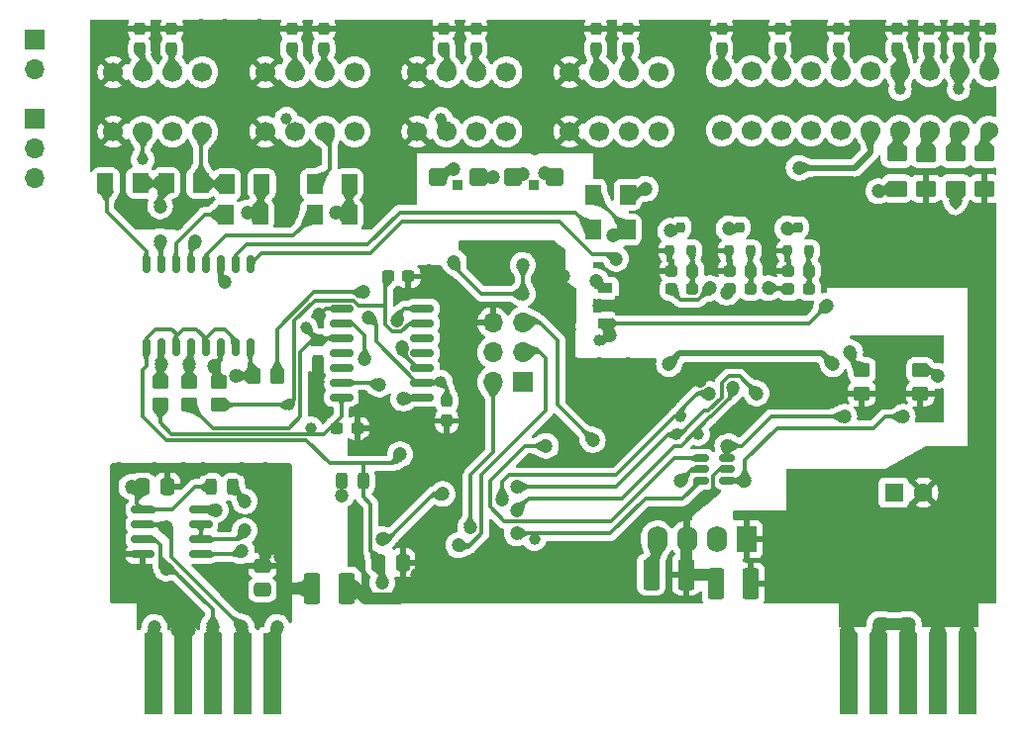
<source format=gbr>
%TF.GenerationSoftware,KiCad,Pcbnew,7.0.9*%
%TF.CreationDate,2024-06-20T13:45:24+03:00*%
%TF.ProjectId,_____ _______ _______ __________,1f3b3042-3020-4323-9d35-483d38452048,rev?*%
%TF.SameCoordinates,Original*%
%TF.FileFunction,Copper,L2,Bot*%
%TF.FilePolarity,Positive*%
%FSLAX46Y46*%
G04 Gerber Fmt 4.6, Leading zero omitted, Abs format (unit mm)*
G04 Created by KiCad (PCBNEW 7.0.9) date 2024-06-20 13:45:24*
%MOMM*%
%LPD*%
G01*
G04 APERTURE LIST*
G04 Aperture macros list*
%AMRoundRect*
0 Rectangle with rounded corners*
0 $1 Rounding radius*
0 $2 $3 $4 $5 $6 $7 $8 $9 X,Y pos of 4 corners*
0 Add a 4 corners polygon primitive as box body*
4,1,4,$2,$3,$4,$5,$6,$7,$8,$9,$2,$3,0*
0 Add four circle primitives for the rounded corners*
1,1,$1+$1,$2,$3*
1,1,$1+$1,$4,$5*
1,1,$1+$1,$6,$7*
1,1,$1+$1,$8,$9*
0 Add four rect primitives between the rounded corners*
20,1,$1+$1,$2,$3,$4,$5,0*
20,1,$1+$1,$4,$5,$6,$7,0*
20,1,$1+$1,$6,$7,$8,$9,0*
20,1,$1+$1,$8,$9,$2,$3,0*%
%AMFreePoly0*
4,1,9,3.862500,-0.866500,0.737500,-0.866500,0.737500,-0.450000,-0.737500,-0.450000,-0.737500,0.450000,0.737500,0.450000,0.737500,0.866500,3.862500,0.866500,3.862500,-0.866500,3.862500,-0.866500,$1*%
G04 Aperture macros list end*
%TA.AperFunction,ComponentPad*%
%ADD10R,1.700000X1.700000*%
%TD*%
%TA.AperFunction,ComponentPad*%
%ADD11O,1.700000X1.700000*%
%TD*%
%TA.AperFunction,ComponentPad*%
%ADD12R,1.750000X2.250000*%
%TD*%
%TA.AperFunction,ComponentPad*%
%ADD13O,1.750000X2.250000*%
%TD*%
%TA.AperFunction,ComponentPad*%
%ADD14C,1.700000*%
%TD*%
%TA.AperFunction,ComponentPad*%
%ADD15R,1.600000X1.600000*%
%TD*%
%TA.AperFunction,ComponentPad*%
%ADD16C,1.600000*%
%TD*%
%TA.AperFunction,ComponentPad*%
%ADD17C,1.524000*%
%TD*%
%TA.AperFunction,ConnectorPad*%
%ADD18R,1.524000X7.000000*%
%TD*%
%TA.AperFunction,SMDPad,CuDef*%
%ADD19RoundRect,0.237500X-0.237500X0.300000X-0.237500X-0.300000X0.237500X-0.300000X0.237500X0.300000X0*%
%TD*%
%TA.AperFunction,SMDPad,CuDef*%
%ADD20RoundRect,0.237500X-0.300000X-0.237500X0.300000X-0.237500X0.300000X0.237500X-0.300000X0.237500X0*%
%TD*%
%TA.AperFunction,SMDPad,CuDef*%
%ADD21RoundRect,0.237500X0.287500X0.237500X-0.287500X0.237500X-0.287500X-0.237500X0.287500X-0.237500X0*%
%TD*%
%TA.AperFunction,SMDPad,CuDef*%
%ADD22RoundRect,0.250001X-0.462499X-1.074999X0.462499X-1.074999X0.462499X1.074999X-0.462499X1.074999X0*%
%TD*%
%TA.AperFunction,TestPad*%
%ADD23C,1.000000*%
%TD*%
%TA.AperFunction,SMDPad,CuDef*%
%ADD24RoundRect,0.250001X0.462499X0.624999X-0.462499X0.624999X-0.462499X-0.624999X0.462499X-0.624999X0*%
%TD*%
%TA.AperFunction,SMDPad,CuDef*%
%ADD25RoundRect,0.237500X0.237500X-0.300000X0.237500X0.300000X-0.237500X0.300000X-0.237500X-0.300000X0*%
%TD*%
%TA.AperFunction,SMDPad,CuDef*%
%ADD26R,1.300000X0.900000*%
%TD*%
%TA.AperFunction,SMDPad,CuDef*%
%ADD27FreePoly0,0.000000*%
%TD*%
%TA.AperFunction,SMDPad,CuDef*%
%ADD28RoundRect,0.250000X0.337500X0.475000X-0.337500X0.475000X-0.337500X-0.475000X0.337500X-0.475000X0*%
%TD*%
%TA.AperFunction,SMDPad,CuDef*%
%ADD29RoundRect,0.200000X0.200000X-0.250000X0.200000X0.250000X-0.200000X0.250000X-0.200000X-0.250000X0*%
%TD*%
%TA.AperFunction,SMDPad,CuDef*%
%ADD30RoundRect,0.250001X0.624999X-0.462499X0.624999X0.462499X-0.624999X0.462499X-0.624999X-0.462499X0*%
%TD*%
%TA.AperFunction,SMDPad,CuDef*%
%ADD31RoundRect,0.250001X0.462499X1.074999X-0.462499X1.074999X-0.462499X-1.074999X0.462499X-1.074999X0*%
%TD*%
%TA.AperFunction,SMDPad,CuDef*%
%ADD32RoundRect,0.243750X0.243750X0.456250X-0.243750X0.456250X-0.243750X-0.456250X0.243750X-0.456250X0*%
%TD*%
%TA.AperFunction,SMDPad,CuDef*%
%ADD33RoundRect,0.150000X0.512500X0.150000X-0.512500X0.150000X-0.512500X-0.150000X0.512500X-0.150000X0*%
%TD*%
%TA.AperFunction,SMDPad,CuDef*%
%ADD34RoundRect,0.237500X-0.287500X-0.237500X0.287500X-0.237500X0.287500X0.237500X-0.287500X0.237500X0*%
%TD*%
%TA.AperFunction,SMDPad,CuDef*%
%ADD35RoundRect,0.250000X0.500000X0.500000X-0.500000X0.500000X-0.500000X-0.500000X0.500000X-0.500000X0*%
%TD*%
%TA.AperFunction,SMDPad,CuDef*%
%ADD36RoundRect,0.225000X0.225000X0.225000X-0.225000X0.225000X-0.225000X-0.225000X0.225000X-0.225000X0*%
%TD*%
%TA.AperFunction,SMDPad,CuDef*%
%ADD37RoundRect,0.250000X-0.450000X0.350000X-0.450000X-0.350000X0.450000X-0.350000X0.450000X0.350000X0*%
%TD*%
%TA.AperFunction,SMDPad,CuDef*%
%ADD38RoundRect,0.150000X-0.837500X-0.150000X0.837500X-0.150000X0.837500X0.150000X-0.837500X0.150000X0*%
%TD*%
%TA.AperFunction,SMDPad,CuDef*%
%ADD39RoundRect,0.250001X-0.462499X-0.624999X0.462499X-0.624999X0.462499X0.624999X-0.462499X0.624999X0*%
%TD*%
%TA.AperFunction,SMDPad,CuDef*%
%ADD40RoundRect,0.250000X-0.475000X0.337500X-0.475000X-0.337500X0.475000X-0.337500X0.475000X0.337500X0*%
%TD*%
%TA.AperFunction,SMDPad,CuDef*%
%ADD41RoundRect,0.250000X-0.350000X-0.450000X0.350000X-0.450000X0.350000X0.450000X-0.350000X0.450000X0*%
%TD*%
%TA.AperFunction,SMDPad,CuDef*%
%ADD42RoundRect,0.150000X-0.150000X0.600000X-0.150000X-0.600000X0.150000X-0.600000X0.150000X0.600000X0*%
%TD*%
%TA.AperFunction,SMDPad,CuDef*%
%ADD43RoundRect,0.250001X-0.624999X0.462499X-0.624999X-0.462499X0.624999X-0.462499X0.624999X0.462499X0*%
%TD*%
%TA.AperFunction,SMDPad,CuDef*%
%ADD44RoundRect,0.150000X0.825000X0.150000X-0.825000X0.150000X-0.825000X-0.150000X0.825000X-0.150000X0*%
%TD*%
%TA.AperFunction,ViaPad*%
%ADD45C,1.200000*%
%TD*%
%TA.AperFunction,Conductor*%
%ADD46C,0.300000*%
%TD*%
%TA.AperFunction,Conductor*%
%ADD47C,1.000000*%
%TD*%
%TA.AperFunction,Conductor*%
%ADD48C,0.500000*%
%TD*%
G04 APERTURE END LIST*
D10*
%TO.P,J7,1,Pin_1*%
%TO.N,/UART_DE*%
X91250000Y-79000000D03*
D11*
%TO.P,J7,2,Pin_2*%
%TO.N,/UART_TX*%
X91250000Y-81540000D03*
%TO.P,J7,3,Pin_3*%
%TO.N,/UART_RX*%
X91250000Y-84080000D03*
%TD*%
D12*
%TO.P,U5,1,IN-*%
%TO.N,GNDA*%
X152120000Y-115000000D03*
D13*
%TO.P,U5,2,IN+*%
%TO.N,Net-(U5-IN+)*%
X149580000Y-115000000D03*
%TO.P,U5,3,OUT-*%
%TO.N,GNDD*%
X147040000Y-115000000D03*
%TO.P,U5,4,OUT+*%
%TO.N,+3V3*%
X144500000Y-115000000D03*
%TD*%
D14*
%TO.P,J3,1,Pin_1*%
%TO.N,+24V*%
X105620000Y-75000000D03*
X105620000Y-80080000D03*
%TO.P,J3,2,Pin_2*%
X103080000Y-75000000D03*
X103080000Y-80080000D03*
%TO.P,J3,3,Pin_3*%
%TO.N,Net-(D3-A2)*%
X100540000Y-75000000D03*
X100540000Y-80080000D03*
%TO.P,J3,4,Pin_4*%
%TO.N,GNDA*%
X98000000Y-75000000D03*
X98000000Y-80080000D03*
%TD*%
D15*
%TO.P,C14,1*%
%TO.N,+24V*%
X164750000Y-111000000D03*
D16*
%TO.P,C14,2*%
%TO.N,GNDA*%
X167250000Y-111000000D03*
%TD*%
D14*
%TO.P,J5,1,Pin_1*%
%TO.N,+24V*%
X131620000Y-75000000D03*
X131620000Y-80080000D03*
%TO.P,J5,2,Pin_2*%
X129080000Y-75000000D03*
X129080000Y-80080000D03*
%TO.P,J5,3,Pin_3*%
%TO.N,Net-(D5-A2)*%
X126540000Y-75000000D03*
X126540000Y-80080000D03*
%TO.P,J5,4,Pin_4*%
%TO.N,GNDA*%
X124000000Y-75000000D03*
X124000000Y-80080000D03*
%TD*%
%TO.P,J2,1,Pin_1*%
%TO.N,Net-(J2-Pin_1)*%
X172860000Y-74920000D03*
D17*
X172860000Y-80000000D03*
D14*
%TO.P,J2,2,Pin_2*%
%TO.N,/Stepper_Motor_Control/ALARM_out+*%
X170320000Y-74920000D03*
X170320000Y-80000000D03*
%TO.P,J2,3,Pin_3*%
%TO.N,Net-(J2-Pin_3)*%
X167780000Y-74920000D03*
X167780000Y-80000000D03*
%TO.P,J2,4,Pin_4*%
%TO.N,/Stepper_Motor_Control/IN_POSITION_out+*%
X165240000Y-74920000D03*
X165240000Y-80000000D03*
%TO.P,J2,5,Pin_5*%
%TO.N,/Stepper_Motor_Control/STEP_out-*%
X162700000Y-74920000D03*
X162700000Y-80000000D03*
%TO.P,J2,6,Pin_6*%
%TO.N,+24V*%
X160160000Y-74920000D03*
X160160000Y-80000000D03*
%TO.P,J2,7,Pin_7*%
%TO.N,/Stepper_Motor_Control/DIR_out-*%
X157620000Y-74920000D03*
X157620000Y-80000000D03*
%TO.P,J2,8,Pin_8*%
%TO.N,+24V*%
X155080000Y-74920000D03*
X155080000Y-80000000D03*
%TO.P,J2,9,Pin_9*%
%TO.N,/Stepper_Motor_Control/EN_out-*%
X152540000Y-74920000D03*
X152540000Y-80000000D03*
%TO.P,J2,10,Pin_10*%
%TO.N,+24V*%
X150000000Y-74920000D03*
X150000000Y-80000000D03*
%TD*%
%TO.P,J4,1,Pin_1*%
%TO.N,+24V*%
X118620000Y-75000000D03*
X118620000Y-80080000D03*
%TO.P,J4,2,Pin_2*%
X116080000Y-75000000D03*
X116080000Y-80080000D03*
%TO.P,J4,3,Pin_3*%
%TO.N,Net-(D4-A2)*%
X113540000Y-75000000D03*
X113540000Y-80080000D03*
%TO.P,J4,4,Pin_4*%
%TO.N,GNDA*%
X111000000Y-75000000D03*
X111000000Y-80080000D03*
%TD*%
D10*
%TO.P,J8,1,Pin_1*%
%TO.N,/GPIO1*%
X91250000Y-72250000D03*
D11*
%TO.P,J8,2,Pin_2*%
%TO.N,/GPIO2*%
X91250000Y-74790000D03*
%TD*%
D18*
%TO.P,RS1,6,Pin_6*%
%TO.N,/RTS*%
X111620000Y-126500000D03*
%TO.P,RS1,7,Pin_7*%
%TO.N,Net-(RS1-Pin_4)*%
X109080000Y-126500000D03*
%TO.P,RS1,8,Pin_8*%
%TO.N,Net-(RS1-Pin_3)*%
X106540000Y-126500000D03*
%TO.P,RS1,9,Pin_9*%
%TO.N,GND1*%
X104000000Y-126500000D03*
%TO.P,RS1,10,Pin_10*%
%TO.N,/+3.3VRS485*%
X101460000Y-126500000D03*
%TD*%
%TO.P,RS2,6,Pin_6*%
%TO.N,GNDA*%
X171000000Y-126500000D03*
%TO.P,RS2,7,Pin_7*%
X168460000Y-126500000D03*
%TO.P,RS2,8,Pin_8*%
%TO.N,Net-(RS2-Pin_2)*%
X165920000Y-126500000D03*
%TO.P,RS2,9,Pin_9*%
X163380000Y-126500000D03*
%TO.P,RS2,10,Pin_10*%
%TO.N,GNDA*%
X160840000Y-126500000D03*
%TD*%
D10*
%TO.P,J1,1,Pin_1*%
%TO.N,+3V3*%
X133000000Y-101540000D03*
D11*
%TO.P,J1,2,Pin_2*%
%TO.N,/SWDIO*%
X130460000Y-101540000D03*
%TO.P,J1,3,Pin_3*%
%TO.N,/SWCLK*%
X133000000Y-99000000D03*
%TO.P,J1,4,Pin_4*%
%TO.N,unconnected-(J1-Pin_4-Pad4)*%
X130460000Y-99000000D03*
%TO.P,J1,5,Pin_5*%
%TO.N,/NRST*%
X133000000Y-96460000D03*
%TO.P,J1,6,Pin_6*%
%TO.N,GNDD*%
X130460000Y-96460000D03*
%TD*%
D14*
%TO.P,J6,1,Pin_1*%
%TO.N,+24V*%
X144620000Y-75000000D03*
X144620000Y-80080000D03*
%TO.P,J6,2,Pin_2*%
X142080000Y-75000000D03*
X142080000Y-80080000D03*
%TO.P,J6,3,Pin_3*%
%TO.N,Net-(D6-A2)*%
X139540000Y-75000000D03*
X139540000Y-80080000D03*
%TO.P,J6,4,Pin_4*%
%TO.N,GNDA*%
X137000000Y-75000000D03*
X137000000Y-80080000D03*
%TD*%
D19*
%TO.P,C28,1*%
%TO.N,Net-(C28-Pad1)*%
X115500000Y-98000000D03*
%TO.P,C28,2*%
%TO.N,GNDD*%
X115500000Y-99725000D03*
%TD*%
D20*
%TO.P,C30,1*%
%TO.N,Net-(C30-Pad1)*%
X121500000Y-92500000D03*
%TO.P,C30,2*%
%TO.N,GNDD*%
X123225000Y-92500000D03*
%TD*%
D21*
%TO.P,R10,1*%
%TO.N,Net-(Q1-B)*%
X147500000Y-93600000D03*
%TO.P,R10,2*%
%TO.N,Net-(U4-VOA)*%
X145750000Y-93600000D03*
%TD*%
D20*
%TO.P,C26,1*%
%TO.N,Net-(C26-Pad1)*%
X117137500Y-105500000D03*
%TO.P,C26,2*%
%TO.N,GNDD*%
X118862500Y-105500000D03*
%TD*%
D22*
%TO.P,C10,1*%
%TO.N,+3V3*%
X144000000Y-118000000D03*
%TO.P,C10,2*%
%TO.N,GNDD*%
X146975000Y-118000000D03*
%TD*%
D23*
%TO.P,TP3,1,1*%
%TO.N,+5V*%
X139500000Y-98000000D03*
%TD*%
D24*
%TO.P,R32,1*%
%TO.N,+24V*%
X141987500Y-85500000D03*
%TO.P,R32,2*%
%TO.N,Net-(D6-A1)*%
X139012500Y-85500000D03*
%TD*%
D25*
%TO.P,C29,1*%
%TO.N,+24V*%
X116000000Y-73000000D03*
%TO.P,C29,2*%
%TO.N,GNDA*%
X116000000Y-71275000D03*
%TD*%
D23*
%TO.P,TP16,1,1*%
%TO.N,Net-(D5-A2)*%
X126000000Y-79000000D03*
%TD*%
D25*
%TO.P,C33,1*%
%TO.N,+24V*%
X129000000Y-73000000D03*
%TO.P,C33,2*%
%TO.N,GNDA*%
X129000000Y-71275000D03*
%TD*%
D26*
%TO.P,U6,1,OUT*%
%TO.N,+5V*%
X140050000Y-96500000D03*
D27*
%TO.P,U6,2,GND*%
%TO.N,GNDA*%
X140137500Y-95000000D03*
D26*
%TO.P,U6,3,IN*%
%TO.N,Net-(U6-IN)*%
X140050000Y-93500000D03*
%TD*%
D23*
%TO.P,TP22,1,1*%
%TO.N,/ALARM*%
X134000000Y-115000000D03*
%TD*%
D28*
%TO.P,C1,1*%
%TO.N,GND1*%
X102612500Y-110500000D03*
%TO.P,C1,2*%
%TO.N,/+3.3VRS485*%
X100537500Y-110500000D03*
%TD*%
D25*
%TO.P,C25,1*%
%TO.N,+24V*%
X103000000Y-73000000D03*
%TO.P,C25,2*%
%TO.N,GNDA*%
X103000000Y-71275000D03*
%TD*%
D29*
%TO.P,Q3,1,B*%
%TO.N,Net-(Q3-B)*%
X157500000Y-90300000D03*
%TO.P,Q3,2,E*%
%TO.N,GNDA*%
X155600000Y-90300000D03*
%TO.P,Q3,3,C*%
%TO.N,Net-(Q3-C)*%
X156550000Y-88300000D03*
%TD*%
D24*
%TO.P,R30,1*%
%TO.N,Net-(D5-A1)*%
X118175000Y-87200000D03*
%TO.P,R30,2*%
%TO.N,Net-(OC1-Pad5)*%
X115200000Y-87200000D03*
%TD*%
D23*
%TO.P,TP7,1,1*%
%TO.N,Net-(D3-A2)*%
X100500000Y-82500000D03*
%TD*%
D28*
%TO.P,C9,1*%
%TO.N,GNDD*%
X122737500Y-117000000D03*
%TO.P,C9,2*%
%TO.N,+3V3*%
X120662500Y-117000000D03*
%TD*%
D24*
%TO.P,R24,1*%
%TO.N,Net-(D3-A1)*%
X100300000Y-84500000D03*
%TO.P,R24,2*%
%TO.N,Net-(OC1-Pad1)*%
X97325000Y-84500000D03*
%TD*%
D30*
%TO.P,R42,1*%
%TO.N,Net-(D7-A)*%
X170000000Y-84975000D03*
%TO.P,R42,2*%
%TO.N,/Stepper_Motor_Control/ALARM_out+*%
X170000000Y-82000000D03*
%TD*%
D23*
%TO.P,TP13,1,1*%
%TO.N,Net-(D4-A2)*%
X112800000Y-79000000D03*
%TD*%
D25*
%TO.P,C36,1*%
%TO.N,Net-(D6-A2)*%
X139250000Y-73000000D03*
%TO.P,C36,2*%
%TO.N,GNDA*%
X139250000Y-71275000D03*
%TD*%
D30*
%TO.P,R40,1*%
%TO.N,GNDA*%
X167500000Y-85000000D03*
%TO.P,R40,2*%
%TO.N,Net-(J2-Pin_3)*%
X167500000Y-82025000D03*
%TD*%
D31*
%TO.P,C13,1*%
%TO.N,GNDA*%
X152500000Y-118800000D03*
%TO.P,C13,2*%
%TO.N,GNDD*%
X149525000Y-118800000D03*
%TD*%
D25*
%TO.P,C20,1*%
%TO.N,/Stepper_Motor_Control/IN_POSITION_out+*%
X165000000Y-73000000D03*
%TO.P,C20,2*%
%TO.N,GNDA*%
X165000000Y-71275000D03*
%TD*%
D29*
%TO.P,Q2,1,B*%
%TO.N,Net-(Q2-B)*%
X152500000Y-90300000D03*
%TO.P,Q2,2,E*%
%TO.N,GNDA*%
X150600000Y-90300000D03*
%TO.P,Q2,3,C*%
%TO.N,Net-(Q2-C)*%
X151550000Y-88300000D03*
%TD*%
D25*
%TO.P,C16,1*%
%TO.N,+24V*%
X155000000Y-73000000D03*
%TO.P,C16,2*%
%TO.N,GNDA*%
X155000000Y-71275000D03*
%TD*%
D32*
%TO.P,R2,1*%
%TO.N,Net-(U9-VE2)*%
X108250000Y-110500000D03*
%TO.P,R2,2*%
%TO.N,/+3.3VRS485*%
X106375000Y-110500000D03*
%TD*%
D33*
%TO.P,U8,1*%
%TO.N,Net-(C38-Pad1)*%
X150500000Y-108050000D03*
%TO.P,U8,2,GND*%
%TO.N,GNDD*%
X150500000Y-109000000D03*
%TO.P,U8,3*%
%TO.N,Net-(C37-Pad1)*%
X150500000Y-109950000D03*
%TO.P,U8,4*%
%TO.N,/ALARM*%
X148225000Y-109950000D03*
%TO.P,U8,5,VCC*%
%TO.N,+3V3*%
X148225000Y-109000000D03*
%TO.P,U8,6*%
%TO.N,/IN_POSITION*%
X148225000Y-108050000D03*
%TD*%
D30*
%TO.P,R39,1*%
%TO.N,Net-(D8-A)*%
X165000000Y-84975000D03*
%TO.P,R39,2*%
%TO.N,/Stepper_Motor_Control/IN_POSITION_out+*%
X165000000Y-82000000D03*
%TD*%
D24*
%TO.P,R33,1*%
%TO.N,Net-(D6-A1)*%
X141975000Y-88500000D03*
%TO.P,R33,2*%
%TO.N,Net-(OC1-Pad7)*%
X139000000Y-88500000D03*
%TD*%
D21*
%TO.P,R21,1*%
%TO.N,Net-(Q3-B)*%
X157500000Y-93600000D03*
%TO.P,R21,2*%
%TO.N,Net-(U4-VOC)*%
X155750000Y-93600000D03*
%TD*%
D24*
%TO.P,R23,1*%
%TO.N,+24V*%
X105475000Y-84500000D03*
%TO.P,R23,2*%
%TO.N,Net-(D3-A1)*%
X102500000Y-84500000D03*
%TD*%
D25*
%TO.P,C15,1*%
%TO.N,+24V*%
X150000000Y-73000000D03*
%TO.P,C15,2*%
%TO.N,GNDA*%
X150000000Y-71275000D03*
%TD*%
D34*
%TO.P,R22,1*%
%TO.N,GNDA*%
X155750000Y-92000000D03*
%TO.P,R22,2*%
%TO.N,Net-(Q3-B)*%
X157500000Y-92000000D03*
%TD*%
D35*
%TO.P,D1,1,K*%
%TO.N,Net-(D1-K)*%
X135699293Y-84000000D03*
%TO.P,D1,2,A*%
%TO.N,Net-(D1-A)*%
X132199293Y-84000000D03*
D36*
%TO.P,D1,3*%
%TO.N,N/C*%
X133949293Y-84650000D03*
%TD*%
D25*
%TO.P,C40,1*%
%TO.N,Net-(J2-Pin_3)*%
X167750000Y-73000000D03*
%TO.P,C40,2*%
%TO.N,GNDA*%
X167750000Y-71275000D03*
%TD*%
D23*
%TO.P,TP8,1,1*%
%TO.N,/EN*%
X146500000Y-104500000D03*
%TD*%
D22*
%TO.P,C2,1*%
%TO.N,GND1*%
X115012500Y-119200000D03*
%TO.P,C2,2*%
%TO.N,GNDD*%
X117987500Y-119200000D03*
%TD*%
D37*
%TO.P,R44,1*%
%TO.N,Net-(OC2-Pad7)*%
X167000000Y-100500000D03*
%TO.P,R44,2*%
%TO.N,GNDD*%
X167000000Y-102500000D03*
%TD*%
D23*
%TO.P,TP1,1,1*%
%TO.N,Net-(C26-Pad1)*%
X114900000Y-105500000D03*
%TD*%
D25*
%TO.P,C17,1*%
%TO.N,+24V*%
X160000000Y-73000000D03*
%TO.P,C17,2*%
%TO.N,GNDA*%
X160000000Y-71275000D03*
%TD*%
D38*
%TO.P,U7,1*%
%TO.N,Net-(C26-Pad1)*%
X117497500Y-102847500D03*
%TO.P,U7,2*%
%TO.N,/DI2*%
X117497500Y-101577500D03*
%TO.P,U7,3*%
%TO.N,N/C*%
X117497500Y-100307500D03*
%TO.P,U7,4*%
X117497500Y-99037500D03*
%TO.P,U7,5*%
%TO.N,Net-(C28-Pad1)*%
X117497500Y-97767500D03*
%TO.P,U7,6*%
%TO.N,/DI1*%
X117497500Y-96497500D03*
%TO.P,U7,7,VSS*%
%TO.N,GNDD*%
X117497500Y-95227500D03*
%TO.P,U7,8*%
%TO.N,/DI3*%
X124422500Y-95227500D03*
%TO.P,U7,9*%
%TO.N,Net-(C30-Pad1)*%
X124422500Y-96497500D03*
%TO.P,U7,10*%
%TO.N,N/C*%
X124422500Y-97767500D03*
%TO.P,U7,11*%
X124422500Y-99037500D03*
%TO.P,U7,12*%
%TO.N,/DI4*%
X124422500Y-100307500D03*
%TO.P,U7,13*%
%TO.N,Net-(C32-Pad1)*%
X124422500Y-101577500D03*
%TO.P,U7,14,VDD*%
%TO.N,+3V3*%
X124422500Y-102847500D03*
%TD*%
D25*
%TO.P,C31,1*%
%TO.N,Net-(D4-A2)*%
X113250000Y-73000000D03*
%TO.P,C31,2*%
%TO.N,GNDA*%
X113250000Y-71275000D03*
%TD*%
D39*
%TO.P,R26,1*%
%TO.N,+24V*%
X107712500Y-84600000D03*
%TO.P,R26,2*%
%TO.N,Net-(D4-A1)*%
X110687500Y-84600000D03*
%TD*%
D23*
%TO.P,TP11,1,1*%
%TO.N,Net-(C30-Pad1)*%
X113000000Y-103500000D03*
%TD*%
D40*
%TO.P,C8,1*%
%TO.N,GND1*%
X110750000Y-117250000D03*
%TO.P,C8,2*%
%TO.N,/+3.3VRS485*%
X110750000Y-119325000D03*
%TD*%
D39*
%TO.P,R29,1*%
%TO.N,+24V*%
X115200000Y-84600000D03*
%TO.P,R29,2*%
%TO.N,Net-(D5-A1)*%
X118175000Y-84600000D03*
%TD*%
D23*
%TO.P,TP20,1,1*%
%TO.N,/Stepper_Motor_Control/ALARM_out+*%
X170250000Y-76500000D03*
%TD*%
D25*
%TO.P,C21,1*%
%TO.N,/Stepper_Motor_Control/ALARM_out+*%
X170250000Y-73000000D03*
%TO.P,C21,2*%
%TO.N,GNDA*%
X170250000Y-71275000D03*
%TD*%
%TO.P,C41,1*%
%TO.N,Net-(J2-Pin_1)*%
X173000000Y-73000000D03*
%TO.P,C41,2*%
%TO.N,GNDA*%
X173000000Y-71275000D03*
%TD*%
%TO.P,C35,1*%
%TO.N,+24V*%
X142000000Y-73000000D03*
%TO.P,C35,2*%
%TO.N,GNDA*%
X142000000Y-71275000D03*
%TD*%
D34*
%TO.P,R11,1*%
%TO.N,GNDA*%
X145750000Y-92000000D03*
%TO.P,R11,2*%
%TO.N,Net-(Q1-B)*%
X147500000Y-92000000D03*
%TD*%
D23*
%TO.P,TP10,1,1*%
%TO.N,/STEP*%
X146100000Y-106000000D03*
%TD*%
D37*
%TO.P,R25,1*%
%TO.N,Net-(OC1-Pad15)*%
X102000000Y-101500000D03*
%TO.P,R25,2*%
%TO.N,Net-(C26-Pad1)*%
X102000000Y-103500000D03*
%TD*%
D21*
%TO.P,R13,1*%
%TO.N,Net-(Q2-B)*%
X152500000Y-93600000D03*
%TO.P,R13,2*%
%TO.N,Net-(U4-VOB)*%
X150750000Y-93600000D03*
%TD*%
D41*
%TO.P,R34,1*%
%TO.N,Net-(OC1-Pad9)*%
X110000000Y-101000000D03*
%TO.P,R34,2*%
%TO.N,Net-(C32-Pad1)*%
X112000000Y-101000000D03*
%TD*%
D29*
%TO.P,Q1,1,B*%
%TO.N,Net-(Q1-B)*%
X147450000Y-90300000D03*
%TO.P,Q1,2,E*%
%TO.N,GNDA*%
X145550000Y-90300000D03*
%TO.P,Q1,3,C*%
%TO.N,Net-(Q1-C)*%
X146500000Y-88300000D03*
%TD*%
D34*
%TO.P,R14,1*%
%TO.N,GNDA*%
X150750000Y-92000000D03*
%TO.P,R14,2*%
%TO.N,Net-(Q2-B)*%
X152500000Y-92000000D03*
%TD*%
D23*
%TO.P,TP5,1,1*%
%TO.N,Net-(C28-Pad1)*%
X114500000Y-96900000D03*
%TD*%
D35*
%TO.P,D2,1,K*%
%TO.N,Net-(D2-K)*%
X129200000Y-84000000D03*
%TO.P,D2,2,A*%
%TO.N,Net-(D2-A)*%
X125700000Y-84000000D03*
D36*
%TO.P,D2,3*%
%TO.N,N/C*%
X127450000Y-84650000D03*
%TD*%
D19*
%TO.P,C32,1*%
%TO.N,Net-(C32-Pad1)*%
X126500000Y-103137500D03*
%TO.P,C32,2*%
%TO.N,GNDD*%
X126500000Y-104862500D03*
%TD*%
D37*
%TO.P,R31,1*%
%TO.N,Net-(OC1-Pad11)*%
X107000000Y-101500000D03*
%TO.P,R31,2*%
%TO.N,Net-(C30-Pad1)*%
X107000000Y-103500000D03*
%TD*%
D25*
%TO.P,C27,1*%
%TO.N,Net-(D3-A2)*%
X100250000Y-73000000D03*
%TO.P,C27,2*%
%TO.N,GNDA*%
X100250000Y-71275000D03*
%TD*%
D23*
%TO.P,TP21,1,1*%
%TO.N,/Stepper_Motor_Control/IN_POSITION_out+*%
X165250000Y-76500000D03*
%TD*%
D42*
%TO.P,OC1,1*%
%TO.N,Net-(OC1-Pad1)*%
X100805000Y-91450000D03*
%TO.P,OC1,2*%
%TO.N,Net-(D3-A2)*%
X102075000Y-91450000D03*
%TO.P,OC1,3*%
%TO.N,Net-(OC1-Pad3)*%
X103345000Y-91450000D03*
%TO.P,OC1,4*%
%TO.N,Net-(D4-A2)*%
X104615000Y-91450000D03*
%TO.P,OC1,5*%
%TO.N,Net-(OC1-Pad5)*%
X105885000Y-91450000D03*
%TO.P,OC1,6*%
%TO.N,Net-(D5-A2)*%
X107155000Y-91450000D03*
%TO.P,OC1,7*%
%TO.N,Net-(OC1-Pad7)*%
X108425000Y-91450000D03*
%TO.P,OC1,8*%
%TO.N,Net-(D6-A2)*%
X109695000Y-91450000D03*
%TO.P,OC1,9*%
%TO.N,Net-(OC1-Pad9)*%
X109695000Y-98550000D03*
%TO.P,OC1,10*%
%TO.N,+3V3*%
X108425000Y-98550000D03*
%TO.P,OC1,11*%
%TO.N,Net-(OC1-Pad11)*%
X107155000Y-98550000D03*
%TO.P,OC1,12*%
%TO.N,+3V3*%
X105885000Y-98550000D03*
%TO.P,OC1,13*%
%TO.N,Net-(OC1-Pad13)*%
X104615000Y-98550000D03*
%TO.P,OC1,14*%
%TO.N,+3V3*%
X103345000Y-98550000D03*
%TO.P,OC1,15*%
%TO.N,Net-(OC1-Pad15)*%
X102075000Y-98550000D03*
%TO.P,OC1,16*%
%TO.N,+3V3*%
X100805000Y-98550000D03*
%TD*%
D43*
%TO.P,R41,1*%
%TO.N,Net-(J2-Pin_1)*%
X172500000Y-82000000D03*
%TO.P,R41,2*%
%TO.N,GNDA*%
X172500000Y-84975000D03*
%TD*%
D37*
%TO.P,R45,1*%
%TO.N,Net-(OC2-Pad5)*%
X162000000Y-100500000D03*
%TO.P,R45,2*%
%TO.N,GNDD*%
X162000000Y-102500000D03*
%TD*%
D23*
%TO.P,TP9,1,1*%
%TO.N,/DIR*%
X148000000Y-106000000D03*
%TD*%
D24*
%TO.P,R27,1*%
%TO.N,Net-(D4-A1)*%
X110575000Y-87200000D03*
%TO.P,R27,2*%
%TO.N,Net-(OC1-Pad3)*%
X107600000Y-87200000D03*
%TD*%
D32*
%TO.P,R4,1*%
%TO.N,+3V3*%
X119375000Y-110000000D03*
%TO.P,R4,2*%
%TO.N,Net-(U9-VE1)*%
X117500000Y-110000000D03*
%TD*%
D25*
%TO.P,C34,1*%
%TO.N,Net-(D5-A2)*%
X126250000Y-73000000D03*
%TO.P,C34,2*%
%TO.N,GNDA*%
X126250000Y-71275000D03*
%TD*%
D23*
%TO.P,TP14,1,1*%
%TO.N,Net-(C32-Pad1)*%
X126000000Y-101500000D03*
%TD*%
D44*
%TO.P,U1,1,RO*%
%TO.N,Net-(U1-RO)*%
X105475000Y-112460000D03*
%TO.P,U1,2,~{RE}*%
%TO.N,Net-(U1-DE)*%
X105475000Y-113730000D03*
%TO.P,U1,3,DE*%
X105475000Y-115000000D03*
%TO.P,U1,4,DI*%
%TO.N,Net-(U1-DI)*%
X105475000Y-116270000D03*
%TO.P,U1,5,GND*%
%TO.N,GND1*%
X100525000Y-116270000D03*
%TO.P,U1,6,A*%
%TO.N,Net-(RS1-Pin_3)*%
X100525000Y-115000000D03*
%TO.P,U1,7,B*%
%TO.N,Net-(RS1-Pin_4)*%
X100525000Y-113730000D03*
%TO.P,U1,8,VCC*%
%TO.N,/+3.3VRS485*%
X100525000Y-112460000D03*
%TD*%
D37*
%TO.P,R28,1*%
%TO.N,Net-(OC1-Pad13)*%
X104500000Y-101500000D03*
%TO.P,R28,2*%
%TO.N,Net-(C28-Pad1)*%
X104500000Y-103500000D03*
%TD*%
D45*
%TO.N,Net-(D1-K)*%
X134850566Y-83650455D03*
%TO.N,Net-(D1-A)*%
X132979443Y-83715300D03*
%TO.N,Net-(D2-K)*%
X130500000Y-84000000D03*
%TO.N,Net-(D2-A)*%
X127100000Y-83300000D03*
%TO.N,GNDD*%
X131400000Y-90700000D03*
X148500000Y-111500000D03*
X125000000Y-92000000D03*
X140000000Y-118500000D03*
X142000000Y-100000000D03*
X127600000Y-94300000D03*
X146000000Y-113000000D03*
X136500000Y-92500000D03*
X150000000Y-105500000D03*
X126500000Y-113000000D03*
X137300000Y-99900000D03*
X142500000Y-105500000D03*
X138000000Y-103500000D03*
X124000000Y-118000000D03*
X164400000Y-103300000D03*
X127500000Y-95800000D03*
X127500000Y-109000000D03*
X136000000Y-91000000D03*
X121000000Y-106800000D03*
X157600000Y-100700000D03*
X148144102Y-101440401D03*
X125000000Y-93700000D03*
X142500000Y-103500000D03*
X115500000Y-101500000D03*
X137000000Y-97000000D03*
X137500000Y-116000000D03*
X126000000Y-116500000D03*
X151875000Y-104875000D03*
X135000000Y-118500000D03*
X137000000Y-94500000D03*
X135700000Y-105100000D03*
X115600000Y-95800000D03*
X137500000Y-118500000D03*
X142000000Y-115500000D03*
X115400000Y-104000000D03*
X120000000Y-103200000D03*
X119800000Y-106800000D03*
X140500000Y-103500000D03*
X133000000Y-116500000D03*
X121000000Y-111000000D03*
X141500000Y-117000000D03*
X119000000Y-104000000D03*
X125000000Y-119000000D03*
X123100000Y-118900000D03*
X130500000Y-116500000D03*
X129600000Y-92300000D03*
X137400000Y-108300000D03*
X115400000Y-102800000D03*
X140500000Y-105500000D03*
X156500000Y-102000000D03*
X139500000Y-100000000D03*
%TO.N,/NRST*%
X139000000Y-106500000D03*
%TO.N,+3V3*%
X133000000Y-91500000D03*
X146500000Y-110000000D03*
X127125877Y-91248246D03*
X145500000Y-100000000D03*
X121000000Y-118724500D03*
X122525000Y-107725000D03*
X133000000Y-94000000D03*
X159500000Y-100000000D03*
X122800000Y-102948701D03*
%TO.N,/+3.3VRS485*%
X101500000Y-122500000D03*
X110750000Y-119325000D03*
X99537500Y-110500000D03*
%TO.N,/SWDIO*%
X128500000Y-114000000D03*
%TO.N,/STEP*%
X153000000Y-102500000D03*
X132500000Y-110500000D03*
%TO.N,/EN*%
X148970418Y-102569919D03*
X131246398Y-111553602D03*
%TO.N,/DIR*%
X151000000Y-102000000D03*
X132500000Y-112500000D03*
%TO.N,/RTS*%
X112000000Y-122500000D03*
%TO.N,/SWCLK*%
X127500000Y-115500000D03*
%TO.N,GND1*%
X104500000Y-122750000D03*
X104750000Y-121250000D03*
X101500000Y-109000000D03*
X104000000Y-109000000D03*
X101100000Y-118300000D03*
X98500000Y-117500000D03*
X98500000Y-115500000D03*
X111000000Y-116250000D03*
X98500000Y-109000000D03*
X109000000Y-109000000D03*
X109750000Y-121000000D03*
X112250000Y-110000000D03*
X103000000Y-121250000D03*
X98500000Y-112000000D03*
X101500000Y-119400000D03*
X108750000Y-117750000D03*
X98500000Y-113500000D03*
X111000000Y-109000000D03*
X111000000Y-121000000D03*
X98500000Y-119500000D03*
X112250000Y-116500000D03*
X103500000Y-122750000D03*
X106500000Y-117750000D03*
X105700000Y-109000000D03*
%TO.N,+24V*%
X143500000Y-85000000D03*
%TO.N,GNDA*%
X111500000Y-77500000D03*
X97000000Y-82000000D03*
X103500000Y-88000000D03*
X144000000Y-95000000D03*
X147000000Y-86500000D03*
X136000000Y-77500000D03*
X115000000Y-82000000D03*
X170500000Y-109500000D03*
X102500000Y-82500000D03*
X137500000Y-77000000D03*
X131500000Y-71500000D03*
X155500000Y-119500000D03*
X118500000Y-82500000D03*
X172500000Y-111000000D03*
X121500000Y-82000000D03*
X105500000Y-71000000D03*
X170500000Y-111000000D03*
X172500000Y-115000000D03*
X166500000Y-120500000D03*
X172500000Y-119500000D03*
X108000000Y-82000000D03*
X112000000Y-82500000D03*
X136500000Y-71500000D03*
X97500000Y-71500000D03*
X134000000Y-81500000D03*
X172500000Y-113000000D03*
X159000000Y-119500000D03*
X134000000Y-75000000D03*
X157500000Y-86500000D03*
X108000000Y-80000000D03*
X134000000Y-79500000D03*
X150500000Y-86500000D03*
X107500000Y-71000000D03*
X97000000Y-77500000D03*
X123500000Y-71500000D03*
X158500000Y-114000000D03*
X134000000Y-77000000D03*
X152500000Y-86500000D03*
X171000000Y-122250000D03*
X133500000Y-71500000D03*
X149000000Y-86500000D03*
X121500000Y-77000000D03*
X110500000Y-71000000D03*
X145500000Y-86500000D03*
X139500000Y-95000000D03*
X108000000Y-75000000D03*
X118500000Y-71500000D03*
X155500000Y-86500000D03*
X172500000Y-117000000D03*
X168500000Y-122250000D03*
X124000000Y-77500000D03*
X108000000Y-78000000D03*
X121000000Y-83500000D03*
X158500000Y-110500000D03*
X170500000Y-115000000D03*
X121500000Y-75000000D03*
X121500000Y-79500000D03*
X160750000Y-122250000D03*
X144000000Y-93500000D03*
X121500000Y-71500000D03*
X171000000Y-120500000D03*
X142000000Y-95000000D03*
X172500000Y-109500000D03*
X170500000Y-113000000D03*
X144000000Y-92000000D03*
X154000000Y-86500000D03*
X163000000Y-115000000D03*
X99000000Y-77500000D03*
%TO.N,/DI2*%
X120750000Y-101750000D03*
%TO.N,/DI1*%
X119500000Y-99600000D03*
%TO.N,/IN_POSITION*%
X135000000Y-107000000D03*
%TO.N,/ALARM*%
X132500000Y-114500000D03*
%TO.N,+5V*%
X140500000Y-97500000D03*
X159000000Y-95000000D03*
%TO.N,Net-(RS2-Pin_2)*%
X163500000Y-122250000D03*
X166000000Y-122250000D03*
%TO.N,/Stepper_Motor_Control/STEP_out-*%
X156600000Y-83200000D03*
%TO.N,Net-(U1-DE)*%
X109250000Y-114250000D03*
%TO.N,Net-(U1-RO)*%
X106750000Y-112500000D03*
%TO.N,Net-(U1-DI)*%
X109002160Y-115987859D03*
%TO.N,Net-(RS1-Pin_3)*%
X106500000Y-122500000D03*
X102500000Y-117500000D03*
%TO.N,Net-(RS1-Pin_4)*%
X109000000Y-122500000D03*
X102500000Y-114000000D03*
%TO.N,Net-(D5-A2)*%
X107500000Y-93000000D03*
%TO.N,Net-(D6-A2)*%
X141000000Y-91000000D03*
%TO.N,Net-(C37-Pad1)*%
X165500000Y-104500000D03*
X152000000Y-110000000D03*
%TO.N,Net-(C38-Pad1)*%
X160500000Y-104500000D03*
X150500000Y-107000000D03*
%TO.N,Net-(C32-Pad1)*%
X119350000Y-93850000D03*
X119774465Y-96000000D03*
%TO.N,Net-(Q1-C)*%
X145600000Y-88600000D03*
%TO.N,Net-(Q2-C)*%
X150600000Y-88400000D03*
%TO.N,Net-(Q3-C)*%
X155600000Y-88400000D03*
%TO.N,Net-(D3-A2)*%
X102000000Y-89500000D03*
%TO.N,Net-(OC1-Pad9)*%
X108500000Y-101000000D03*
%TO.N,Net-(D4-A2)*%
X105000000Y-89500000D03*
%TO.N,Net-(OC1-Pad11)*%
X106600000Y-100200000D03*
%TO.N,Net-(D3-A1)*%
X102000000Y-86500000D03*
%TO.N,Net-(OC1-Pad13)*%
X104500000Y-100000000D03*
%TO.N,Net-(D4-A1)*%
X109500000Y-87000000D03*
%TO.N,Net-(OC1-Pad15)*%
X102075000Y-100000000D03*
%TO.N,Net-(D5-A1)*%
X117000000Y-87000000D03*
%TO.N,Net-(D6-A1)*%
X140750000Y-89000000D03*
%TO.N,Net-(OC2-Pad5)*%
X161000000Y-99000000D03*
%TO.N,Net-(OC2-Pad7)*%
X168500000Y-101000000D03*
%TO.N,Net-(U4-VOA)*%
X149000000Y-93500000D03*
%TO.N,Net-(U4-VOB)*%
X150443693Y-93895145D03*
%TO.N,Net-(U4-VOC)*%
X154000000Y-93500000D03*
%TO.N,Net-(U9-VE2)*%
X109250000Y-111750000D03*
%TO.N,Net-(U9-VE1)*%
X117500000Y-111250000D03*
%TO.N,/DI3*%
X122250000Y-96250000D03*
%TO.N,/DI4*%
X122679034Y-98597043D03*
%TO.N,/TX_USART_1*%
X126136746Y-111116276D03*
X121000000Y-115000000D03*
%TO.N,Net-(U6-IN)*%
X139300000Y-92900000D03*
%TO.N,Net-(D7-A)*%
X170000000Y-86000000D03*
%TO.N,Net-(D8-A)*%
X163400000Y-85200000D03*
%TD*%
D46*
%TO.N,Net-(D1-K)*%
X134850566Y-83650455D02*
X135200111Y-84000000D01*
X135200111Y-84000000D02*
X135699293Y-84000000D01*
%TO.N,Net-(D1-A)*%
X132483993Y-83715300D02*
X132199293Y-84000000D01*
X132979443Y-83715300D02*
X132483993Y-83715300D01*
%TO.N,Net-(D2-K)*%
X130500000Y-84000000D02*
X129200000Y-84000000D01*
%TO.N,Net-(D2-A)*%
X126400000Y-83300000D02*
X125700000Y-84000000D01*
X127100000Y-83300000D02*
X126400000Y-83300000D01*
%TO.N,GNDD*%
X156500000Y-102000000D02*
X157000000Y-102500000D01*
D47*
X149525000Y-118000000D02*
X146975000Y-118000000D01*
D46*
X115600000Y-95800000D02*
X116172500Y-95227500D01*
D47*
X146975000Y-118000000D02*
X146975000Y-115055000D01*
D46*
X157000000Y-102500000D02*
X162000000Y-102500000D01*
D47*
X146975000Y-115055000D02*
X146920000Y-115000000D01*
X122475500Y-120024500D02*
X124000000Y-118500000D01*
X124000000Y-118500000D02*
X124000000Y-118000000D01*
D46*
X149837501Y-109000000D02*
X149237500Y-109600001D01*
X146920000Y-113080000D02*
X146920000Y-115000000D01*
X150500000Y-109000000D02*
X149837501Y-109000000D01*
X149237500Y-109600001D02*
X149237500Y-110762500D01*
D47*
X119524500Y-120024500D02*
X122475500Y-120024500D01*
X118500000Y-119000000D02*
X119524500Y-120024500D01*
D46*
X148500000Y-111500000D02*
X146920000Y-113080000D01*
D47*
X115500000Y-99725000D02*
X115500000Y-101500000D01*
D46*
X162000000Y-102500000D02*
X167000000Y-102500000D01*
X149237500Y-110762500D02*
X148500000Y-111500000D01*
X116172500Y-95227500D02*
X117497500Y-95227500D01*
%TO.N,/NRST*%
X134460000Y-96460000D02*
X133000000Y-96460000D01*
X136000000Y-98000000D02*
X134460000Y-96460000D01*
X139000000Y-106500000D02*
X136000000Y-103500000D01*
X136000000Y-103500000D02*
X136000000Y-98000000D01*
%TO.N,+3V3*%
X133000000Y-94000000D02*
X133000000Y-91500000D01*
X107500000Y-97000000D02*
X106685001Y-97000000D01*
X102500000Y-106500000D02*
X100500000Y-104500000D01*
X133000000Y-94000000D02*
X129500000Y-94000000D01*
D48*
X145500000Y-100000000D02*
X146400000Y-99100000D01*
D46*
X123250000Y-102847500D02*
X124422500Y-102847500D01*
X103345000Y-97655000D02*
X103345000Y-98550000D01*
X108425000Y-97925000D02*
X107500000Y-97000000D01*
X121750000Y-108500000D02*
X119450000Y-108500000D01*
D48*
X158600000Y-99100000D02*
X159500000Y-100000000D01*
D46*
X105885000Y-97800001D02*
X105084999Y-97000000D01*
X120000000Y-112000000D02*
X119375000Y-111375000D01*
X108425000Y-98550000D02*
X108425000Y-97925000D01*
X104000000Y-97000000D02*
X103345000Y-97655000D01*
X121000000Y-117000000D02*
X120000000Y-116000000D01*
X105084999Y-97000000D02*
X104000000Y-97000000D01*
X103345000Y-98550000D02*
X103345000Y-97345000D01*
X114500000Y-106500000D02*
X102500000Y-106500000D01*
X127125877Y-91374123D02*
X127125877Y-91248246D01*
D48*
X146400000Y-99100000D02*
X158600000Y-99100000D01*
D46*
X100500000Y-104500000D02*
X100500000Y-100500000D01*
X121000000Y-118724500D02*
X121000000Y-117000000D01*
X100500000Y-100500000D02*
X100805000Y-100195000D01*
X119450000Y-108500000D02*
X116500000Y-108500000D01*
X127000000Y-91500000D02*
X127125877Y-91374123D01*
X105885000Y-97800001D02*
X105885000Y-98550000D01*
D48*
X144380000Y-115000000D02*
X144380000Y-117620000D01*
D46*
X103345000Y-97345000D02*
X103000000Y-97000000D01*
D48*
X144380000Y-117620000D02*
X144000000Y-118000000D01*
D46*
X100805000Y-97800001D02*
X100805000Y-98550000D01*
X101605001Y-97000000D02*
X100805000Y-97800001D01*
X103000000Y-97000000D02*
X101605001Y-97000000D01*
X122525000Y-107725000D02*
X121750000Y-108500000D01*
X119375000Y-108575000D02*
X119450000Y-108500000D01*
X146500000Y-110000000D02*
X147500000Y-109000000D01*
X120000000Y-116000000D02*
X120000000Y-112000000D01*
X116500000Y-108500000D02*
X114500000Y-106500000D01*
X129500000Y-94000000D02*
X127000000Y-91500000D01*
X119375000Y-111375000D02*
X119375000Y-108575000D01*
X100805000Y-100195000D02*
X100805000Y-98550000D01*
X106685001Y-97000000D02*
X105885000Y-97800001D01*
X147500000Y-109000000D02*
X148225000Y-109000000D01*
%TO.N,/+3.3VRS485*%
X99537500Y-110500000D02*
X100537500Y-110500000D01*
X100525000Y-112460000D02*
X103040000Y-112460000D01*
X100000000Y-111935000D02*
X100525000Y-112460000D01*
X101460000Y-122540000D02*
X101500000Y-122500000D01*
X100000000Y-110500000D02*
X100000000Y-111935000D01*
X105000000Y-110500000D02*
X106375000Y-110500000D01*
X103040000Y-112460000D02*
X105000000Y-110500000D01*
X101460000Y-126500000D02*
X101460000Y-122540000D01*
%TO.N,Net-(C26-Pad1)*%
X117500000Y-104500000D02*
X117497500Y-104497500D01*
X102000000Y-103500000D02*
X102000000Y-105000000D01*
X117497500Y-104497500D02*
X117497500Y-102847500D01*
X116000000Y-106000000D02*
X117500000Y-104500000D01*
X102000000Y-105000000D02*
X103000000Y-106000000D01*
X103000000Y-106000000D02*
X116000000Y-106000000D01*
%TO.N,Net-(C28-Pad1)*%
X113000000Y-105500000D02*
X106500000Y-105500000D01*
X115500000Y-98000000D02*
X115000000Y-98000000D01*
X106500000Y-105500000D02*
X104500000Y-103500000D01*
X114500000Y-97000000D02*
X115500000Y-98000000D01*
X115732500Y-97767500D02*
X115500000Y-98000000D01*
X114000000Y-99000000D02*
X114000000Y-104500000D01*
X115000000Y-98000000D02*
X114000000Y-99000000D01*
X117497500Y-97767500D02*
X115732500Y-97767500D01*
X114000000Y-104500000D02*
X113000000Y-105500000D01*
%TO.N,/SWDIO*%
X128500000Y-109500000D02*
X130500000Y-107500000D01*
X128500000Y-114000000D02*
X128500000Y-109500000D01*
X130460000Y-107460000D02*
X130460000Y-101540000D01*
X130500000Y-107500000D02*
X130460000Y-107460000D01*
%TO.N,/STEP*%
X150606497Y-101050000D02*
X151550000Y-101050000D01*
X150050000Y-102833133D02*
X150050000Y-101606497D01*
X141000000Y-110500000D02*
X132500000Y-110500000D01*
X146500000Y-106000000D02*
X148500000Y-104000000D01*
X146000000Y-106000000D02*
X145500000Y-106000000D01*
X148883133Y-104000000D02*
X150050000Y-102833133D01*
X150050000Y-101606497D02*
X150606497Y-101050000D01*
X148500000Y-104000000D02*
X148883133Y-104000000D01*
X151550000Y-101050000D02*
X153000000Y-102500000D01*
X145500000Y-106000000D02*
X141000000Y-110500000D01*
%TO.N,/EN*%
X146000000Y-104500000D02*
X146500000Y-104500000D01*
X131246398Y-111553602D02*
X131246398Y-110081850D01*
X147930081Y-102569919D02*
X146500000Y-104000000D01*
X148970418Y-102569919D02*
X147930081Y-102569919D01*
X131828248Y-109500000D02*
X141000000Y-109500000D01*
X141000000Y-109500000D02*
X146000000Y-104500000D01*
X131246398Y-110081850D02*
X131828248Y-109500000D01*
X146500000Y-104000000D02*
X146500000Y-104500000D01*
%TO.N,/DIR*%
X151000000Y-102590239D02*
X151000000Y-102000000D01*
X141500000Y-111500000D02*
X146000000Y-107000000D01*
X146531250Y-107000000D02*
X149031250Y-104500000D01*
X146000000Y-107000000D02*
X146531250Y-107000000D01*
X149090239Y-104500000D02*
X151000000Y-102590239D01*
X133500000Y-111500000D02*
X141500000Y-111500000D01*
X132500000Y-112500000D02*
X133500000Y-111500000D01*
X149031250Y-104500000D02*
X149090239Y-104500000D01*
%TO.N,/RTS*%
X111620000Y-122880000D02*
X112000000Y-122500000D01*
X111620000Y-126500000D02*
X111620000Y-122880000D01*
%TO.N,/SWCLK*%
X135000000Y-104000000D02*
X129500000Y-109500000D01*
X129500000Y-109500000D02*
X129500000Y-114500000D01*
X135000000Y-99500000D02*
X135000000Y-104000000D01*
X128500000Y-115500000D02*
X127500000Y-115500000D01*
X129500000Y-114500000D02*
X128500000Y-115500000D01*
X133000000Y-99000000D02*
X134500000Y-99000000D01*
X134500000Y-99000000D02*
X135000000Y-99500000D01*
D47*
%TO.N,GND1*%
X115012500Y-119200000D02*
X112500000Y-119200000D01*
D46*
X104000000Y-123250000D02*
X103500000Y-122750000D01*
X104000000Y-126500000D02*
X104000000Y-123250000D01*
%TO.N,+24V*%
X105475000Y-84500000D02*
X105475000Y-80225000D01*
X116000000Y-73000000D02*
X116000000Y-74920000D01*
X160160000Y-73160000D02*
X160000000Y-73000000D01*
X129000000Y-73000000D02*
X129000000Y-74920000D01*
X141987500Y-85500000D02*
X143000000Y-85500000D01*
X143000000Y-85500000D02*
X143500000Y-85000000D01*
X142000000Y-73000000D02*
X142000000Y-74920000D01*
X116500000Y-83300000D02*
X116500000Y-80500000D01*
X107612500Y-84500000D02*
X107712500Y-84600000D01*
X129000000Y-74920000D02*
X129080000Y-75000000D01*
X155080000Y-73080000D02*
X155000000Y-73000000D01*
X116500000Y-80500000D02*
X116080000Y-80080000D01*
X160160000Y-74920000D02*
X160160000Y-73160000D01*
X116000000Y-74920000D02*
X116080000Y-75000000D01*
X103000000Y-74920000D02*
X103080000Y-75000000D01*
X105475000Y-84500000D02*
X107612500Y-84500000D01*
X155080000Y-74920000D02*
X155080000Y-73080000D01*
X150000000Y-74920000D02*
X150000000Y-73000000D01*
X115200000Y-84600000D02*
X116500000Y-83300000D01*
X103000000Y-73000000D02*
X103000000Y-74920000D01*
X105475000Y-80225000D02*
X105620000Y-80080000D01*
D47*
%TO.N,GNDA*%
X160750000Y-126410000D02*
X160840000Y-126500000D01*
X168500000Y-126460000D02*
X168460000Y-126500000D01*
X168500000Y-122250000D02*
X168500000Y-126460000D01*
X160750000Y-122250000D02*
X160750000Y-126410000D01*
X171000000Y-122250000D02*
X171000000Y-126500000D01*
D46*
%TO.N,/DI2*%
X120577500Y-101577500D02*
X117497500Y-101577500D01*
X120750000Y-101750000D02*
X120577500Y-101577500D01*
%TO.N,/DI1*%
X118497500Y-96497500D02*
X117497500Y-96497500D01*
X119500000Y-97500000D02*
X118497500Y-96497500D01*
X119500000Y-99600000D02*
X119500000Y-97500000D01*
X117495000Y-96500000D02*
X117497500Y-96497500D01*
%TO.N,/IN_POSITION*%
X133156497Y-107000000D02*
X130200000Y-109956497D01*
X130200000Y-109956497D02*
X130200000Y-112200000D01*
X145950000Y-108050000D02*
X148225000Y-108050000D01*
X130200000Y-112200000D02*
X131450000Y-113450000D01*
X131450000Y-113450000D02*
X140550000Y-113450000D01*
X135000000Y-107000000D02*
X133156497Y-107000000D01*
X140550000Y-113450000D02*
X145950000Y-108050000D01*
%TO.N,/ALARM*%
X140500000Y-114500000D02*
X143500000Y-111500000D01*
X146675000Y-111500000D02*
X148225000Y-109950000D01*
X143500000Y-111500000D02*
X146675000Y-111500000D01*
X132500000Y-114500000D02*
X140500000Y-114500000D01*
D48*
%TO.N,+5V*%
X140000000Y-98000000D02*
X140500000Y-97500000D01*
X139500000Y-98000000D02*
X140000000Y-98000000D01*
D46*
X140050000Y-96500000D02*
X157500000Y-96500000D01*
X157500000Y-96500000D02*
X159000000Y-95000000D01*
D48*
X140050000Y-97050000D02*
X140500000Y-97500000D01*
X140050000Y-96500000D02*
X140050000Y-97050000D01*
%TO.N,/Stepper_Motor_Control/IN_POSITION_out+*%
X165000000Y-82000000D02*
X165000000Y-80240000D01*
X165000000Y-80240000D02*
X165240000Y-80000000D01*
X165250000Y-76500000D02*
X165250000Y-74930000D01*
X165240000Y-73240000D02*
X165000000Y-73000000D01*
X165240000Y-74920000D02*
X165240000Y-73240000D01*
X165250000Y-74930000D02*
X165240000Y-74920000D01*
%TO.N,/Stepper_Motor_Control/ALARM_out+*%
X170000000Y-82000000D02*
X170000000Y-80320000D01*
X170250000Y-76500000D02*
X170250000Y-74990000D01*
X170250000Y-74990000D02*
X170320000Y-74920000D01*
X170320000Y-74920000D02*
X170320000Y-73070000D01*
X170000000Y-80320000D02*
X170320000Y-80000000D01*
X170320000Y-73070000D02*
X170250000Y-73000000D01*
D47*
%TO.N,Net-(RS2-Pin_2)*%
X166000000Y-122250000D02*
X163500000Y-122250000D01*
X163380000Y-122370000D02*
X163500000Y-122250000D01*
X165920000Y-126500000D02*
X165920000Y-122330000D01*
X165920000Y-122330000D02*
X166000000Y-122250000D01*
X163380000Y-126500000D02*
X163380000Y-122370000D01*
D48*
%TO.N,/Stepper_Motor_Control/STEP_out-*%
X161400000Y-83200000D02*
X162700000Y-81900000D01*
X162700000Y-81900000D02*
X162700000Y-80000000D01*
X156600000Y-83200000D02*
X161400000Y-83200000D01*
D46*
%TO.N,Net-(OC1-Pad3)*%
X103345000Y-89655000D02*
X105800000Y-87200000D01*
X103345000Y-91450000D02*
X103345000Y-89655000D01*
X105800000Y-87200000D02*
X107600000Y-87200000D01*
%TO.N,Net-(OC1-Pad5)*%
X105885000Y-91450000D02*
X105885000Y-90700001D01*
X113400000Y-89000000D02*
X115200000Y-87200000D01*
X107585001Y-89000000D02*
X113400000Y-89000000D01*
X105885000Y-90700001D02*
X107585001Y-89000000D01*
%TO.N,Net-(OC1-Pad7)*%
X119750000Y-89750000D02*
X109375001Y-89750000D01*
X109375001Y-89750000D02*
X108425000Y-90700001D01*
X122500000Y-87000000D02*
X119750000Y-89750000D01*
X137500000Y-87000000D02*
X122500000Y-87000000D01*
X139000000Y-88500000D02*
X137500000Y-87000000D01*
X108425000Y-90700001D02*
X108425000Y-91450000D01*
%TO.N,Net-(U1-DE)*%
X109250000Y-114250000D02*
X108500000Y-115000000D01*
X105475000Y-115000000D02*
X105475000Y-113730000D01*
X108500000Y-115000000D02*
X105475000Y-115000000D01*
%TO.N,Net-(U1-RO)*%
X106710000Y-112460000D02*
X105475000Y-112460000D01*
X106750000Y-112500000D02*
X106710000Y-112460000D01*
%TO.N,Net-(U1-DI)*%
X108720019Y-116270000D02*
X109002160Y-115987859D01*
X105475000Y-116270000D02*
X108720019Y-116270000D01*
%TO.N,Net-(RS1-Pin_3)*%
X106500000Y-122500000D02*
X106500000Y-121000000D01*
X106500000Y-121000000D02*
X103000000Y-117500000D01*
X102000000Y-116500000D02*
X102500000Y-117000000D01*
X101500000Y-115000000D02*
X100525000Y-115000000D01*
X106540000Y-122540000D02*
X106500000Y-122500000D01*
X102000000Y-115500000D02*
X101500000Y-115000000D01*
X102000000Y-116500000D02*
X102000000Y-115500000D01*
X103000000Y-117500000D02*
X102500000Y-117500000D01*
X106540000Y-126500000D02*
X106540000Y-122540000D01*
X102500000Y-117000000D02*
X102500000Y-117500000D01*
%TO.N,Net-(RS1-Pin_4)*%
X102500000Y-114500000D02*
X102500000Y-114000000D01*
X109000000Y-122500000D02*
X103000000Y-116500000D01*
X109080000Y-126500000D02*
X109080000Y-122580000D01*
X102000000Y-114000000D02*
X101730000Y-113730000D01*
X102500000Y-114000000D02*
X102000000Y-114000000D01*
X109080000Y-122580000D02*
X109000000Y-122500000D01*
X103000000Y-116500000D02*
X103000000Y-115000000D01*
X103000000Y-115000000D02*
X102500000Y-114500000D01*
X101730000Y-113730000D02*
X100525000Y-113730000D01*
%TO.N,Net-(D5-A2)*%
X126540000Y-73290000D02*
X126250000Y-73000000D01*
X107155000Y-92655000D02*
X107500000Y-93000000D01*
X107155000Y-91450000D02*
X107155000Y-92655000D01*
X126000000Y-79000000D02*
X126000000Y-79540000D01*
X126000000Y-79540000D02*
X126540000Y-80080000D01*
X126540000Y-75000000D02*
X126540000Y-73290000D01*
%TO.N,Net-(C30-Pad1)*%
X118968762Y-95000000D02*
X118546262Y-94577500D01*
X107000000Y-103500000D02*
X113000000Y-103500000D01*
X113500000Y-103000000D02*
X113000000Y-103500000D01*
X121250000Y-92750000D02*
X121250000Y-96593503D01*
X118546262Y-94577500D02*
X115222500Y-94577500D01*
X121250000Y-96593503D02*
X121856497Y-97200000D01*
X121250000Y-92750000D02*
X121500000Y-92500000D01*
X113500000Y-96300000D02*
X113500000Y-103000000D01*
X121250000Y-92750000D02*
X121250000Y-95000000D01*
X121250000Y-95000000D02*
X118968762Y-95000000D01*
X121856497Y-97200000D02*
X122643503Y-97200000D01*
X122643503Y-97200000D02*
X123346003Y-96497500D01*
X123346003Y-96497500D02*
X124422500Y-96497500D01*
X115222500Y-94577500D02*
X113500000Y-96300000D01*
%TO.N,Net-(D6-A2)*%
X110645000Y-90500000D02*
X109695000Y-91450000D01*
X141000000Y-91000000D02*
X140600000Y-90600000D01*
X138928522Y-90600000D02*
X136128522Y-87800000D01*
X139250000Y-73000000D02*
X139250000Y-74710000D01*
X120000000Y-90500000D02*
X110645000Y-90500000D01*
X122700000Y-87800000D02*
X120000000Y-90500000D01*
X140600000Y-90600000D02*
X138928522Y-90600000D01*
X136128522Y-87800000D02*
X122700000Y-87800000D01*
%TO.N,Net-(C37-Pad1)*%
X154750000Y-105500000D02*
X163000000Y-105500000D01*
X150500000Y-109950000D02*
X151950000Y-109950000D01*
X152000000Y-108250000D02*
X154750000Y-105500000D01*
X152000000Y-110000000D02*
X152000000Y-108250000D01*
X151950000Y-109950000D02*
X152000000Y-110000000D01*
X163000000Y-105500000D02*
X164000000Y-104500000D01*
X164000000Y-104500000D02*
X165500000Y-104500000D01*
%TO.N,Net-(C38-Pad1)*%
X154250000Y-104500000D02*
X160500000Y-104500000D01*
X151750000Y-107000000D02*
X154250000Y-104500000D01*
X150500000Y-108050000D02*
X150500000Y-107000000D01*
X150500000Y-107000000D02*
X151750000Y-107000000D01*
D48*
%TO.N,Net-(J2-Pin_3)*%
X167500000Y-82025000D02*
X167500000Y-80280000D01*
X167780000Y-73030000D02*
X167750000Y-73000000D01*
X167780000Y-74920000D02*
X167780000Y-73030000D01*
X167500000Y-80280000D02*
X167780000Y-80000000D01*
%TO.N,Net-(J2-Pin_1)*%
X172500000Y-80360000D02*
X172860000Y-80000000D01*
X172860000Y-73140000D02*
X173000000Y-73000000D01*
X172860000Y-74920000D02*
X172860000Y-73140000D01*
X172500000Y-82000000D02*
X172500000Y-80360000D01*
D46*
%TO.N,Net-(C32-Pad1)*%
X120500000Y-98083762D02*
X123993738Y-101577500D01*
X125922500Y-101577500D02*
X126000000Y-101500000D01*
X119350000Y-93850000D02*
X115150000Y-93850000D01*
X123993738Y-101577500D02*
X124422500Y-101577500D01*
X124422500Y-101577500D02*
X125922500Y-101577500D01*
X120500000Y-96725535D02*
X120500000Y-98083762D01*
X119774465Y-96000000D02*
X120500000Y-96725535D01*
X126500000Y-103137500D02*
X126500000Y-102000000D01*
X112000000Y-97000000D02*
X112000000Y-101000000D01*
X115150000Y-93850000D02*
X112000000Y-97000000D01*
X126500000Y-102000000D02*
X126000000Y-101500000D01*
%TO.N,Net-(Q1-B)*%
X147500000Y-93500000D02*
X147500000Y-92000000D01*
X147500000Y-92000000D02*
X147500000Y-90550000D01*
X147500000Y-90550000D02*
X147450000Y-90500000D01*
%TO.N,Net-(Q1-C)*%
X145700000Y-88500000D02*
X146500000Y-88500000D01*
X145600000Y-88600000D02*
X145700000Y-88500000D01*
%TO.N,Net-(Q2-B)*%
X152450000Y-90500000D02*
X152450000Y-91950000D01*
X152450000Y-91950000D02*
X152500000Y-92000000D01*
X152500000Y-92000000D02*
X152500000Y-93500000D01*
%TO.N,Net-(Q2-C)*%
X150700000Y-88500000D02*
X151500000Y-88500000D01*
X150600000Y-88400000D02*
X150700000Y-88500000D01*
%TO.N,Net-(Q3-B)*%
X157400000Y-90500000D02*
X157400000Y-91900000D01*
X157500000Y-92000000D02*
X157500000Y-93500000D01*
X157400000Y-91900000D02*
X157500000Y-92000000D01*
%TO.N,Net-(Q3-C)*%
X155700000Y-88500000D02*
X156450000Y-88500000D01*
X155600000Y-88400000D02*
X155700000Y-88500000D01*
%TO.N,Net-(D3-A2)*%
X102075000Y-91450000D02*
X102075000Y-89575000D01*
X100540000Y-75000000D02*
X100540000Y-73290000D01*
X100500000Y-82500000D02*
X100500000Y-80120000D01*
X100500000Y-80120000D02*
X100540000Y-80080000D01*
X102075000Y-89575000D02*
X102000000Y-89500000D01*
X100540000Y-73290000D02*
X100250000Y-73000000D01*
%TO.N,Net-(OC1-Pad9)*%
X110000000Y-101000000D02*
X108500000Y-101000000D01*
X109695000Y-98550000D02*
X109695000Y-100695000D01*
X109695000Y-100695000D02*
X110000000Y-101000000D01*
%TO.N,Net-(D4-A2)*%
X104615000Y-89885000D02*
X105000000Y-89500000D01*
X113540000Y-73290000D02*
X113250000Y-73000000D01*
X113540000Y-75000000D02*
X113540000Y-73290000D01*
X104615000Y-91450000D02*
X104615000Y-89885000D01*
%TO.N,Net-(OC1-Pad11)*%
X107000000Y-101500000D02*
X107000000Y-100600000D01*
X107000000Y-100600000D02*
X106600000Y-100200000D01*
X107155000Y-99645000D02*
X107155000Y-98550000D01*
X106600000Y-100200000D02*
X107155000Y-99645000D01*
%TO.N,Net-(D3-A1)*%
X102000000Y-86500000D02*
X102000000Y-85000000D01*
X102500000Y-84500000D02*
X100500000Y-84500000D01*
X100500000Y-84500000D02*
X100400000Y-84600000D01*
X102000000Y-85000000D02*
X102500000Y-84500000D01*
%TO.N,Net-(OC1-Pad13)*%
X104615000Y-99885000D02*
X104500000Y-100000000D01*
X104615000Y-98550000D02*
X104615000Y-99885000D01*
X104500000Y-101500000D02*
X104500000Y-100000000D01*
%TO.N,Net-(D4-A1)*%
X110575000Y-84712500D02*
X110687500Y-84600000D01*
X110575000Y-87200000D02*
X110575000Y-84712500D01*
X109500000Y-87000000D02*
X110375000Y-87000000D01*
X110375000Y-87000000D02*
X110575000Y-87200000D01*
%TO.N,Net-(OC1-Pad15)*%
X102075000Y-98550000D02*
X102075000Y-100000000D01*
X102000000Y-101500000D02*
X102000000Y-100075000D01*
X102000000Y-100075000D02*
X102075000Y-100000000D01*
%TO.N,Net-(D5-A1)*%
X118175000Y-87200000D02*
X118175000Y-84600000D01*
X117000000Y-87000000D02*
X117975000Y-87000000D01*
X117975000Y-87000000D02*
X118175000Y-87200000D01*
%TO.N,Net-(D6-A1)*%
X139012500Y-85500000D02*
X139012500Y-85537500D01*
X141250000Y-88500000D02*
X141975000Y-88500000D01*
X139012500Y-85537500D02*
X141975000Y-88500000D01*
X140750000Y-89000000D02*
X141250000Y-88500000D01*
%TO.N,Net-(OC1-Pad1)*%
X97425000Y-86925000D02*
X100805000Y-90305000D01*
X100805000Y-90305000D02*
X100805000Y-91450000D01*
X97425000Y-84600000D02*
X97425000Y-86925000D01*
%TO.N,Net-(OC2-Pad5)*%
X161000000Y-99500000D02*
X162000000Y-100500000D01*
X161000000Y-99000000D02*
X161000000Y-99500000D01*
%TO.N,Net-(OC2-Pad7)*%
X168500000Y-101000000D02*
X168000000Y-100500000D01*
X168000000Y-100500000D02*
X167000000Y-100500000D01*
%TO.N,Net-(U4-VOA)*%
X145750000Y-93750000D02*
X145750000Y-93500000D01*
X146500000Y-94500000D02*
X145750000Y-93750000D01*
X148000000Y-94500000D02*
X146500000Y-94500000D01*
X145750000Y-93875000D02*
X145750000Y-93500000D01*
X149000000Y-93500000D02*
X148000000Y-94500000D01*
%TO.N,Net-(U4-VOB)*%
X151000000Y-93750000D02*
X150750000Y-93500000D01*
%TO.N,Net-(U4-VOC)*%
X154000000Y-93500000D02*
X155750000Y-93500000D01*
%TO.N,Net-(U9-VE2)*%
X108250000Y-110500000D02*
X108250000Y-110750000D01*
X108250000Y-110750000D02*
X109250000Y-111750000D01*
%TO.N,/DI3*%
X122897500Y-95227500D02*
X124422500Y-95227500D01*
X122250000Y-95875000D02*
X122897500Y-95227500D01*
X122250000Y-96250000D02*
X122250000Y-95875000D01*
%TO.N,/DI4*%
X122679034Y-98597043D02*
X122679034Y-98992796D01*
X123993738Y-100307500D02*
X124422500Y-100307500D01*
X122679034Y-98992796D02*
X123993738Y-100307500D01*
%TO.N,/TX_USART_1*%
X126136746Y-111116276D02*
X125383724Y-111116276D01*
X125383724Y-111116276D02*
X121250000Y-115250000D01*
%TO.N,Net-(U6-IN)*%
X139900000Y-93500000D02*
X139300000Y-92900000D01*
X140050000Y-93500000D02*
X139900000Y-93500000D01*
D48*
%TO.N,Net-(D7-A)*%
X170000000Y-86000000D02*
X170000000Y-84975000D01*
X170000000Y-86500000D02*
X170000000Y-86000000D01*
D46*
%TO.N,Net-(D8-A)*%
X164775000Y-85200000D02*
X165000000Y-84975000D01*
X163400000Y-85200000D02*
X164775000Y-85200000D01*
%TD*%
%TA.AperFunction,Conductor*%
%TO.N,GNDA*%
G36*
X99288282Y-70519685D02*
G01*
X99334037Y-70572489D01*
X99343981Y-70641647D01*
X99338949Y-70663004D01*
X99285319Y-70824848D01*
X99275000Y-70925845D01*
X99275000Y-71025000D01*
X101224999Y-71025000D01*
X101224999Y-70925860D01*
X101224998Y-70925845D01*
X101214680Y-70824847D01*
X101161051Y-70663004D01*
X101158649Y-70593176D01*
X101194381Y-70533134D01*
X101256901Y-70501941D01*
X101278757Y-70500000D01*
X101971243Y-70500000D01*
X102038282Y-70519685D01*
X102084037Y-70572489D01*
X102093981Y-70641647D01*
X102088949Y-70663004D01*
X102035319Y-70824848D01*
X102025000Y-70925845D01*
X102025000Y-71025000D01*
X103974999Y-71025000D01*
X103974999Y-70925860D01*
X103974998Y-70925845D01*
X103964680Y-70824847D01*
X103911051Y-70663004D01*
X103908649Y-70593176D01*
X103944381Y-70533134D01*
X104006901Y-70501941D01*
X104028757Y-70500000D01*
X112221243Y-70500000D01*
X112288282Y-70519685D01*
X112334037Y-70572489D01*
X112343981Y-70641647D01*
X112338949Y-70663004D01*
X112285319Y-70824848D01*
X112275000Y-70925845D01*
X112275000Y-71025000D01*
X114224999Y-71025000D01*
X114224999Y-70925860D01*
X114224998Y-70925845D01*
X114214680Y-70824847D01*
X114161051Y-70663004D01*
X114158649Y-70593176D01*
X114194381Y-70533134D01*
X114256901Y-70501941D01*
X114278757Y-70500000D01*
X114971243Y-70500000D01*
X115038282Y-70519685D01*
X115084037Y-70572489D01*
X115093981Y-70641647D01*
X115088949Y-70663004D01*
X115035319Y-70824848D01*
X115025000Y-70925845D01*
X115025000Y-71025000D01*
X116974999Y-71025000D01*
X116974999Y-70925860D01*
X116974998Y-70925845D01*
X116964680Y-70824847D01*
X116911051Y-70663004D01*
X116908649Y-70593176D01*
X116944381Y-70533134D01*
X117006901Y-70501941D01*
X117028757Y-70500000D01*
X125221243Y-70500000D01*
X125288282Y-70519685D01*
X125334037Y-70572489D01*
X125343981Y-70641647D01*
X125338949Y-70663004D01*
X125285319Y-70824848D01*
X125275000Y-70925845D01*
X125275000Y-71025000D01*
X127224999Y-71025000D01*
X127224999Y-70925860D01*
X127224998Y-70925845D01*
X127214680Y-70824847D01*
X127161051Y-70663004D01*
X127158649Y-70593176D01*
X127194381Y-70533134D01*
X127256901Y-70501941D01*
X127278757Y-70500000D01*
X127971243Y-70500000D01*
X128038282Y-70519685D01*
X128084037Y-70572489D01*
X128093981Y-70641647D01*
X128088949Y-70663004D01*
X128035319Y-70824848D01*
X128025000Y-70925845D01*
X128025000Y-71025000D01*
X129974999Y-71025000D01*
X129974999Y-70925860D01*
X129974998Y-70925845D01*
X129964680Y-70824847D01*
X129911051Y-70663004D01*
X129908649Y-70593176D01*
X129944381Y-70533134D01*
X130006901Y-70501941D01*
X130028757Y-70500000D01*
X138221243Y-70500000D01*
X138288282Y-70519685D01*
X138334037Y-70572489D01*
X138343981Y-70641647D01*
X138338949Y-70663004D01*
X138285319Y-70824848D01*
X138275000Y-70925845D01*
X138275000Y-71025000D01*
X140224999Y-71025000D01*
X140224999Y-70925860D01*
X140224998Y-70925845D01*
X140214680Y-70824847D01*
X140161051Y-70663004D01*
X140158649Y-70593176D01*
X140194381Y-70533134D01*
X140256901Y-70501941D01*
X140278757Y-70500000D01*
X140971243Y-70500000D01*
X141038282Y-70519685D01*
X141084037Y-70572489D01*
X141093981Y-70641647D01*
X141088949Y-70663004D01*
X141035319Y-70824848D01*
X141025000Y-70925845D01*
X141025000Y-71025000D01*
X142974999Y-71025000D01*
X142974999Y-70925860D01*
X142974998Y-70925845D01*
X142964680Y-70824847D01*
X142911051Y-70663004D01*
X142908649Y-70593176D01*
X142944381Y-70533134D01*
X143006901Y-70501941D01*
X143028757Y-70500000D01*
X148971243Y-70500000D01*
X149038282Y-70519685D01*
X149084037Y-70572489D01*
X149093981Y-70641647D01*
X149088949Y-70663004D01*
X149035319Y-70824848D01*
X149025000Y-70925845D01*
X149025000Y-71025000D01*
X150974999Y-71025000D01*
X150974999Y-70925860D01*
X150974998Y-70925845D01*
X150964680Y-70824847D01*
X150911051Y-70663004D01*
X150908649Y-70593176D01*
X150944381Y-70533134D01*
X151006901Y-70501941D01*
X151028757Y-70500000D01*
X153971243Y-70500000D01*
X154038282Y-70519685D01*
X154084037Y-70572489D01*
X154093981Y-70641647D01*
X154088949Y-70663004D01*
X154035319Y-70824848D01*
X154025000Y-70925845D01*
X154025000Y-71025000D01*
X155974999Y-71025000D01*
X155974999Y-70925860D01*
X155974998Y-70925845D01*
X155964680Y-70824847D01*
X155911051Y-70663004D01*
X155908649Y-70593176D01*
X155944381Y-70533134D01*
X156006901Y-70501941D01*
X156028757Y-70500000D01*
X158971243Y-70500000D01*
X159038282Y-70519685D01*
X159084037Y-70572489D01*
X159093981Y-70641647D01*
X159088949Y-70663004D01*
X159035319Y-70824848D01*
X159025000Y-70925845D01*
X159025000Y-71025000D01*
X160974999Y-71025000D01*
X160974999Y-70925860D01*
X160974998Y-70925845D01*
X160964680Y-70824847D01*
X160911051Y-70663004D01*
X160908649Y-70593176D01*
X160944381Y-70533134D01*
X161006901Y-70501941D01*
X161028757Y-70500000D01*
X163971243Y-70500000D01*
X164038282Y-70519685D01*
X164084037Y-70572489D01*
X164093981Y-70641647D01*
X164088949Y-70663004D01*
X164035319Y-70824848D01*
X164025000Y-70925845D01*
X164025000Y-71025000D01*
X165974999Y-71025000D01*
X165974999Y-70925860D01*
X165974998Y-70925845D01*
X165964680Y-70824847D01*
X165911051Y-70663004D01*
X165908649Y-70593176D01*
X165944381Y-70533134D01*
X166006901Y-70501941D01*
X166028757Y-70500000D01*
X166721243Y-70500000D01*
X166788282Y-70519685D01*
X166834037Y-70572489D01*
X166843981Y-70641647D01*
X166838949Y-70663004D01*
X166785319Y-70824848D01*
X166775000Y-70925845D01*
X166775000Y-71025000D01*
X168724999Y-71025000D01*
X168724999Y-70925860D01*
X168724998Y-70925845D01*
X168714680Y-70824847D01*
X168661051Y-70663004D01*
X168658649Y-70593176D01*
X168694381Y-70533134D01*
X168756901Y-70501941D01*
X168778757Y-70500000D01*
X169221243Y-70500000D01*
X169288282Y-70519685D01*
X169334037Y-70572489D01*
X169343981Y-70641647D01*
X169338949Y-70663004D01*
X169285319Y-70824848D01*
X169275000Y-70925845D01*
X169275000Y-71025000D01*
X171224999Y-71025000D01*
X171224999Y-70925860D01*
X171224998Y-70925845D01*
X171214680Y-70824847D01*
X171161051Y-70663004D01*
X171158649Y-70593176D01*
X171194381Y-70533134D01*
X171256901Y-70501941D01*
X171278757Y-70500000D01*
X171971243Y-70500000D01*
X172038282Y-70519685D01*
X172084037Y-70572489D01*
X172093981Y-70641647D01*
X172088949Y-70663004D01*
X172035319Y-70824848D01*
X172025000Y-70925845D01*
X172025000Y-71025000D01*
X173126000Y-71025000D01*
X173193039Y-71044685D01*
X173238794Y-71097489D01*
X173250000Y-71149000D01*
X173250000Y-71401000D01*
X173230315Y-71468039D01*
X173177511Y-71513794D01*
X173126000Y-71525000D01*
X172025001Y-71525000D01*
X172025001Y-71624154D01*
X172035319Y-71725152D01*
X172089546Y-71888800D01*
X172089551Y-71888811D01*
X172180052Y-72035534D01*
X172180055Y-72035538D01*
X172193982Y-72049465D01*
X172227467Y-72110788D01*
X172222483Y-72180480D01*
X172193984Y-72224825D01*
X172179661Y-72239148D01*
X172089093Y-72385981D01*
X172089092Y-72385984D01*
X172034826Y-72549747D01*
X172034826Y-72549748D01*
X172034825Y-72549748D01*
X172024500Y-72650815D01*
X172024500Y-73349168D01*
X172024502Y-73349195D01*
X172025623Y-73360168D01*
X172025944Y-73366261D01*
X172025994Y-73381119D01*
X172025994Y-73381126D01*
X172031780Y-73420443D01*
X172034825Y-73450252D01*
X172036242Y-73456866D01*
X172036123Y-73456891D01*
X172038815Y-73468233D01*
X172041331Y-73485331D01*
X172049338Y-73546101D01*
X172044502Y-73600090D01*
X172042322Y-73606903D01*
X172031413Y-73631449D01*
X171974088Y-73730025D01*
X171952647Y-73766895D01*
X171807726Y-73996721D01*
X171800811Y-74008368D01*
X171793996Y-74020581D01*
X171787865Y-74032273D01*
X171757906Y-74093234D01*
X171701286Y-74208446D01*
X171654051Y-74259931D01*
X171586480Y-74277705D01*
X171520027Y-74256126D01*
X171478712Y-74208446D01*
X171392129Y-74032265D01*
X171385982Y-74020542D01*
X171379163Y-74008326D01*
X171372271Y-73996722D01*
X171372263Y-73996708D01*
X171227352Y-73766896D01*
X171205910Y-73730025D01*
X171185609Y-73695117D01*
X171168924Y-73627269D01*
X171173436Y-73599196D01*
X171191501Y-73534996D01*
X171196568Y-73508150D01*
X171198637Y-73500154D01*
X171215174Y-73450253D01*
X171225500Y-73349177D01*
X171225499Y-72650824D01*
X171215174Y-72549747D01*
X171160908Y-72385984D01*
X171070340Y-72239150D01*
X171056017Y-72224827D01*
X171022532Y-72163504D01*
X171027516Y-72093812D01*
X171056021Y-72049460D01*
X171069947Y-72035535D01*
X171160448Y-71888811D01*
X171160453Y-71888800D01*
X171214680Y-71725152D01*
X171224999Y-71624154D01*
X171225000Y-71624141D01*
X171225000Y-71525000D01*
X169275001Y-71525000D01*
X169275001Y-71624154D01*
X169285319Y-71725152D01*
X169339546Y-71888800D01*
X169339551Y-71888811D01*
X169430052Y-72035534D01*
X169430055Y-72035538D01*
X169443982Y-72049465D01*
X169477467Y-72110788D01*
X169472483Y-72180480D01*
X169443984Y-72224825D01*
X169429661Y-72239148D01*
X169339093Y-72385981D01*
X169339092Y-72385984D01*
X169284826Y-72549747D01*
X169284826Y-72549748D01*
X169284825Y-72549748D01*
X169274500Y-72650815D01*
X169274500Y-73349169D01*
X169274501Y-73349187D01*
X169284825Y-73450252D01*
X169284826Y-73450255D01*
X169310753Y-73528496D01*
X169339092Y-73614016D01*
X169357797Y-73644341D01*
X169357894Y-73644498D01*
X169364341Y-73657424D01*
X169364695Y-73657256D01*
X169366605Y-73661272D01*
X169383363Y-73690862D01*
X169399271Y-73758897D01*
X169380354Y-73818107D01*
X169365463Y-73841723D01*
X169267726Y-73996721D01*
X169260811Y-74008368D01*
X169253996Y-74020581D01*
X169247865Y-74032273D01*
X169217906Y-74093234D01*
X169161286Y-74208446D01*
X169114051Y-74259931D01*
X169046480Y-74277705D01*
X168980027Y-74256126D01*
X168938712Y-74208446D01*
X168852129Y-74032265D01*
X168845982Y-74020542D01*
X168839163Y-74008326D01*
X168832271Y-73996722D01*
X168832263Y-73996708D01*
X168687352Y-73766896D01*
X168667753Y-73733195D01*
X168651066Y-73665350D01*
X168658408Y-73628487D01*
X168661125Y-73621014D01*
X168679229Y-73571221D01*
X168690826Y-73524318D01*
X168692157Y-73519711D01*
X168715174Y-73450253D01*
X168725500Y-73349177D01*
X168725499Y-72650824D01*
X168715174Y-72549747D01*
X168660908Y-72385984D01*
X168570340Y-72239150D01*
X168556017Y-72224827D01*
X168522532Y-72163504D01*
X168527516Y-72093812D01*
X168556021Y-72049460D01*
X168569947Y-72035535D01*
X168660448Y-71888811D01*
X168660453Y-71888800D01*
X168714680Y-71725152D01*
X168724999Y-71624154D01*
X168725000Y-71624141D01*
X168725000Y-71525000D01*
X166775001Y-71525000D01*
X166775001Y-71624154D01*
X166785319Y-71725152D01*
X166839546Y-71888800D01*
X166839551Y-71888811D01*
X166930052Y-72035534D01*
X166930055Y-72035538D01*
X166943982Y-72049465D01*
X166977467Y-72110788D01*
X166972483Y-72180480D01*
X166943984Y-72224825D01*
X166929661Y-72239148D01*
X166839093Y-72385981D01*
X166839092Y-72385984D01*
X166784826Y-72549747D01*
X166784826Y-72549748D01*
X166784825Y-72549748D01*
X166774500Y-72650815D01*
X166774500Y-73349169D01*
X166774501Y-73349187D01*
X166784825Y-73450252D01*
X166784826Y-73450255D01*
X166839091Y-73614015D01*
X166839094Y-73614021D01*
X166839337Y-73614415D01*
X166842309Y-73619819D01*
X166865726Y-73667915D01*
X166877374Y-73736806D01*
X166859127Y-73788335D01*
X166825463Y-73841723D01*
X166727726Y-73996721D01*
X166720811Y-74008368D01*
X166713996Y-74020581D01*
X166707865Y-74032273D01*
X166695764Y-74056897D01*
X166641383Y-74167552D01*
X166594148Y-74219036D01*
X166526577Y-74236810D01*
X166460123Y-74215231D01*
X166415885Y-74161150D01*
X166412229Y-74151375D01*
X166386953Y-74074020D01*
X166384911Y-74065992D01*
X166334286Y-73791319D01*
X166277092Y-73511726D01*
X166269627Y-73483590D01*
X166269628Y-73483590D01*
X166259734Y-73453425D01*
X166249145Y-73426462D01*
X166249143Y-73426457D01*
X166115886Y-73137084D01*
X166115883Y-73137078D01*
X166100101Y-73107984D01*
X166100100Y-73107984D01*
X166100097Y-73107978D01*
X166086982Y-73087175D01*
X166080789Y-73077352D01*
X166080789Y-73077353D01*
X166080788Y-73077351D01*
X166061296Y-73050512D01*
X166061297Y-73050512D01*
X166007062Y-72985299D01*
X165979681Y-72923786D01*
X165976780Y-72903757D01*
X165975499Y-72885982D01*
X165975499Y-72650830D01*
X165975498Y-72650813D01*
X165965174Y-72549747D01*
X165910908Y-72385984D01*
X165820340Y-72239150D01*
X165806017Y-72224827D01*
X165772532Y-72163504D01*
X165777516Y-72093812D01*
X165806021Y-72049460D01*
X165819947Y-72035535D01*
X165910448Y-71888811D01*
X165910453Y-71888800D01*
X165964680Y-71725152D01*
X165974999Y-71624154D01*
X165975000Y-71624141D01*
X165975000Y-71525000D01*
X164025001Y-71525000D01*
X164025001Y-71624154D01*
X164035319Y-71725152D01*
X164089546Y-71888800D01*
X164089551Y-71888811D01*
X164180052Y-72035534D01*
X164180055Y-72035538D01*
X164193982Y-72049465D01*
X164227467Y-72110788D01*
X164222483Y-72180480D01*
X164193984Y-72224825D01*
X164179661Y-72239148D01*
X164089093Y-72385981D01*
X164089092Y-72385984D01*
X164034826Y-72549747D01*
X164034826Y-72549748D01*
X164034825Y-72549748D01*
X164024500Y-72650815D01*
X164024500Y-73349169D01*
X164024501Y-73349187D01*
X164034825Y-73450252D01*
X164060753Y-73528496D01*
X164089091Y-73614014D01*
X164089092Y-73614015D01*
X164089093Y-73614018D01*
X164107347Y-73643612D01*
X164178455Y-73758897D01*
X164179661Y-73760851D01*
X164239231Y-73820421D01*
X164272716Y-73881744D01*
X164267732Y-73951436D01*
X164251252Y-73981828D01*
X164243354Y-73992508D01*
X164243352Y-73992511D01*
X164223942Y-74022354D01*
X164207681Y-74042422D01*
X164201509Y-74048594D01*
X164201506Y-74048597D01*
X164201505Y-74048599D01*
X164145490Y-74128597D01*
X164071575Y-74234159D01*
X164016998Y-74277783D01*
X163947499Y-74284976D01*
X163885145Y-74253454D01*
X163868425Y-74234158D01*
X163738494Y-74048597D01*
X163571402Y-73881506D01*
X163571395Y-73881501D01*
X163377834Y-73745967D01*
X163377830Y-73745965D01*
X163365508Y-73740219D01*
X163163663Y-73646097D01*
X163163659Y-73646096D01*
X163163655Y-73646094D01*
X162935413Y-73584938D01*
X162935403Y-73584936D01*
X162700001Y-73564341D01*
X162699999Y-73564341D01*
X162464596Y-73584936D01*
X162464586Y-73584938D01*
X162236344Y-73646094D01*
X162236335Y-73646098D01*
X162022171Y-73745964D01*
X162022169Y-73745965D01*
X161828597Y-73881505D01*
X161661505Y-74048597D01*
X161531575Y-74234158D01*
X161476998Y-74277783D01*
X161407500Y-74284977D01*
X161345145Y-74253454D01*
X161328495Y-74234258D01*
X161328218Y-74233863D01*
X161325689Y-74230252D01*
X161321544Y-74223445D01*
X161234395Y-74056897D01*
X161211558Y-74013254D01*
X161201411Y-73995626D01*
X161189601Y-73976897D01*
X161178158Y-73960260D01*
X161001810Y-73724607D01*
X160954573Y-73660963D01*
X160930425Y-73595399D01*
X160933346Y-73559063D01*
X160942546Y-73519375D01*
X160944092Y-73513872D01*
X160948642Y-73500141D01*
X160965174Y-73450253D01*
X160975500Y-73349177D01*
X160975499Y-72650824D01*
X160965174Y-72549747D01*
X160910908Y-72385984D01*
X160820340Y-72239150D01*
X160806017Y-72224827D01*
X160772532Y-72163504D01*
X160777516Y-72093812D01*
X160806021Y-72049460D01*
X160819947Y-72035535D01*
X160910448Y-71888811D01*
X160910453Y-71888800D01*
X160964680Y-71725152D01*
X160974999Y-71624154D01*
X160975000Y-71624141D01*
X160975000Y-71525000D01*
X159025001Y-71525000D01*
X159025001Y-71624154D01*
X159035319Y-71725152D01*
X159089546Y-71888800D01*
X159089551Y-71888811D01*
X159180052Y-72035534D01*
X159180055Y-72035538D01*
X159193982Y-72049465D01*
X159227467Y-72110788D01*
X159222483Y-72180480D01*
X159193984Y-72224825D01*
X159179661Y-72239148D01*
X159089093Y-72385981D01*
X159089092Y-72385984D01*
X159034826Y-72549747D01*
X159034826Y-72549748D01*
X159034825Y-72549748D01*
X159024500Y-72650815D01*
X159024500Y-73349169D01*
X159024501Y-73349187D01*
X159034825Y-73450252D01*
X159060753Y-73528496D01*
X159089091Y-73614014D01*
X159089092Y-73614015D01*
X159089093Y-73614018D01*
X159107347Y-73643612D01*
X159178455Y-73758897D01*
X159183452Y-73766997D01*
X159181644Y-73768111D01*
X159203869Y-73823210D01*
X159190825Y-73891851D01*
X159179743Y-73909610D01*
X159141849Y-73960249D01*
X159130432Y-73976844D01*
X159123256Y-73988221D01*
X159118624Y-73995565D01*
X159108451Y-74013234D01*
X158998458Y-74223436D01*
X158994305Y-74230257D01*
X158992487Y-74232855D01*
X158991539Y-74234208D01*
X158936941Y-74277806D01*
X158867439Y-74284966D01*
X158805100Y-74253413D01*
X158788424Y-74234158D01*
X158785711Y-74230284D01*
X158692748Y-74097517D01*
X158658494Y-74048597D01*
X158491402Y-73881506D01*
X158491395Y-73881501D01*
X158297834Y-73745967D01*
X158297830Y-73745965D01*
X158285508Y-73740219D01*
X158083663Y-73646097D01*
X158083659Y-73646096D01*
X158083655Y-73646094D01*
X157855413Y-73584938D01*
X157855403Y-73584936D01*
X157620001Y-73564341D01*
X157619999Y-73564341D01*
X157384596Y-73584936D01*
X157384586Y-73584938D01*
X157156344Y-73646094D01*
X157156335Y-73646098D01*
X156942171Y-73745964D01*
X156942169Y-73745965D01*
X156748597Y-73881505D01*
X156581505Y-74048597D01*
X156451575Y-74234158D01*
X156396998Y-74277783D01*
X156327500Y-74284977D01*
X156265145Y-74253454D01*
X156248495Y-74234258D01*
X156248218Y-74233863D01*
X156245689Y-74230252D01*
X156241544Y-74223445D01*
X156154395Y-74056897D01*
X156131558Y-74013254D01*
X156121411Y-73995626D01*
X156109601Y-73976897D01*
X156098158Y-73960261D01*
X155997659Y-73825964D01*
X155927646Y-73732406D01*
X155903241Y-73666939D01*
X155909220Y-73619109D01*
X155910908Y-73614015D01*
X155965174Y-73450253D01*
X155975500Y-73349177D01*
X155975499Y-72650824D01*
X155965174Y-72549747D01*
X155910908Y-72385984D01*
X155820340Y-72239150D01*
X155806017Y-72224827D01*
X155772532Y-72163504D01*
X155777516Y-72093812D01*
X155806021Y-72049460D01*
X155819947Y-72035535D01*
X155910448Y-71888811D01*
X155910453Y-71888800D01*
X155964680Y-71725152D01*
X155974999Y-71624154D01*
X155975000Y-71624141D01*
X155975000Y-71525000D01*
X154025001Y-71525000D01*
X154025001Y-71624154D01*
X154035319Y-71725152D01*
X154089546Y-71888800D01*
X154089551Y-71888811D01*
X154180052Y-72035534D01*
X154180055Y-72035538D01*
X154193982Y-72049465D01*
X154227467Y-72110788D01*
X154222483Y-72180480D01*
X154193984Y-72224825D01*
X154179661Y-72239148D01*
X154089093Y-72385981D01*
X154089092Y-72385984D01*
X154034826Y-72549747D01*
X154034826Y-72549748D01*
X154034825Y-72549748D01*
X154024500Y-72650815D01*
X154024500Y-73349169D01*
X154024501Y-73349187D01*
X154034825Y-73450252D01*
X154060753Y-73528496D01*
X154089091Y-73614014D01*
X154089092Y-73614015D01*
X154089095Y-73614022D01*
X154149547Y-73712030D01*
X154167987Y-73779422D01*
X154147064Y-73846085D01*
X154143288Y-73851419D01*
X154061849Y-73960250D01*
X154050432Y-73976844D01*
X154043256Y-73988221D01*
X154038624Y-73995565D01*
X154028451Y-74013234D01*
X153918458Y-74223436D01*
X153914305Y-74230257D01*
X153912487Y-74232855D01*
X153911539Y-74234208D01*
X153856941Y-74277806D01*
X153787439Y-74284966D01*
X153725100Y-74253413D01*
X153708424Y-74234158D01*
X153705711Y-74230284D01*
X153612748Y-74097517D01*
X153578494Y-74048597D01*
X153411402Y-73881506D01*
X153411395Y-73881501D01*
X153217834Y-73745967D01*
X153217830Y-73745965D01*
X153205508Y-73740219D01*
X153003663Y-73646097D01*
X153003659Y-73646096D01*
X153003655Y-73646094D01*
X152775413Y-73584938D01*
X152775403Y-73584936D01*
X152540001Y-73564341D01*
X152539999Y-73564341D01*
X152304596Y-73584936D01*
X152304586Y-73584938D01*
X152076344Y-73646094D01*
X152076335Y-73646098D01*
X151862171Y-73745964D01*
X151862169Y-73745965D01*
X151668597Y-73881505D01*
X151501505Y-74048597D01*
X151371575Y-74234158D01*
X151316998Y-74277783D01*
X151247500Y-74284977D01*
X151185145Y-74253454D01*
X151168495Y-74234258D01*
X151168218Y-74233863D01*
X151165689Y-74230252D01*
X151161544Y-74223445D01*
X151074395Y-74056897D01*
X151051558Y-74013254D01*
X151041411Y-73995626D01*
X151029601Y-73976897D01*
X151018158Y-73960261D01*
X151004952Y-73942614D01*
X150892949Y-73792944D01*
X150868544Y-73727478D01*
X150878864Y-73668408D01*
X150879129Y-73667808D01*
X150879132Y-73667805D01*
X150879515Y-73666939D01*
X150881004Y-73663580D01*
X150884922Y-73656144D01*
X150887780Y-73651512D01*
X150910908Y-73614016D01*
X150933811Y-73544894D01*
X150935952Y-73539348D01*
X150937335Y-73536223D01*
X150939504Y-73528496D01*
X150939506Y-73528483D01*
X150940538Y-73524808D01*
X150941371Y-73522082D01*
X150965174Y-73450253D01*
X150975500Y-73349177D01*
X150975499Y-72650824D01*
X150965174Y-72549747D01*
X150910908Y-72385984D01*
X150820340Y-72239150D01*
X150806017Y-72224827D01*
X150772532Y-72163504D01*
X150777516Y-72093812D01*
X150806021Y-72049460D01*
X150819947Y-72035535D01*
X150910448Y-71888811D01*
X150910453Y-71888800D01*
X150964680Y-71725152D01*
X150974999Y-71624154D01*
X150975000Y-71624141D01*
X150975000Y-71525000D01*
X149025001Y-71525000D01*
X149025001Y-71624154D01*
X149035319Y-71725152D01*
X149089546Y-71888800D01*
X149089551Y-71888811D01*
X149180052Y-72035534D01*
X149180055Y-72035538D01*
X149193982Y-72049465D01*
X149227467Y-72110788D01*
X149222483Y-72180480D01*
X149193984Y-72224825D01*
X149179661Y-72239148D01*
X149089093Y-72385981D01*
X149089092Y-72385984D01*
X149034826Y-72549747D01*
X149034826Y-72549748D01*
X149034825Y-72549748D01*
X149024500Y-72650815D01*
X149024500Y-73349169D01*
X149024501Y-73349187D01*
X149034825Y-73450252D01*
X149034826Y-73450255D01*
X149063941Y-73538117D01*
X149072460Y-73567251D01*
X149074737Y-73572907D01*
X149074593Y-73572964D01*
X149078714Y-73582700D01*
X149082923Y-73595399D01*
X149089091Y-73614014D01*
X149089096Y-73614025D01*
X149113400Y-73653427D01*
X149131841Y-73720819D01*
X149110919Y-73787483D01*
X149107142Y-73792817D01*
X148981849Y-73960250D01*
X148970432Y-73976844D01*
X148963256Y-73988221D01*
X148958624Y-73995565D01*
X148948451Y-74013234D01*
X148838466Y-74223421D01*
X148834317Y-74230241D01*
X148825966Y-74242168D01*
X148804540Y-74288115D01*
X148803283Y-74290655D01*
X148769573Y-74355080D01*
X148767514Y-74359015D01*
X148765782Y-74362717D01*
X148762316Y-74370127D01*
X148762315Y-74370129D01*
X148745901Y-74413461D01*
X148744112Y-74417701D01*
X148726097Y-74456335D01*
X148664938Y-74684586D01*
X148664936Y-74684596D01*
X148644341Y-74919999D01*
X148644341Y-74920000D01*
X148664936Y-75155403D01*
X148664938Y-75155413D01*
X148726094Y-75383655D01*
X148726096Y-75383659D01*
X148726097Y-75383663D01*
X148812977Y-75569977D01*
X148825965Y-75597830D01*
X148825967Y-75597834D01*
X148934281Y-75752521D01*
X148961505Y-75791401D01*
X149128599Y-75958495D01*
X149170428Y-75987784D01*
X149322165Y-76094032D01*
X149322167Y-76094033D01*
X149322170Y-76094035D01*
X149536337Y-76193903D01*
X149764592Y-76255063D01*
X149940211Y-76270428D01*
X149999999Y-76275659D01*
X150000000Y-76275659D01*
X150000001Y-76275659D01*
X150059789Y-76270428D01*
X150235408Y-76255063D01*
X150463663Y-76193903D01*
X150677830Y-76094035D01*
X150871401Y-75958495D01*
X151038495Y-75791401D01*
X151168425Y-75605842D01*
X151223002Y-75562217D01*
X151292500Y-75555023D01*
X151354855Y-75586546D01*
X151371575Y-75605842D01*
X151501500Y-75791395D01*
X151501505Y-75791401D01*
X151668599Y-75958495D01*
X151710428Y-75987784D01*
X151862165Y-76094032D01*
X151862167Y-76094033D01*
X151862170Y-76094035D01*
X152076337Y-76193903D01*
X152304592Y-76255063D01*
X152480211Y-76270428D01*
X152539999Y-76275659D01*
X152540000Y-76275659D01*
X152540001Y-76275659D01*
X152599789Y-76270428D01*
X152775408Y-76255063D01*
X153003663Y-76193903D01*
X153217830Y-76094035D01*
X153411401Y-75958495D01*
X153578495Y-75791401D01*
X153708425Y-75605842D01*
X153763002Y-75562217D01*
X153832500Y-75555023D01*
X153894855Y-75586546D01*
X153911575Y-75605842D01*
X154041500Y-75791395D01*
X154041505Y-75791401D01*
X154208599Y-75958495D01*
X154250428Y-75987784D01*
X154402165Y-76094032D01*
X154402167Y-76094033D01*
X154402170Y-76094035D01*
X154616337Y-76193903D01*
X154844592Y-76255063D01*
X155020211Y-76270428D01*
X155079999Y-76275659D01*
X155080000Y-76275659D01*
X155080001Y-76275659D01*
X155139789Y-76270428D01*
X155315408Y-76255063D01*
X155543663Y-76193903D01*
X155757830Y-76094035D01*
X155951401Y-75958495D01*
X156118495Y-75791401D01*
X156248425Y-75605842D01*
X156303002Y-75562217D01*
X156372500Y-75555023D01*
X156434855Y-75586546D01*
X156451575Y-75605842D01*
X156581500Y-75791395D01*
X156581505Y-75791401D01*
X156748599Y-75958495D01*
X156790428Y-75987784D01*
X156942165Y-76094032D01*
X156942167Y-76094033D01*
X156942170Y-76094035D01*
X157156337Y-76193903D01*
X157384592Y-76255063D01*
X157560211Y-76270428D01*
X157619999Y-76275659D01*
X157620000Y-76275659D01*
X157620001Y-76275659D01*
X157679789Y-76270428D01*
X157855408Y-76255063D01*
X158083663Y-76193903D01*
X158297830Y-76094035D01*
X158491401Y-75958495D01*
X158658495Y-75791401D01*
X158788425Y-75605842D01*
X158843002Y-75562217D01*
X158912500Y-75555023D01*
X158974855Y-75586546D01*
X158991575Y-75605842D01*
X159121500Y-75791395D01*
X159121505Y-75791401D01*
X159288599Y-75958495D01*
X159330428Y-75987784D01*
X159482165Y-76094032D01*
X159482167Y-76094033D01*
X159482170Y-76094035D01*
X159696337Y-76193903D01*
X159924592Y-76255063D01*
X160100211Y-76270428D01*
X160159999Y-76275659D01*
X160160000Y-76275659D01*
X160160001Y-76275659D01*
X160219789Y-76270428D01*
X160395408Y-76255063D01*
X160623663Y-76193903D01*
X160837830Y-76094035D01*
X161031401Y-75958495D01*
X161198495Y-75791401D01*
X161328425Y-75605842D01*
X161383002Y-75562217D01*
X161452500Y-75555023D01*
X161514855Y-75586546D01*
X161531575Y-75605842D01*
X161661500Y-75791395D01*
X161661505Y-75791401D01*
X161828599Y-75958495D01*
X161870428Y-75987784D01*
X162022165Y-76094032D01*
X162022167Y-76094033D01*
X162022170Y-76094035D01*
X162236337Y-76193903D01*
X162464592Y-76255063D01*
X162640211Y-76270428D01*
X162699999Y-76275659D01*
X162700000Y-76275659D01*
X162700001Y-76275659D01*
X162759789Y-76270428D01*
X162935408Y-76255063D01*
X163163663Y-76193903D01*
X163377830Y-76094035D01*
X163571401Y-75958495D01*
X163738495Y-75791401D01*
X163867508Y-75607150D01*
X163922084Y-75563527D01*
X163991582Y-75556333D01*
X164053937Y-75587856D01*
X164079485Y-75621820D01*
X164165679Y-75790391D01*
X164174237Y-75805782D01*
X164183543Y-75821225D01*
X164183803Y-75821655D01*
X164193542Y-75836598D01*
X164307287Y-75998343D01*
X164329749Y-76064504D01*
X164321844Y-76109116D01*
X164322952Y-76109453D01*
X164316272Y-76131468D01*
X164315216Y-76134638D01*
X164307966Y-76154594D01*
X164307281Y-76157315D01*
X164304073Y-76171685D01*
X164263975Y-76303869D01*
X164244659Y-76500000D01*
X164263975Y-76696129D01*
X164321188Y-76884733D01*
X164414086Y-77058532D01*
X164414090Y-77058539D01*
X164539116Y-77210883D01*
X164691460Y-77335909D01*
X164691467Y-77335913D01*
X164865266Y-77428811D01*
X164865269Y-77428811D01*
X164865273Y-77428814D01*
X165053868Y-77486024D01*
X165250000Y-77505341D01*
X165446132Y-77486024D01*
X165634727Y-77428814D01*
X165808538Y-77335910D01*
X165960883Y-77210883D01*
X166085910Y-77058538D01*
X166178814Y-76884727D01*
X166236024Y-76696132D01*
X166255341Y-76500000D01*
X166236024Y-76303868D01*
X166178814Y-76115273D01*
X166178811Y-76115268D01*
X166178810Y-76115263D01*
X166176866Y-76110570D01*
X166171845Y-76099151D01*
X166171580Y-76098396D01*
X166167951Y-76028621D01*
X166185918Y-75987786D01*
X166293503Y-75828972D01*
X166302042Y-75815467D01*
X166310650Y-75800849D01*
X166318531Y-75786410D01*
X166400801Y-75623287D01*
X166448563Y-75572297D01*
X166516315Y-75555222D01*
X166582542Y-75577487D01*
X166613090Y-75608006D01*
X166661806Y-75677579D01*
X166741505Y-75791401D01*
X166908599Y-75958495D01*
X166950428Y-75987784D01*
X167102165Y-76094032D01*
X167102167Y-76094033D01*
X167102170Y-76094035D01*
X167316337Y-76193903D01*
X167544592Y-76255063D01*
X167720211Y-76270428D01*
X167779999Y-76275659D01*
X167780000Y-76275659D01*
X167780001Y-76275659D01*
X167839789Y-76270428D01*
X168015408Y-76255063D01*
X168243663Y-76193903D01*
X168457830Y-76094035D01*
X168651401Y-75958495D01*
X168818495Y-75791401D01*
X168944967Y-75610779D01*
X168999543Y-75567156D01*
X169069041Y-75559962D01*
X169131396Y-75591485D01*
X169158188Y-75627953D01*
X169228702Y-75773883D01*
X169234037Y-75784300D01*
X169237884Y-75791401D01*
X169239775Y-75794893D01*
X169245401Y-75804748D01*
X169334650Y-75953192D01*
X169352323Y-76020789D01*
X169342124Y-76066460D01*
X169329029Y-76096626D01*
X169329024Y-76096638D01*
X169327528Y-76100754D01*
X169322939Y-76111039D01*
X169321186Y-76115271D01*
X169316272Y-76131468D01*
X169315216Y-76134638D01*
X169307966Y-76154594D01*
X169307281Y-76157315D01*
X169304073Y-76171685D01*
X169263975Y-76303869D01*
X169244659Y-76500000D01*
X169263975Y-76696129D01*
X169321188Y-76884733D01*
X169414086Y-77058532D01*
X169414090Y-77058539D01*
X169539116Y-77210883D01*
X169691460Y-77335909D01*
X169691467Y-77335913D01*
X169865266Y-77428811D01*
X169865269Y-77428811D01*
X169865273Y-77428814D01*
X170053868Y-77486024D01*
X170250000Y-77505341D01*
X170446132Y-77486024D01*
X170634727Y-77428814D01*
X170808538Y-77335910D01*
X170960883Y-77210883D01*
X171085910Y-77058538D01*
X171178814Y-76884727D01*
X171236024Y-76696132D01*
X171255341Y-76500000D01*
X171236024Y-76303868D01*
X171196639Y-76174034D01*
X171187883Y-76145169D01*
X171187259Y-76075302D01*
X171208863Y-76032788D01*
X171218247Y-76020789D01*
X171344383Y-75859489D01*
X171357250Y-75841460D01*
X171370115Y-75821655D01*
X171370393Y-75821227D01*
X171381576Y-75802248D01*
X171387884Y-75790391D01*
X171476820Y-75623212D01*
X171480757Y-75616790D01*
X171488428Y-75605835D01*
X171543004Y-75562215D01*
X171612502Y-75555023D01*
X171674856Y-75586547D01*
X171691572Y-75605838D01*
X171821505Y-75791401D01*
X171988599Y-75958495D01*
X172030428Y-75987784D01*
X172182165Y-76094032D01*
X172182167Y-76094033D01*
X172182170Y-76094035D01*
X172396337Y-76193903D01*
X172624592Y-76255063D01*
X172800211Y-76270428D01*
X172859999Y-76275659D01*
X172860000Y-76275659D01*
X172860001Y-76275659D01*
X172919789Y-76270428D01*
X173095408Y-76255063D01*
X173323663Y-76193903D01*
X173323671Y-76193898D01*
X173328744Y-76192053D01*
X173329124Y-76193097D01*
X173392662Y-76183440D01*
X173456448Y-76211954D01*
X173494693Y-76270428D01*
X173500000Y-76306316D01*
X173500000Y-78710780D01*
X173480315Y-78777819D01*
X173427511Y-78823574D01*
X173358353Y-78833518D01*
X173323598Y-78823163D01*
X173293457Y-78809108D01*
X173293445Y-78809104D01*
X173080070Y-78751930D01*
X173080062Y-78751929D01*
X172860002Y-78732677D01*
X172859998Y-78732677D01*
X172639937Y-78751929D01*
X172639929Y-78751930D01*
X172426554Y-78809104D01*
X172426550Y-78809106D01*
X172404103Y-78819572D01*
X172226340Y-78902465D01*
X172226338Y-78902466D01*
X172045377Y-79029175D01*
X171889175Y-79185377D01*
X171762466Y-79366338D01*
X171762464Y-79366342D01*
X171750929Y-79391079D01*
X171704756Y-79443517D01*
X171637562Y-79462668D01*
X171570681Y-79442451D01*
X171526166Y-79391076D01*
X171523205Y-79384727D01*
X171494035Y-79322171D01*
X171488425Y-79314158D01*
X171358494Y-79128597D01*
X171191402Y-78961506D01*
X171191395Y-78961501D01*
X170997834Y-78825967D01*
X170997830Y-78825965D01*
X170961676Y-78809106D01*
X170783663Y-78726097D01*
X170783659Y-78726096D01*
X170783655Y-78726094D01*
X170555413Y-78664938D01*
X170555403Y-78664936D01*
X170320001Y-78644341D01*
X170319999Y-78644341D01*
X170084596Y-78664936D01*
X170084586Y-78664938D01*
X169856344Y-78726094D01*
X169856335Y-78726098D01*
X169642171Y-78825964D01*
X169642169Y-78825965D01*
X169448597Y-78961505D01*
X169281505Y-79128597D01*
X169151575Y-79314158D01*
X169096998Y-79357783D01*
X169027500Y-79364977D01*
X168965145Y-79333454D01*
X168948425Y-79314158D01*
X168818494Y-79128597D01*
X168651402Y-78961506D01*
X168651395Y-78961501D01*
X168457834Y-78825967D01*
X168457830Y-78825965D01*
X168421676Y-78809106D01*
X168243663Y-78726097D01*
X168243659Y-78726096D01*
X168243655Y-78726094D01*
X168015413Y-78664938D01*
X168015403Y-78664936D01*
X167780001Y-78644341D01*
X167779999Y-78644341D01*
X167544596Y-78664936D01*
X167544586Y-78664938D01*
X167316344Y-78726094D01*
X167316335Y-78726098D01*
X167102171Y-78825964D01*
X167102169Y-78825965D01*
X166908597Y-78961505D01*
X166741505Y-79128597D01*
X166611575Y-79314158D01*
X166556998Y-79357783D01*
X166487500Y-79364977D01*
X166425145Y-79333454D01*
X166408425Y-79314158D01*
X166278494Y-79128597D01*
X166111402Y-78961506D01*
X166111395Y-78961501D01*
X165917834Y-78825967D01*
X165917830Y-78825965D01*
X165881676Y-78809106D01*
X165703663Y-78726097D01*
X165703659Y-78726096D01*
X165703655Y-78726094D01*
X165475413Y-78664938D01*
X165475403Y-78664936D01*
X165240001Y-78644341D01*
X165239999Y-78644341D01*
X165004596Y-78664936D01*
X165004586Y-78664938D01*
X164776344Y-78726094D01*
X164776335Y-78726098D01*
X164562171Y-78825964D01*
X164562169Y-78825965D01*
X164368597Y-78961505D01*
X164201505Y-79128597D01*
X164071575Y-79314158D01*
X164016998Y-79357783D01*
X163947500Y-79364977D01*
X163885145Y-79333454D01*
X163868425Y-79314158D01*
X163738494Y-79128597D01*
X163571402Y-78961506D01*
X163571395Y-78961501D01*
X163377834Y-78825967D01*
X163377830Y-78825965D01*
X163341676Y-78809106D01*
X163163663Y-78726097D01*
X163163659Y-78726096D01*
X163163655Y-78726094D01*
X162935413Y-78664938D01*
X162935403Y-78664936D01*
X162700001Y-78644341D01*
X162699999Y-78644341D01*
X162464596Y-78664936D01*
X162464586Y-78664938D01*
X162236344Y-78726094D01*
X162236335Y-78726098D01*
X162022171Y-78825964D01*
X162022169Y-78825965D01*
X161828597Y-78961505D01*
X161661505Y-79128597D01*
X161531575Y-79314158D01*
X161476998Y-79357783D01*
X161407500Y-79364977D01*
X161345145Y-79333454D01*
X161328425Y-79314158D01*
X161198494Y-79128597D01*
X161031402Y-78961506D01*
X161031395Y-78961501D01*
X160837834Y-78825967D01*
X160837830Y-78825965D01*
X160801676Y-78809106D01*
X160623663Y-78726097D01*
X160623659Y-78726096D01*
X160623655Y-78726094D01*
X160395413Y-78664938D01*
X160395403Y-78664936D01*
X160160001Y-78644341D01*
X160159999Y-78644341D01*
X159924596Y-78664936D01*
X159924586Y-78664938D01*
X159696344Y-78726094D01*
X159696335Y-78726098D01*
X159482171Y-78825964D01*
X159482169Y-78825965D01*
X159288597Y-78961505D01*
X159121505Y-79128597D01*
X158991575Y-79314158D01*
X158936998Y-79357783D01*
X158867500Y-79364977D01*
X158805145Y-79333454D01*
X158788425Y-79314158D01*
X158658494Y-79128597D01*
X158491402Y-78961506D01*
X158491395Y-78961501D01*
X158297834Y-78825967D01*
X158297830Y-78825965D01*
X158261676Y-78809106D01*
X158083663Y-78726097D01*
X158083659Y-78726096D01*
X158083655Y-78726094D01*
X157855413Y-78664938D01*
X157855403Y-78664936D01*
X157620001Y-78644341D01*
X157619999Y-78644341D01*
X157384596Y-78664936D01*
X157384586Y-78664938D01*
X157156344Y-78726094D01*
X157156335Y-78726098D01*
X156942171Y-78825964D01*
X156942169Y-78825965D01*
X156748597Y-78961505D01*
X156581505Y-79128597D01*
X156451575Y-79314158D01*
X156396998Y-79357783D01*
X156327500Y-79364977D01*
X156265145Y-79333454D01*
X156248425Y-79314158D01*
X156118494Y-79128597D01*
X155951402Y-78961506D01*
X155951395Y-78961501D01*
X155757834Y-78825967D01*
X155757830Y-78825965D01*
X155721676Y-78809106D01*
X155543663Y-78726097D01*
X155543659Y-78726096D01*
X155543655Y-78726094D01*
X155315413Y-78664938D01*
X155315403Y-78664936D01*
X155080001Y-78644341D01*
X155079999Y-78644341D01*
X154844596Y-78664936D01*
X154844586Y-78664938D01*
X154616344Y-78726094D01*
X154616335Y-78726098D01*
X154402171Y-78825964D01*
X154402169Y-78825965D01*
X154208597Y-78961505D01*
X154041505Y-79128597D01*
X153911575Y-79314158D01*
X153856998Y-79357783D01*
X153787500Y-79364977D01*
X153725145Y-79333454D01*
X153708425Y-79314158D01*
X153578494Y-79128597D01*
X153411402Y-78961506D01*
X153411395Y-78961501D01*
X153217834Y-78825967D01*
X153217830Y-78825965D01*
X153181676Y-78809106D01*
X153003663Y-78726097D01*
X153003659Y-78726096D01*
X153003655Y-78726094D01*
X152775413Y-78664938D01*
X152775403Y-78664936D01*
X152540001Y-78644341D01*
X152539999Y-78644341D01*
X152304596Y-78664936D01*
X152304586Y-78664938D01*
X152076344Y-78726094D01*
X152076335Y-78726098D01*
X151862171Y-78825964D01*
X151862169Y-78825965D01*
X151668597Y-78961505D01*
X151501505Y-79128597D01*
X151371575Y-79314158D01*
X151316998Y-79357783D01*
X151247500Y-79364977D01*
X151185145Y-79333454D01*
X151168425Y-79314158D01*
X151038494Y-79128597D01*
X150871402Y-78961506D01*
X150871395Y-78961501D01*
X150677834Y-78825967D01*
X150677830Y-78825965D01*
X150641676Y-78809106D01*
X150463663Y-78726097D01*
X150463659Y-78726096D01*
X150463655Y-78726094D01*
X150235413Y-78664938D01*
X150235403Y-78664936D01*
X150000001Y-78644341D01*
X149999999Y-78644341D01*
X149764596Y-78664936D01*
X149764586Y-78664938D01*
X149536344Y-78726094D01*
X149536335Y-78726098D01*
X149322171Y-78825964D01*
X149322169Y-78825965D01*
X149128597Y-78961505D01*
X148961505Y-79128597D01*
X148825965Y-79322169D01*
X148825964Y-79322171D01*
X148726098Y-79536335D01*
X148726094Y-79536344D01*
X148664938Y-79764586D01*
X148664936Y-79764596D01*
X148644341Y-79999999D01*
X148644341Y-80000000D01*
X148664936Y-80235403D01*
X148664938Y-80235413D01*
X148726094Y-80463655D01*
X148726096Y-80463659D01*
X148726097Y-80463663D01*
X148811513Y-80646838D01*
X148825965Y-80677830D01*
X148825967Y-80677834D01*
X148929335Y-80825458D01*
X148961505Y-80871401D01*
X149128599Y-81038495D01*
X149207647Y-81093845D01*
X149322165Y-81174032D01*
X149322167Y-81174033D01*
X149322170Y-81174035D01*
X149536337Y-81273903D01*
X149764592Y-81335063D01*
X149941205Y-81350515D01*
X149999999Y-81355659D01*
X150000000Y-81355659D01*
X150000001Y-81355659D01*
X150039234Y-81352226D01*
X150235408Y-81335063D01*
X150463663Y-81273903D01*
X150677830Y-81174035D01*
X150871401Y-81038495D01*
X151038495Y-80871401D01*
X151168425Y-80685842D01*
X151223002Y-80642217D01*
X151292500Y-80635023D01*
X151354855Y-80666546D01*
X151371575Y-80685842D01*
X151501500Y-80871395D01*
X151501505Y-80871401D01*
X151668599Y-81038495D01*
X151747647Y-81093845D01*
X151862165Y-81174032D01*
X151862167Y-81174033D01*
X151862170Y-81174035D01*
X152076337Y-81273903D01*
X152304592Y-81335063D01*
X152481205Y-81350515D01*
X152539999Y-81355659D01*
X152540000Y-81355659D01*
X152540001Y-81355659D01*
X152579234Y-81352226D01*
X152775408Y-81335063D01*
X153003663Y-81273903D01*
X153217830Y-81174035D01*
X153411401Y-81038495D01*
X153578495Y-80871401D01*
X153708425Y-80685842D01*
X153763002Y-80642217D01*
X153832500Y-80635023D01*
X153894855Y-80666546D01*
X153911575Y-80685842D01*
X154041500Y-80871395D01*
X154041505Y-80871401D01*
X154208599Y-81038495D01*
X154287647Y-81093845D01*
X154402165Y-81174032D01*
X154402167Y-81174033D01*
X154402170Y-81174035D01*
X154616337Y-81273903D01*
X154844592Y-81335063D01*
X155021205Y-81350515D01*
X155079999Y-81355659D01*
X155080000Y-81355659D01*
X155080001Y-81355659D01*
X155119234Y-81352226D01*
X155315408Y-81335063D01*
X155543663Y-81273903D01*
X155757830Y-81174035D01*
X155951401Y-81038495D01*
X156118495Y-80871401D01*
X156248425Y-80685842D01*
X156303002Y-80642217D01*
X156372500Y-80635023D01*
X156434855Y-80666546D01*
X156451575Y-80685842D01*
X156581500Y-80871395D01*
X156581505Y-80871401D01*
X156748599Y-81038495D01*
X156827647Y-81093845D01*
X156942165Y-81174032D01*
X156942167Y-81174033D01*
X156942170Y-81174035D01*
X157156337Y-81273903D01*
X157384592Y-81335063D01*
X157561205Y-81350515D01*
X157619999Y-81355659D01*
X157620000Y-81355659D01*
X157620001Y-81355659D01*
X157659234Y-81352226D01*
X157855408Y-81335063D01*
X158083663Y-81273903D01*
X158297830Y-81174035D01*
X158491401Y-81038495D01*
X158658495Y-80871401D01*
X158788425Y-80685842D01*
X158843002Y-80642217D01*
X158912500Y-80635023D01*
X158974855Y-80666546D01*
X158991575Y-80685842D01*
X159121500Y-80871395D01*
X159121505Y-80871401D01*
X159288599Y-81038495D01*
X159367647Y-81093845D01*
X159482165Y-81174032D01*
X159482167Y-81174033D01*
X159482170Y-81174035D01*
X159696337Y-81273903D01*
X159924592Y-81335063D01*
X160101205Y-81350515D01*
X160159999Y-81355659D01*
X160160000Y-81355659D01*
X160160001Y-81355659D01*
X160199234Y-81352226D01*
X160395408Y-81335063D01*
X160623663Y-81273903D01*
X160837830Y-81174035D01*
X161031401Y-81038495D01*
X161198495Y-80871401D01*
X161325747Y-80689666D01*
X161380322Y-80646043D01*
X161449820Y-80638849D01*
X161512175Y-80670372D01*
X161538607Y-80706099D01*
X161605087Y-80841373D01*
X161627866Y-80887725D01*
X161633996Y-80899417D01*
X161640811Y-80911630D01*
X161647726Y-80923277D01*
X161704293Y-81012985D01*
X161792647Y-81153103D01*
X161871412Y-81288546D01*
X161882321Y-81313090D01*
X161897529Y-81360615D01*
X161915521Y-81416841D01*
X161917750Y-81423805D01*
X161923262Y-81451807D01*
X161930749Y-81546343D01*
X161916419Y-81614727D01*
X161894817Y-81643814D01*
X161125451Y-82413181D01*
X161064128Y-82446666D01*
X161037770Y-82449500D01*
X157851962Y-82449500D01*
X157828007Y-82447164D01*
X157826453Y-82446858D01*
X157814983Y-82444599D01*
X157626338Y-82434855D01*
X157606330Y-82432176D01*
X157539198Y-82417545D01*
X157517196Y-82410550D01*
X157443939Y-82379488D01*
X157439876Y-82377588D01*
X157282605Y-82297030D01*
X157046780Y-82189137D01*
X157042221Y-82187150D01*
X157042219Y-82187149D01*
X156983427Y-82165749D01*
X156977261Y-82164196D01*
X156977364Y-82163786D01*
X156959631Y-82159124D01*
X156902463Y-82136977D01*
X156811817Y-82120032D01*
X156701976Y-82099500D01*
X156498024Y-82099500D01*
X156297544Y-82136976D01*
X156297541Y-82136976D01*
X156297541Y-82136977D01*
X156107364Y-82210651D01*
X156107357Y-82210655D01*
X155933960Y-82318017D01*
X155933958Y-82318019D01*
X155783237Y-82455418D01*
X155660327Y-82618178D01*
X155569422Y-82800739D01*
X155569417Y-82800752D01*
X155513602Y-82996917D01*
X155494785Y-83199999D01*
X155494785Y-83200000D01*
X155513602Y-83403082D01*
X155569417Y-83599247D01*
X155569422Y-83599260D01*
X155660327Y-83781821D01*
X155783237Y-83944581D01*
X155933958Y-84081980D01*
X155933960Y-84081982D01*
X156009505Y-84128757D01*
X156107363Y-84189348D01*
X156297544Y-84263024D01*
X156498024Y-84300500D01*
X156498026Y-84300500D01*
X156701974Y-84300500D01*
X156701976Y-84300500D01*
X156902456Y-84263024D01*
X157011368Y-84220830D01*
X157016236Y-84219175D01*
X157050933Y-84208962D01*
X157282605Y-84102969D01*
X157439879Y-84022406D01*
X157443908Y-84020522D01*
X157517196Y-83989447D01*
X157539192Y-83982454D01*
X157606340Y-83967820D01*
X157626337Y-83965142D01*
X157814978Y-83955400D01*
X157855889Y-83951615D01*
X157855892Y-83951614D01*
X157861556Y-83951090D01*
X157861601Y-83951579D01*
X157873319Y-83950500D01*
X161336295Y-83950500D01*
X161354265Y-83951809D01*
X161378023Y-83955289D01*
X161430068Y-83950735D01*
X161435470Y-83950500D01*
X161443704Y-83950500D01*
X161443709Y-83950500D01*
X161455327Y-83949141D01*
X161476276Y-83946693D01*
X161493548Y-83945182D01*
X161552797Y-83939999D01*
X161552805Y-83939996D01*
X161559866Y-83938539D01*
X161559878Y-83938598D01*
X161567243Y-83936965D01*
X161567229Y-83936906D01*
X161574246Y-83935241D01*
X161574255Y-83935241D01*
X161646423Y-83908974D01*
X161719334Y-83884814D01*
X161719343Y-83884807D01*
X161725882Y-83881760D01*
X161725908Y-83881816D01*
X161732690Y-83878532D01*
X161732663Y-83878478D01*
X161739106Y-83875240D01*
X161739117Y-83875237D01*
X161803283Y-83833034D01*
X161868656Y-83792712D01*
X161868662Y-83792705D01*
X161874325Y-83788229D01*
X161874362Y-83788277D01*
X161880204Y-83783518D01*
X161880164Y-83783471D01*
X161885686Y-83778836D01*
X161885696Y-83778830D01*
X161910296Y-83752755D01*
X161938386Y-83722982D01*
X162561793Y-83099574D01*
X163185638Y-82475727D01*
X163199267Y-82463950D01*
X163218530Y-82449610D01*
X163218532Y-82449606D01*
X163218534Y-82449606D01*
X163247506Y-82415077D01*
X163252113Y-82409585D01*
X163255767Y-82405599D01*
X163261591Y-82399776D01*
X163281930Y-82374052D01*
X163331302Y-82315214D01*
X163331306Y-82315205D01*
X163335274Y-82309175D01*
X163335325Y-82309208D01*
X163339369Y-82302860D01*
X163339317Y-82302828D01*
X163343104Y-82296685D01*
X163343111Y-82296677D01*
X163375572Y-82227063D01*
X163389690Y-82198951D01*
X163437368Y-82147878D01*
X163505090Y-82130689D01*
X163571355Y-82152842D01*
X163615124Y-82207303D01*
X163624500Y-82254604D01*
X163624500Y-82512515D01*
X163635000Y-82615295D01*
X163635001Y-82615296D01*
X163690186Y-82781835D01*
X163690187Y-82781837D01*
X163782286Y-82931151D01*
X163782289Y-82931155D01*
X163906344Y-83055210D01*
X163906348Y-83055213D01*
X164055662Y-83147312D01*
X164055664Y-83147313D01*
X164055666Y-83147314D01*
X164222203Y-83202499D01*
X164324992Y-83213000D01*
X164324997Y-83213000D01*
X165675003Y-83213000D01*
X165675008Y-83213000D01*
X165777797Y-83202499D01*
X165944334Y-83147314D01*
X166093655Y-83055211D01*
X166149821Y-82999044D01*
X166211140Y-82965562D01*
X166280832Y-82970546D01*
X166325180Y-82999046D01*
X166406345Y-83080211D01*
X166406347Y-83080212D01*
X166406348Y-83080213D01*
X166555662Y-83172312D01*
X166555664Y-83172313D01*
X166555666Y-83172314D01*
X166722203Y-83227499D01*
X166824992Y-83238000D01*
X166824997Y-83238000D01*
X168175003Y-83238000D01*
X168175008Y-83238000D01*
X168277797Y-83227499D01*
X168444334Y-83172314D01*
X168593655Y-83080211D01*
X168674819Y-82999047D01*
X168736142Y-82965562D01*
X168805834Y-82970546D01*
X168850181Y-82999047D01*
X168906344Y-83055210D01*
X168906348Y-83055213D01*
X169055662Y-83147312D01*
X169055664Y-83147313D01*
X169055666Y-83147314D01*
X169222203Y-83202499D01*
X169324992Y-83213000D01*
X169324997Y-83213000D01*
X170675003Y-83213000D01*
X170675008Y-83213000D01*
X170777797Y-83202499D01*
X170944334Y-83147314D01*
X171093655Y-83055211D01*
X171162319Y-82986547D01*
X171223642Y-82953062D01*
X171293334Y-82958046D01*
X171337681Y-82986547D01*
X171406344Y-83055210D01*
X171406348Y-83055213D01*
X171555662Y-83147312D01*
X171555664Y-83147313D01*
X171555666Y-83147314D01*
X171722203Y-83202499D01*
X171824992Y-83213000D01*
X171824997Y-83213000D01*
X173175003Y-83213000D01*
X173175008Y-83213000D01*
X173277797Y-83202499D01*
X173336997Y-83182881D01*
X173406824Y-83180480D01*
X173466866Y-83216212D01*
X173498059Y-83278732D01*
X173500000Y-83300588D01*
X173500000Y-83674938D01*
X173480315Y-83741977D01*
X173427511Y-83787732D01*
X173358353Y-83797676D01*
X173336997Y-83792644D01*
X173277700Y-83772995D01*
X173277689Y-83772993D01*
X173174985Y-83762500D01*
X172750000Y-83762500D01*
X172750000Y-86187500D01*
X173174973Y-86187500D01*
X173174985Y-86187499D01*
X173277689Y-86177006D01*
X173277696Y-86177005D01*
X173336996Y-86157355D01*
X173406824Y-86154953D01*
X173466866Y-86190685D01*
X173498059Y-86253205D01*
X173500000Y-86275061D01*
X173500000Y-120376000D01*
X173480315Y-120443039D01*
X173427511Y-120488794D01*
X173376000Y-120500000D01*
X172000000Y-120500000D01*
X172000000Y-122376000D01*
X171980315Y-122443039D01*
X171927511Y-122488794D01*
X171876000Y-122500000D01*
X167222782Y-122500000D01*
X167155743Y-122480315D01*
X167109988Y-122427511D01*
X167099030Y-122368164D01*
X167104203Y-122286467D01*
X167104478Y-122277838D01*
X167104102Y-122267620D01*
X167104324Y-122259609D01*
X167105215Y-122250000D01*
X167102454Y-122220209D01*
X167102231Y-122216760D01*
X167102147Y-122214482D01*
X167101927Y-122208485D01*
X167101925Y-122208479D01*
X167100995Y-122201987D01*
X167101284Y-122201945D01*
X167100152Y-122195365D01*
X167099893Y-122192575D01*
X167086397Y-122046917D01*
X167030582Y-121850750D01*
X166939673Y-121668179D01*
X166880704Y-121590091D01*
X166816762Y-121505418D01*
X166666041Y-121368019D01*
X166666039Y-121368017D01*
X166492642Y-121260655D01*
X166492635Y-121260651D01*
X166344033Y-121203083D01*
X166302456Y-121186976D01*
X166101976Y-121149500D01*
X166101974Y-121149500D01*
X166013065Y-121149500D01*
X166006390Y-121149139D01*
X165976826Y-121145935D01*
X165970294Y-121145228D01*
X165970293Y-121145228D01*
X165674030Y-121155561D01*
X165673858Y-121155567D01*
X165652686Y-121157192D01*
X165420730Y-121184468D01*
X165238930Y-121214068D01*
X165062343Y-121234833D01*
X165057261Y-121235220D01*
X164793667Y-121244413D01*
X164752713Y-121247685D01*
X164749221Y-121247964D01*
X164717431Y-121246407D01*
X164713623Y-121245723D01*
X164706328Y-121244413D01*
X164442737Y-121235220D01*
X164437655Y-121234833D01*
X164261069Y-121214068D01*
X164079269Y-121184468D01*
X163963386Y-121170841D01*
X163847146Y-121157172D01*
X163825969Y-121155561D01*
X163750757Y-121152937D01*
X163525127Y-121145068D01*
X163520216Y-121144986D01*
X163520212Y-121144986D01*
X163458492Y-121147722D01*
X163455414Y-121148176D01*
X163437339Y-121149500D01*
X163398024Y-121149500D01*
X163197544Y-121186976D01*
X163197541Y-121186976D01*
X163197541Y-121186977D01*
X163007364Y-121260651D01*
X163007357Y-121260655D01*
X162833960Y-121368017D01*
X162833958Y-121368019D01*
X162683237Y-121505418D01*
X162560327Y-121668178D01*
X162469422Y-121850739D01*
X162469417Y-121850752D01*
X162413603Y-122046917D01*
X162405959Y-122129400D01*
X162401704Y-122152066D01*
X162390113Y-122192575D01*
X162387503Y-122226841D01*
X162386414Y-122234608D01*
X162383252Y-122249999D01*
X162379500Y-122268258D01*
X162379500Y-122329596D01*
X162379321Y-122334306D01*
X162375429Y-122385415D01*
X162350711Y-122450766D01*
X162294585Y-122492380D01*
X162251787Y-122500000D01*
X160124000Y-122500000D01*
X160056961Y-122480315D01*
X160011206Y-122427511D01*
X160000000Y-122376000D01*
X160000000Y-120500000D01*
X153680365Y-120500000D01*
X153613326Y-120480315D01*
X153567571Y-120427511D01*
X153557627Y-120358353D01*
X153574826Y-120310903D01*
X153646856Y-120194123D01*
X153646858Y-120194118D01*
X153702005Y-120027696D01*
X153702006Y-120027689D01*
X153712499Y-119924985D01*
X153712500Y-119924972D01*
X153712500Y-119050000D01*
X152374000Y-119050000D01*
X152306961Y-119030315D01*
X152261206Y-118977511D01*
X152250000Y-118926000D01*
X152250000Y-116975000D01*
X152750000Y-116975000D01*
X152750000Y-118550000D01*
X153712500Y-118550000D01*
X153712500Y-117675027D01*
X153712499Y-117675014D01*
X153702006Y-117572310D01*
X153702005Y-117572303D01*
X153646858Y-117405881D01*
X153646856Y-117405876D01*
X153554815Y-117256655D01*
X153430844Y-117132684D01*
X153281623Y-117040643D01*
X153281618Y-117040641D01*
X153115196Y-116985494D01*
X153115189Y-116985493D01*
X153012485Y-116975000D01*
X152750000Y-116975000D01*
X152250000Y-116975000D01*
X152026362Y-116975000D01*
X151959323Y-116955315D01*
X151938681Y-116938681D01*
X151835181Y-116835181D01*
X151801696Y-116773858D01*
X151806680Y-116704166D01*
X151835181Y-116659819D01*
X151870000Y-116625000D01*
X151870000Y-115477053D01*
X151903846Y-115497636D01*
X152046122Y-115537500D01*
X152156764Y-115537500D01*
X152266379Y-115522434D01*
X152370000Y-115477425D01*
X152370000Y-116625000D01*
X153042828Y-116625000D01*
X153042844Y-116624999D01*
X153102372Y-116618598D01*
X153102379Y-116618596D01*
X153237086Y-116568354D01*
X153237093Y-116568350D01*
X153352187Y-116482190D01*
X153352190Y-116482187D01*
X153438350Y-116367093D01*
X153438354Y-116367086D01*
X153488596Y-116232379D01*
X153488598Y-116232372D01*
X153494999Y-116172844D01*
X153495000Y-116172827D01*
X153495000Y-115250000D01*
X152601450Y-115250000D01*
X152601725Y-115249610D01*
X152651205Y-115110386D01*
X152661288Y-114962975D01*
X152631226Y-114818310D01*
X152595831Y-114750000D01*
X153495000Y-114750000D01*
X153495000Y-113827172D01*
X153494999Y-113827155D01*
X153488598Y-113767627D01*
X153488596Y-113767620D01*
X153438354Y-113632913D01*
X153438350Y-113632906D01*
X153352190Y-113517812D01*
X153352187Y-113517809D01*
X153237093Y-113431649D01*
X153237086Y-113431645D01*
X153102379Y-113381403D01*
X153102372Y-113381401D01*
X153042844Y-113375000D01*
X152370000Y-113375000D01*
X152370000Y-114522946D01*
X152336154Y-114502364D01*
X152193878Y-114462500D01*
X152083236Y-114462500D01*
X151973621Y-114477566D01*
X151870000Y-114522574D01*
X151870000Y-113375000D01*
X151197172Y-113375000D01*
X151197153Y-113375001D01*
X151137255Y-113381441D01*
X151068496Y-113369036D01*
X151017358Y-113321426D01*
X151000000Y-113258152D01*
X151000000Y-112624000D01*
X151019685Y-112556961D01*
X151072489Y-112511206D01*
X151124000Y-112500000D01*
X155500000Y-112500000D01*
X155500000Y-111847870D01*
X163449500Y-111847870D01*
X163449501Y-111847876D01*
X163455908Y-111907483D01*
X163506202Y-112042328D01*
X163506206Y-112042335D01*
X163592452Y-112157544D01*
X163592455Y-112157547D01*
X163707664Y-112243793D01*
X163707671Y-112243797D01*
X163842517Y-112294091D01*
X163842516Y-112294091D01*
X163849444Y-112294835D01*
X163902127Y-112300500D01*
X165597872Y-112300499D01*
X165657483Y-112294091D01*
X165792331Y-112243796D01*
X165907546Y-112157546D01*
X165993796Y-112042331D01*
X166044091Y-111907483D01*
X166050500Y-111847873D01*
X166050499Y-111847845D01*
X166050678Y-111844547D01*
X166052183Y-111844627D01*
X166070112Y-111783326D01*
X166122868Y-111737514D01*
X166166464Y-111729981D01*
X166852046Y-111044399D01*
X166864835Y-111125148D01*
X166922359Y-111238045D01*
X167011955Y-111327641D01*
X167124852Y-111385165D01*
X167205599Y-111397953D01*
X166524526Y-112079025D01*
X166524526Y-112079026D01*
X166597512Y-112130131D01*
X166597516Y-112130133D01*
X166803673Y-112226265D01*
X166803682Y-112226269D01*
X167023389Y-112285139D01*
X167023400Y-112285141D01*
X167249998Y-112304966D01*
X167250002Y-112304966D01*
X167476599Y-112285141D01*
X167476610Y-112285139D01*
X167696317Y-112226269D01*
X167696331Y-112226264D01*
X167902478Y-112130136D01*
X167975472Y-112079025D01*
X167294401Y-111397953D01*
X167375148Y-111385165D01*
X167488045Y-111327641D01*
X167577641Y-111238045D01*
X167635165Y-111125148D01*
X167647953Y-111044400D01*
X168329025Y-111725472D01*
X168380136Y-111652478D01*
X168476264Y-111446331D01*
X168476269Y-111446317D01*
X168535139Y-111226610D01*
X168535141Y-111226599D01*
X168554966Y-111000002D01*
X168554966Y-110999997D01*
X168535141Y-110773400D01*
X168535139Y-110773389D01*
X168476269Y-110553682D01*
X168476265Y-110553673D01*
X168380133Y-110347516D01*
X168380131Y-110347512D01*
X168329026Y-110274526D01*
X168329025Y-110274526D01*
X167647953Y-110955598D01*
X167635165Y-110874852D01*
X167577641Y-110761955D01*
X167488045Y-110672359D01*
X167375148Y-110614835D01*
X167294400Y-110602046D01*
X167975472Y-109920974D01*
X167975471Y-109920973D01*
X167902483Y-109869866D01*
X167902481Y-109869865D01*
X167696326Y-109773734D01*
X167696317Y-109773730D01*
X167476610Y-109714860D01*
X167476599Y-109714858D01*
X167250002Y-109695034D01*
X167249998Y-109695034D01*
X167023400Y-109714858D01*
X167023389Y-109714860D01*
X166803682Y-109773730D01*
X166803673Y-109773734D01*
X166597513Y-109869868D01*
X166524527Y-109920972D01*
X166524526Y-109920973D01*
X167205600Y-110602046D01*
X167124852Y-110614835D01*
X167011955Y-110672359D01*
X166922359Y-110761955D01*
X166864835Y-110874852D01*
X166852046Y-110955599D01*
X166165798Y-110269351D01*
X166116805Y-110259505D01*
X166066623Y-110210889D01*
X166051981Y-110155366D01*
X166050900Y-110155423D01*
X166050854Y-110155429D01*
X166050853Y-110155426D01*
X166050676Y-110155436D01*
X166050499Y-110152135D01*
X166050499Y-110152128D01*
X166044091Y-110092517D01*
X166037584Y-110075072D01*
X165993797Y-109957671D01*
X165993793Y-109957664D01*
X165907547Y-109842455D01*
X165907544Y-109842452D01*
X165792335Y-109756206D01*
X165792328Y-109756202D01*
X165657482Y-109705908D01*
X165657483Y-109705908D01*
X165597883Y-109699501D01*
X165597881Y-109699500D01*
X165597873Y-109699500D01*
X165597864Y-109699500D01*
X163902129Y-109699500D01*
X163902123Y-109699501D01*
X163842516Y-109705908D01*
X163707671Y-109756202D01*
X163707664Y-109756206D01*
X163592455Y-109842452D01*
X163592452Y-109842455D01*
X163506206Y-109957664D01*
X163506202Y-109957671D01*
X163455908Y-110092517D01*
X163452209Y-110126928D01*
X163449501Y-110152123D01*
X163449500Y-110152135D01*
X163449500Y-111847870D01*
X155500000Y-111847870D01*
X155500000Y-109124000D01*
X155519685Y-109056961D01*
X155572489Y-109011206D01*
X155624000Y-109000000D01*
X164000000Y-109000000D01*
X166699984Y-107457151D01*
X167471409Y-107016338D01*
X167532930Y-107000000D01*
X171000000Y-107000000D01*
X171000000Y-93500000D01*
X159000000Y-93500000D01*
X159000000Y-93777469D01*
X158980315Y-93844508D01*
X158927511Y-93890263D01*
X158898785Y-93899358D01*
X158898025Y-93899500D01*
X158898024Y-93899500D01*
X158834477Y-93911379D01*
X158697542Y-93936976D01*
X158697539Y-93936977D01*
X158694283Y-93938239D01*
X158692612Y-93938379D01*
X158692027Y-93938546D01*
X158691994Y-93938431D01*
X158624659Y-93944094D01*
X158562922Y-93911379D01*
X158528672Y-93850480D01*
X158525499Y-93822615D01*
X158525499Y-93313324D01*
X158524065Y-93299289D01*
X158515174Y-93212247D01*
X158511912Y-93202402D01*
X158460908Y-93048484D01*
X158370340Y-92901650D01*
X158356370Y-92887680D01*
X158322885Y-92826357D01*
X158327869Y-92756665D01*
X158356369Y-92712320D01*
X158370340Y-92698350D01*
X158460908Y-92551516D01*
X158515174Y-92387753D01*
X158525500Y-92286677D01*
X158525499Y-91713324D01*
X158515174Y-91612247D01*
X158460908Y-91448484D01*
X158370340Y-91301650D01*
X158248350Y-91179660D01*
X158248349Y-91179659D01*
X158243243Y-91174553D01*
X158245311Y-91172484D01*
X158212624Y-91126272D01*
X158209520Y-91056471D01*
X158242250Y-90998406D01*
X158255472Y-90985185D01*
X158343478Y-90839606D01*
X158394086Y-90677196D01*
X158400500Y-90606616D01*
X158400500Y-89993384D01*
X158394086Y-89922804D01*
X158343478Y-89760394D01*
X158255472Y-89614815D01*
X158255470Y-89614813D01*
X158255469Y-89614811D01*
X158135188Y-89494530D01*
X157989606Y-89406522D01*
X157941985Y-89391683D01*
X157827196Y-89355914D01*
X157827194Y-89355913D01*
X157827192Y-89355913D01*
X157777778Y-89351423D01*
X157756616Y-89349500D01*
X157243384Y-89349500D01*
X157242276Y-89349600D01*
X157235510Y-89350215D01*
X157166965Y-89336673D01*
X157116623Y-89288222D01*
X157100467Y-89220246D01*
X157123627Y-89154326D01*
X157160146Y-89120608D01*
X157185185Y-89105472D01*
X157305472Y-88985185D01*
X157393478Y-88839606D01*
X157444086Y-88677196D01*
X157450500Y-88606616D01*
X157450500Y-87993384D01*
X157444086Y-87922804D01*
X157393478Y-87760394D01*
X157305472Y-87614815D01*
X157305470Y-87614813D01*
X157305469Y-87614811D01*
X157185188Y-87494530D01*
X157176609Y-87489344D01*
X157039606Y-87406522D01*
X156877196Y-87355914D01*
X156877194Y-87355913D01*
X156877192Y-87355913D01*
X156827778Y-87351423D01*
X156806616Y-87349500D01*
X156293384Y-87349500D01*
X156240449Y-87354310D01*
X156222803Y-87355914D01*
X156222797Y-87355915D01*
X156113676Y-87389917D01*
X156043816Y-87391067D01*
X156031995Y-87387158D01*
X155902461Y-87336977D01*
X155902456Y-87336976D01*
X155701976Y-87299500D01*
X155498024Y-87299500D01*
X155297544Y-87336976D01*
X155297541Y-87336976D01*
X155297541Y-87336977D01*
X155107364Y-87410651D01*
X155107357Y-87410655D01*
X154933960Y-87518017D01*
X154933958Y-87518019D01*
X154783237Y-87655418D01*
X154660327Y-87818178D01*
X154569422Y-88000739D01*
X154569417Y-88000752D01*
X154513602Y-88196917D01*
X154494785Y-88399999D01*
X154494785Y-88400000D01*
X154513602Y-88603082D01*
X154569417Y-88799247D01*
X154569422Y-88799260D01*
X154660327Y-88981821D01*
X154783237Y-89144581D01*
X154900037Y-89251057D01*
X154933959Y-89281981D01*
X154944039Y-89288222D01*
X154952177Y-89293261D01*
X154998812Y-89345289D01*
X155009916Y-89414271D01*
X154981963Y-89478305D01*
X154970351Y-89489543D01*
X154970429Y-89489621D01*
X154844928Y-89615121D01*
X154844927Y-89615122D01*
X154756980Y-89760604D01*
X154706409Y-89922893D01*
X154700000Y-89993427D01*
X154700000Y-90050000D01*
X155726000Y-90050000D01*
X155793039Y-90069685D01*
X155838794Y-90122489D01*
X155850000Y-90174000D01*
X155850000Y-90985000D01*
X155876000Y-90985000D01*
X155943039Y-91004685D01*
X155988794Y-91057489D01*
X156000000Y-91109000D01*
X156000000Y-92126000D01*
X155980315Y-92193039D01*
X155927511Y-92238794D01*
X155876000Y-92250000D01*
X154725001Y-92250000D01*
X154725001Y-92286654D01*
X154735319Y-92387656D01*
X154739130Y-92399157D01*
X154741530Y-92468985D01*
X154705796Y-92529025D01*
X154643274Y-92560216D01*
X154573815Y-92552653D01*
X154565662Y-92548911D01*
X154507980Y-92519870D01*
X154503220Y-92517205D01*
X154492643Y-92510656D01*
X154492637Y-92510652D01*
X154482573Y-92506753D01*
X154477087Y-92504316D01*
X154472224Y-92501867D01*
X154459995Y-92495711D01*
X154450923Y-92491548D01*
X154450924Y-92491548D01*
X154383253Y-92466175D01*
X154376813Y-92464521D01*
X154376968Y-92463914D01*
X154361501Y-92459849D01*
X154302456Y-92436976D01*
X154101976Y-92399500D01*
X153898024Y-92399500D01*
X153788182Y-92420032D01*
X153697537Y-92436977D01*
X153691140Y-92439456D01*
X153621517Y-92445316D01*
X153559778Y-92412604D01*
X153525525Y-92351707D01*
X153522992Y-92311224D01*
X153525500Y-92286677D01*
X153525499Y-91713324D01*
X153515174Y-91612247D01*
X153460908Y-91448484D01*
X153370340Y-91301650D01*
X153323828Y-91255138D01*
X153318318Y-91248826D01*
X153300182Y-91224967D01*
X153262879Y-91188208D01*
X153257842Y-91182601D01*
X153238160Y-91157797D01*
X153211910Y-91093048D01*
X153224834Y-91024384D01*
X153247616Y-90993040D01*
X153255472Y-90985185D01*
X153289093Y-90929567D01*
X153291517Y-90925863D01*
X153297798Y-90916979D01*
X153300033Y-90912173D01*
X153303179Y-90906267D01*
X153343478Y-90839606D01*
X153394086Y-90677196D01*
X153400500Y-90606616D01*
X153400500Y-90550000D01*
X154700001Y-90550000D01*
X154700001Y-90606582D01*
X154706408Y-90677102D01*
X154706409Y-90677107D01*
X154756981Y-90839396D01*
X154844926Y-90984875D01*
X154933352Y-91073300D01*
X154966837Y-91134623D01*
X154961853Y-91204315D01*
X154933354Y-91248662D01*
X154880052Y-91301965D01*
X154789551Y-91448688D01*
X154789546Y-91448699D01*
X154735319Y-91612347D01*
X154725000Y-91713345D01*
X154725000Y-91750000D01*
X155500000Y-91750000D01*
X155500000Y-91290000D01*
X155474000Y-91290000D01*
X155406961Y-91270315D01*
X155361206Y-91217511D01*
X155350000Y-91166000D01*
X155350000Y-90550000D01*
X154700001Y-90550000D01*
X153400500Y-90550000D01*
X153400500Y-89993384D01*
X153394086Y-89922804D01*
X153343478Y-89760394D01*
X153255472Y-89614815D01*
X153255470Y-89614813D01*
X153255469Y-89614811D01*
X153135188Y-89494530D01*
X152989606Y-89406522D01*
X152941985Y-89391683D01*
X152827196Y-89355914D01*
X152827194Y-89355913D01*
X152827192Y-89355913D01*
X152777778Y-89351423D01*
X152756616Y-89349500D01*
X152243384Y-89349500D01*
X152242276Y-89349600D01*
X152235510Y-89350215D01*
X152166965Y-89336673D01*
X152116623Y-89288222D01*
X152100467Y-89220246D01*
X152123627Y-89154326D01*
X152160146Y-89120608D01*
X152185185Y-89105472D01*
X152305472Y-88985185D01*
X152393478Y-88839606D01*
X152444086Y-88677196D01*
X152450500Y-88606616D01*
X152450500Y-87993384D01*
X152444086Y-87922804D01*
X152393478Y-87760394D01*
X152305472Y-87614815D01*
X152305470Y-87614813D01*
X152305469Y-87614811D01*
X152185188Y-87494530D01*
X152176609Y-87489344D01*
X152039606Y-87406522D01*
X151877196Y-87355914D01*
X151877194Y-87355913D01*
X151877192Y-87355913D01*
X151827778Y-87351423D01*
X151806616Y-87349500D01*
X151293384Y-87349500D01*
X151240449Y-87354310D01*
X151222803Y-87355914D01*
X151222797Y-87355915D01*
X151113676Y-87389917D01*
X151043816Y-87391067D01*
X151031995Y-87387158D01*
X150902461Y-87336977D01*
X150902456Y-87336976D01*
X150701976Y-87299500D01*
X150498024Y-87299500D01*
X150297544Y-87336976D01*
X150297541Y-87336976D01*
X150297541Y-87336977D01*
X150107364Y-87410651D01*
X150107357Y-87410655D01*
X149933960Y-87518017D01*
X149933958Y-87518019D01*
X149783237Y-87655418D01*
X149660327Y-87818178D01*
X149569422Y-88000739D01*
X149569417Y-88000752D01*
X149513602Y-88196917D01*
X149494785Y-88399999D01*
X149494785Y-88400000D01*
X149513602Y-88603082D01*
X149569417Y-88799247D01*
X149569422Y-88799260D01*
X149660327Y-88981821D01*
X149783237Y-89144581D01*
X149900037Y-89251057D01*
X149933959Y-89281981D01*
X149944039Y-89288222D01*
X149952177Y-89293261D01*
X149998812Y-89345289D01*
X150009916Y-89414271D01*
X149981963Y-89478305D01*
X149970351Y-89489543D01*
X149970429Y-89489621D01*
X149844928Y-89615121D01*
X149844927Y-89615122D01*
X149756980Y-89760604D01*
X149706409Y-89922893D01*
X149700000Y-89993427D01*
X149700000Y-90050000D01*
X150726000Y-90050000D01*
X150793039Y-90069685D01*
X150838794Y-90122489D01*
X150850000Y-90174000D01*
X150850000Y-90985000D01*
X150876000Y-90985000D01*
X150943039Y-91004685D01*
X150988794Y-91057489D01*
X151000000Y-91109000D01*
X151000000Y-92126000D01*
X150980315Y-92193039D01*
X150927511Y-92238794D01*
X150876000Y-92250000D01*
X149725001Y-92250000D01*
X149725001Y-92286654D01*
X149735319Y-92387652D01*
X149741795Y-92407197D01*
X149744195Y-92477025D01*
X149708462Y-92537066D01*
X149645941Y-92568257D01*
X149576482Y-92560695D01*
X149558814Y-92551627D01*
X149492637Y-92510652D01*
X149492635Y-92510651D01*
X149323984Y-92445316D01*
X149302456Y-92436976D01*
X149101976Y-92399500D01*
X148898024Y-92399500D01*
X148788182Y-92420032D01*
X148697537Y-92436977D01*
X148691140Y-92439456D01*
X148621517Y-92445316D01*
X148559778Y-92412604D01*
X148525525Y-92351707D01*
X148522992Y-92311224D01*
X148525500Y-92286677D01*
X148525499Y-91713324D01*
X148515174Y-91612247D01*
X148460908Y-91448484D01*
X148370340Y-91301650D01*
X148331796Y-91263106D01*
X148328591Y-91259646D01*
X148314058Y-91242705D01*
X148309898Y-91237276D01*
X148296413Y-91217511D01*
X148275904Y-91187450D01*
X148273193Y-91183097D01*
X148230363Y-91107477D01*
X148214453Y-91039445D01*
X148221329Y-91005101D01*
X148232686Y-90972927D01*
X148233793Y-90970031D01*
X148257783Y-90911804D01*
X148259523Y-90907959D01*
X148283806Y-90858883D01*
X148283812Y-90858862D01*
X148284481Y-90857248D01*
X148292969Y-90840447D01*
X148293478Y-90839606D01*
X148344086Y-90677196D01*
X148350500Y-90606616D01*
X148350500Y-90550000D01*
X149700001Y-90550000D01*
X149700001Y-90606582D01*
X149706408Y-90677102D01*
X149706409Y-90677107D01*
X149756981Y-90839396D01*
X149844926Y-90984875D01*
X149933352Y-91073300D01*
X149966837Y-91134623D01*
X149961853Y-91204315D01*
X149933354Y-91248662D01*
X149880052Y-91301965D01*
X149789551Y-91448688D01*
X149789546Y-91448699D01*
X149735319Y-91612347D01*
X149725000Y-91713345D01*
X149725000Y-91750000D01*
X150500000Y-91750000D01*
X150500000Y-91290000D01*
X150474000Y-91290000D01*
X150406961Y-91270315D01*
X150361206Y-91217511D01*
X150350000Y-91166000D01*
X150350000Y-90550000D01*
X149700001Y-90550000D01*
X148350500Y-90550000D01*
X148350500Y-89993384D01*
X148344086Y-89922804D01*
X148293478Y-89760394D01*
X148205472Y-89614815D01*
X148205470Y-89614813D01*
X148205469Y-89614811D01*
X148085188Y-89494530D01*
X147939606Y-89406522D01*
X147891985Y-89391683D01*
X147777196Y-89355914D01*
X147777194Y-89355913D01*
X147777192Y-89355913D01*
X147727778Y-89351423D01*
X147706616Y-89349500D01*
X147193384Y-89349500D01*
X147192276Y-89349600D01*
X147185510Y-89350215D01*
X147116965Y-89336673D01*
X147066623Y-89288222D01*
X147050467Y-89220246D01*
X147073627Y-89154326D01*
X147110146Y-89120608D01*
X147135185Y-89105472D01*
X147255472Y-88985185D01*
X147343478Y-88839606D01*
X147394086Y-88677196D01*
X147400500Y-88606616D01*
X147400500Y-87993384D01*
X147394086Y-87922804D01*
X147343478Y-87760394D01*
X147255472Y-87614815D01*
X147255470Y-87614813D01*
X147255469Y-87614811D01*
X147135188Y-87494530D01*
X147126609Y-87489344D01*
X146989606Y-87406522D01*
X146827196Y-87355914D01*
X146827194Y-87355913D01*
X146827192Y-87355913D01*
X146777778Y-87351423D01*
X146756616Y-87349500D01*
X146243384Y-87349500D01*
X146224145Y-87351248D01*
X146172807Y-87355913D01*
X146010393Y-87406522D01*
X145860533Y-87497116D01*
X145792978Y-87514952D01*
X145773600Y-87512888D01*
X145701976Y-87499500D01*
X145498024Y-87499500D01*
X145297544Y-87536976D01*
X145297541Y-87536976D01*
X145297541Y-87536977D01*
X145107364Y-87610651D01*
X145107357Y-87610655D01*
X144933960Y-87718017D01*
X144933958Y-87718019D01*
X144783237Y-87855418D01*
X144660327Y-88018178D01*
X144569422Y-88200739D01*
X144569417Y-88200752D01*
X144513602Y-88396917D01*
X144494785Y-88599999D01*
X144494785Y-88600000D01*
X144513602Y-88803082D01*
X144569417Y-88999247D01*
X144569422Y-88999260D01*
X144660327Y-89181821D01*
X144783237Y-89344581D01*
X144834906Y-89391683D01*
X144871188Y-89451394D01*
X144869427Y-89521242D01*
X144839049Y-89571001D01*
X144794928Y-89615121D01*
X144794927Y-89615122D01*
X144706980Y-89760604D01*
X144656409Y-89922893D01*
X144650000Y-89993427D01*
X144650000Y-90050000D01*
X145676000Y-90050000D01*
X145743039Y-90069685D01*
X145788794Y-90122489D01*
X145800000Y-90174000D01*
X145800000Y-90985000D01*
X145876000Y-90985000D01*
X145943039Y-91004685D01*
X145988794Y-91057489D01*
X146000000Y-91109000D01*
X146000000Y-92126000D01*
X145980315Y-92193039D01*
X145927511Y-92238794D01*
X145876000Y-92250000D01*
X144725001Y-92250000D01*
X144725001Y-92286654D01*
X144735319Y-92387652D01*
X144789546Y-92551300D01*
X144789551Y-92551311D01*
X144880052Y-92698034D01*
X144880055Y-92698038D01*
X144893982Y-92711965D01*
X144927467Y-92773288D01*
X144922483Y-92842980D01*
X144893984Y-92887325D01*
X144879661Y-92901648D01*
X144789093Y-93048481D01*
X144789091Y-93048486D01*
X144770225Y-93105421D01*
X144734826Y-93212247D01*
X144734826Y-93212248D01*
X144734825Y-93212248D01*
X144724500Y-93313315D01*
X144724500Y-93886669D01*
X144724501Y-93886687D01*
X144734825Y-93987752D01*
X144756474Y-94053083D01*
X144789092Y-94151516D01*
X144879660Y-94298350D01*
X145001650Y-94420340D01*
X145148484Y-94510908D01*
X145312247Y-94565174D01*
X145413323Y-94575500D01*
X145413335Y-94575499D01*
X145416473Y-94575660D01*
X145416449Y-94576128D01*
X145449157Y-94581086D01*
X145498962Y-94596565D01*
X145505377Y-94598954D01*
X145605333Y-94642600D01*
X145610908Y-94645375D01*
X145678151Y-94683200D01*
X145718506Y-94705900D01*
X145723258Y-94708862D01*
X145838238Y-94788015D01*
X145842197Y-94790983D01*
X145935498Y-94866954D01*
X145971215Y-94896037D01*
X145975144Y-94899057D01*
X145991777Y-94915102D01*
X145994796Y-94917937D01*
X145994798Y-94917940D01*
X146013735Y-94935723D01*
X146047243Y-94967190D01*
X146068967Y-94988913D01*
X146074757Y-94993405D01*
X146079197Y-94997197D01*
X146108498Y-95024711D01*
X146114607Y-95030448D01*
X146114609Y-95030449D01*
X146133205Y-95040672D01*
X146149470Y-95051357D01*
X146166232Y-95064360D01*
X146166235Y-95064361D01*
X146166236Y-95064362D01*
X146210823Y-95083656D01*
X146216059Y-95086221D01*
X146258632Y-95109627D01*
X146271463Y-95112921D01*
X146279186Y-95114904D01*
X146297598Y-95121207D01*
X146317073Y-95129635D01*
X146365071Y-95137237D01*
X146370740Y-95138411D01*
X146417823Y-95150500D01*
X146439051Y-95150500D01*
X146458448Y-95152026D01*
X146479403Y-95155345D01*
X146479404Y-95155346D01*
X146479404Y-95155345D01*
X146479405Y-95155346D01*
X146527761Y-95150775D01*
X146533599Y-95150500D01*
X147914495Y-95150500D01*
X147930505Y-95152267D01*
X147930528Y-95152026D01*
X147938289Y-95152758D01*
X147938296Y-95152760D01*
X148010203Y-95150500D01*
X148040925Y-95150500D01*
X148048190Y-95149581D01*
X148054016Y-95149122D01*
X148102569Y-95147597D01*
X148122956Y-95141673D01*
X148141996Y-95137731D01*
X148163058Y-95135071D01*
X148208235Y-95117183D01*
X148213735Y-95115300D01*
X148260398Y-95101744D01*
X148278665Y-95090939D01*
X148296136Y-95082380D01*
X148315871Y-95074568D01*
X148355177Y-95046010D01*
X148360043Y-95042813D01*
X148401865Y-95018081D01*
X148416870Y-95003075D01*
X148431668Y-94990436D01*
X148433166Y-94989348D01*
X148448837Y-94977963D01*
X148479809Y-94940522D01*
X148483723Y-94936221D01*
X148565289Y-94854655D01*
X148587731Y-94836887D01*
X148590183Y-94835371D01*
X148717422Y-94728881D01*
X148743917Y-94711912D01*
X148772054Y-94698582D01*
X148798598Y-94689517D01*
X148887077Y-94670134D01*
X149081838Y-94632235D01*
X149090407Y-94630281D01*
X149097587Y-94628645D01*
X149113802Y-94624399D01*
X149122646Y-94621783D01*
X149129047Y-94619891D01*
X149295765Y-94564831D01*
X149299166Y-94563960D01*
X149302447Y-94563026D01*
X149302448Y-94563025D01*
X149302456Y-94563024D01*
X149308051Y-94560855D01*
X149310943Y-94559818D01*
X149384942Y-94535381D01*
X149387591Y-94534397D01*
X149394368Y-94531883D01*
X149394366Y-94531884D01*
X149397523Y-94530448D01*
X149416427Y-94521849D01*
X149485599Y-94512011D01*
X149549111Y-94541132D01*
X149566720Y-94559995D01*
X149626930Y-94639725D01*
X149777651Y-94777125D01*
X149777653Y-94777127D01*
X149871716Y-94835368D01*
X149951056Y-94884493D01*
X150141237Y-94958169D01*
X150341717Y-94995645D01*
X150341719Y-94995645D01*
X150545667Y-94995645D01*
X150545669Y-94995645D01*
X150746149Y-94958169D01*
X150936330Y-94884493D01*
X151109734Y-94777126D01*
X151260457Y-94639724D01*
X151349121Y-94522312D01*
X151382975Y-94491503D01*
X151498350Y-94420340D01*
X151537319Y-94381371D01*
X151598642Y-94347886D01*
X151668334Y-94352870D01*
X151712681Y-94381371D01*
X151751650Y-94420340D01*
X151898484Y-94510908D01*
X152062247Y-94565174D01*
X152163323Y-94575500D01*
X152836676Y-94575499D01*
X152836684Y-94575498D01*
X152836687Y-94575498D01*
X152894865Y-94569555D01*
X152937753Y-94565174D01*
X153101516Y-94510908D01*
X153248350Y-94420340D01*
X153248351Y-94420338D01*
X153254497Y-94416548D01*
X153255801Y-94418663D01*
X153309704Y-94396911D01*
X153378348Y-94409945D01*
X153387098Y-94414883D01*
X153507363Y-94489348D01*
X153697544Y-94563024D01*
X153898024Y-94600500D01*
X153898026Y-94600500D01*
X154101974Y-94600500D01*
X154101976Y-94600500D01*
X154302456Y-94563024D01*
X154440943Y-94509373D01*
X154443583Y-94508419D01*
X154468163Y-94500176D01*
X154477092Y-94495679D01*
X154482565Y-94493249D01*
X154492637Y-94489348D01*
X154503248Y-94482776D01*
X154507983Y-94480127D01*
X154631498Y-94417940D01*
X154700709Y-94383094D01*
X154714829Y-94375413D01*
X154729294Y-94366938D01*
X154741198Y-94359448D01*
X154742815Y-94358431D01*
X154775699Y-94336259D01*
X154842289Y-94315102D01*
X154909745Y-94333305D01*
X154932701Y-94351391D01*
X155001650Y-94420340D01*
X155148484Y-94510908D01*
X155312247Y-94565174D01*
X155413323Y-94575500D01*
X156086676Y-94575499D01*
X156086684Y-94575498D01*
X156086687Y-94575498D01*
X156144865Y-94569555D01*
X156187753Y-94565174D01*
X156351516Y-94510908D01*
X156498350Y-94420340D01*
X156537319Y-94381371D01*
X156598642Y-94347886D01*
X156668334Y-94352870D01*
X156712681Y-94381371D01*
X156751650Y-94420340D01*
X156898484Y-94510908D01*
X157062247Y-94565174D01*
X157163323Y-94575500D01*
X157806141Y-94575499D01*
X157873180Y-94595183D01*
X157918935Y-94647987D01*
X157928879Y-94717146D01*
X157923886Y-94738385D01*
X157880075Y-94871042D01*
X157878781Y-94875426D01*
X157875520Y-94886468D01*
X157871289Y-94902675D01*
X157867745Y-94918246D01*
X157843218Y-95044298D01*
X157829865Y-95112921D01*
X157810480Y-95201395D01*
X157801414Y-95227945D01*
X157788086Y-95256078D01*
X157771117Y-95282572D01*
X157693535Y-95375274D01*
X157664624Y-95409819D01*
X157655453Y-95421505D01*
X157646471Y-95432950D01*
X157641533Y-95438519D01*
X157442156Y-95637898D01*
X157266873Y-95813181D01*
X157205550Y-95846666D01*
X157179192Y-95849500D01*
X141275085Y-95849500D01*
X141208046Y-95829815D01*
X141206301Y-95828673D01*
X141187515Y-95816149D01*
X141181833Y-95811871D01*
X141137521Y-95774341D01*
X141133171Y-95770283D01*
X141069106Y-95704474D01*
X141061904Y-95697247D01*
X141059118Y-95694026D01*
X141057548Y-95692457D01*
X141057546Y-95692454D01*
X140942331Y-95606204D01*
X140942330Y-95606203D01*
X140942327Y-95606202D01*
X140903363Y-95591669D01*
X140899497Y-95590077D01*
X140878256Y-95580478D01*
X140870605Y-95578797D01*
X140862236Y-95576330D01*
X140838058Y-95567312D01*
X140807481Y-95555908D01*
X140807483Y-95555908D01*
X140747883Y-95549501D01*
X140747881Y-95549500D01*
X140747873Y-95549500D01*
X140747864Y-95549500D01*
X139352129Y-95549500D01*
X139352123Y-95549501D01*
X139292516Y-95555908D01*
X139167333Y-95602599D01*
X139097641Y-95607583D01*
X139036318Y-95574098D01*
X139002834Y-95512774D01*
X139000000Y-95486417D01*
X139000000Y-94513582D01*
X139019685Y-94446543D01*
X139072489Y-94400788D01*
X139141647Y-94390844D01*
X139167327Y-94397398D01*
X139292517Y-94444091D01*
X139352127Y-94450500D01*
X140747872Y-94450499D01*
X140807483Y-94444091D01*
X140942331Y-94393796D01*
X141057546Y-94307546D01*
X141143796Y-94192331D01*
X141194091Y-94057483D01*
X141200500Y-93997873D01*
X141200499Y-93002128D01*
X141194091Y-92942517D01*
X141181666Y-92909205D01*
X141143797Y-92807671D01*
X141143793Y-92807664D01*
X141057547Y-92692455D01*
X141057544Y-92692452D01*
X140942335Y-92606206D01*
X140942328Y-92606202D01*
X140807482Y-92555908D01*
X140807483Y-92555908D01*
X140747883Y-92549501D01*
X140747881Y-92549500D01*
X140747873Y-92549500D01*
X140747865Y-92549500D01*
X140431634Y-92549500D01*
X140364595Y-92529815D01*
X140320634Y-92480771D01*
X140279995Y-92399157D01*
X140239673Y-92318179D01*
X140116764Y-92155421D01*
X140116762Y-92155418D01*
X139966041Y-92018019D01*
X139966039Y-92018017D01*
X139792642Y-91910655D01*
X139792635Y-91910651D01*
X139697546Y-91873814D01*
X139602456Y-91836976D01*
X139401976Y-91799500D01*
X139198024Y-91799500D01*
X139198023Y-91799500D01*
X139146783Y-91809078D01*
X139077268Y-91802046D01*
X139022590Y-91758548D01*
X139000109Y-91692394D01*
X139000000Y-91687189D01*
X139000000Y-91374500D01*
X139019685Y-91307461D01*
X139072489Y-91261706D01*
X139124000Y-91250500D01*
X139807122Y-91250500D01*
X139874161Y-91270185D01*
X139919916Y-91322989D01*
X139920567Y-91324437D01*
X139974189Y-91445949D01*
X139974189Y-91445948D01*
X139974192Y-91445954D01*
X139987040Y-91471151D01*
X140002570Y-91497811D01*
X140011042Y-91510652D01*
X140018109Y-91521362D01*
X140018110Y-91521363D01*
X140048266Y-91561947D01*
X140059730Y-91580623D01*
X140060327Y-91581821D01*
X140183236Y-91744579D01*
X140225575Y-91783176D01*
X140251104Y-91807900D01*
X140251108Y-91807902D01*
X140258867Y-91813837D01*
X140262971Y-91817267D01*
X140284591Y-91836976D01*
X140333959Y-91881981D01*
X140507363Y-91989348D01*
X140697544Y-92063024D01*
X140898024Y-92100500D01*
X140898026Y-92100500D01*
X141101974Y-92100500D01*
X141101976Y-92100500D01*
X141302456Y-92063024D01*
X141492637Y-91989348D01*
X141666041Y-91881981D01*
X141804871Y-91755421D01*
X141816762Y-91744581D01*
X141816764Y-91744579D01*
X141939673Y-91581821D01*
X142030582Y-91399250D01*
X142086397Y-91203083D01*
X142105215Y-91000000D01*
X142103842Y-90985188D01*
X142086397Y-90796917D01*
X142052332Y-90677192D01*
X142030582Y-90600750D01*
X142024035Y-90587602D01*
X142005312Y-90550000D01*
X144650001Y-90550000D01*
X144650001Y-90606582D01*
X144656408Y-90677102D01*
X144656409Y-90677107D01*
X144706981Y-90839396D01*
X144794927Y-90984877D01*
X144908352Y-91098302D01*
X144941837Y-91159625D01*
X144936853Y-91229317D01*
X144908354Y-91273663D01*
X144880052Y-91301965D01*
X144789551Y-91448688D01*
X144789546Y-91448699D01*
X144735319Y-91612347D01*
X144725000Y-91713345D01*
X144725000Y-91750000D01*
X145500000Y-91750000D01*
X145500000Y-91290000D01*
X145424000Y-91290000D01*
X145356961Y-91270315D01*
X145311206Y-91217511D01*
X145300000Y-91166000D01*
X145300000Y-90550000D01*
X144650001Y-90550000D01*
X142005312Y-90550000D01*
X141978880Y-90496917D01*
X141939673Y-90418179D01*
X141816764Y-90255421D01*
X141816762Y-90255418D01*
X141666041Y-90118019D01*
X141666039Y-90118017D01*
X141644897Y-90104927D01*
X141598261Y-90052900D01*
X141587157Y-89983918D01*
X141615110Y-89919884D01*
X141673244Y-89881127D01*
X141710174Y-89875500D01*
X142487503Y-89875500D01*
X142487508Y-89875500D01*
X142590297Y-89864999D01*
X142756834Y-89809814D01*
X142906155Y-89717711D01*
X143030211Y-89593655D01*
X143122314Y-89444334D01*
X143177499Y-89277797D01*
X143188000Y-89175008D01*
X143188000Y-87824992D01*
X143177499Y-87722203D01*
X143122314Y-87555666D01*
X143110786Y-87536977D01*
X143030213Y-87406348D01*
X143030210Y-87406344D01*
X142906155Y-87282289D01*
X142906151Y-87282286D01*
X142756837Y-87190187D01*
X142756835Y-87190186D01*
X142673565Y-87162593D01*
X142590297Y-87135001D01*
X142590295Y-87135000D01*
X142487515Y-87124500D01*
X142487508Y-87124500D01*
X142167840Y-87124500D01*
X142140752Y-87121505D01*
X142136282Y-87120504D01*
X142075164Y-87086651D01*
X142042050Y-87025127D01*
X142047455Y-86955466D01*
X142089663Y-86899786D01*
X142155273Y-86875765D01*
X142163373Y-86875500D01*
X142500003Y-86875500D01*
X142500008Y-86875500D01*
X142602797Y-86864999D01*
X142769334Y-86809814D01*
X142918655Y-86717711D01*
X143042711Y-86593655D01*
X143134814Y-86444334D01*
X143189999Y-86277797D01*
X143190834Y-86269616D01*
X143210456Y-86214284D01*
X143242770Y-86164941D01*
X143295963Y-86119644D01*
X143343885Y-86108905D01*
X143450387Y-86106658D01*
X143499242Y-86105628D01*
X143499240Y-86105628D01*
X143524768Y-86103864D01*
X143547469Y-86102297D01*
X143547482Y-86102293D01*
X143548233Y-86102170D01*
X143568516Y-86100500D01*
X143601974Y-86100500D01*
X143601976Y-86100500D01*
X143802456Y-86063024D01*
X143992637Y-85989348D01*
X144166041Y-85881981D01*
X144316764Y-85744579D01*
X144439673Y-85581821D01*
X144530582Y-85399250D01*
X144586397Y-85203083D01*
X144586683Y-85200000D01*
X162294785Y-85200000D01*
X162313602Y-85403082D01*
X162369417Y-85599247D01*
X162369422Y-85599260D01*
X162460327Y-85781821D01*
X162583237Y-85944581D01*
X162733958Y-86081980D01*
X162733960Y-86081982D01*
X162814623Y-86131926D01*
X162907363Y-86189348D01*
X163097544Y-86263024D01*
X163298024Y-86300500D01*
X163298026Y-86300500D01*
X163501974Y-86300500D01*
X163501976Y-86300500D01*
X163702456Y-86263024D01*
X163840943Y-86209373D01*
X163843583Y-86208419D01*
X163868163Y-86200176D01*
X163877092Y-86195679D01*
X163882565Y-86193249D01*
X163892637Y-86189348D01*
X163903232Y-86182787D01*
X163907982Y-86180127D01*
X163918149Y-86175008D01*
X163989911Y-86138877D01*
X164058639Y-86126312D01*
X164084668Y-86131924D01*
X164101658Y-86137554D01*
X164109319Y-86140674D01*
X164116823Y-86144334D01*
X164123215Y-86146388D01*
X164132583Y-86148826D01*
X164145032Y-86152066D01*
X164148920Y-86153215D01*
X164168693Y-86159767D01*
X164222203Y-86177499D01*
X164324992Y-86188000D01*
X164324997Y-86188000D01*
X165675003Y-86188000D01*
X165675008Y-86188000D01*
X165777797Y-86177499D01*
X165944334Y-86122314D01*
X166093655Y-86030211D01*
X166150172Y-85973694D01*
X166211495Y-85940209D01*
X166281187Y-85945193D01*
X166325534Y-85973694D01*
X166406655Y-86054815D01*
X166555876Y-86146856D01*
X166555881Y-86146858D01*
X166722303Y-86202005D01*
X166722310Y-86202006D01*
X166825014Y-86212499D01*
X166825027Y-86212500D01*
X167250000Y-86212500D01*
X167750000Y-86212500D01*
X168174973Y-86212500D01*
X168174985Y-86212499D01*
X168277689Y-86202006D01*
X168277696Y-86202005D01*
X168444118Y-86146858D01*
X168444123Y-86146856D01*
X168593341Y-86054817D01*
X168674464Y-85973694D01*
X168735787Y-85940209D01*
X168805479Y-85945193D01*
X168849824Y-85973691D01*
X168865027Y-85988893D01*
X168898514Y-86050215D01*
X168900820Y-86065135D01*
X168913603Y-86203083D01*
X168969417Y-86399247D01*
X168969422Y-86399260D01*
X169060327Y-86581821D01*
X169183237Y-86744581D01*
X169315331Y-86864999D01*
X169333952Y-86881975D01*
X169333958Y-86881980D01*
X169333959Y-86881981D01*
X169342728Y-86887411D01*
X169381048Y-86924696D01*
X169393002Y-86942870D01*
X169421170Y-86985696D01*
X169465551Y-87027567D01*
X169548778Y-87106089D01*
X169548780Y-87106090D01*
X169548782Y-87106092D01*
X169700719Y-87193812D01*
X169868790Y-87244130D01*
X170043935Y-87254331D01*
X170216711Y-87223865D01*
X170377804Y-87154377D01*
X170518530Y-87049610D01*
X170631302Y-86915214D01*
X170635946Y-86909680D01*
X170637126Y-86910670D01*
X170662139Y-86886329D01*
X170661465Y-86885436D01*
X170666030Y-86881987D01*
X170666041Y-86881981D01*
X170795689Y-86763791D01*
X170816762Y-86744581D01*
X170816764Y-86744579D01*
X170939673Y-86581821D01*
X171030582Y-86399250D01*
X171086397Y-86203083D01*
X171099179Y-86065134D01*
X171124963Y-86000201D01*
X171134959Y-85988906D01*
X171162674Y-85961191D01*
X171223997Y-85927708D01*
X171293689Y-85932694D01*
X171338034Y-85961194D01*
X171406655Y-86029815D01*
X171555876Y-86121856D01*
X171555881Y-86121858D01*
X171722303Y-86177005D01*
X171722310Y-86177006D01*
X171825014Y-86187499D01*
X171825027Y-86187500D01*
X172250000Y-86187500D01*
X172250000Y-83762500D01*
X171825014Y-83762500D01*
X171722310Y-83772993D01*
X171722303Y-83772994D01*
X171555881Y-83828141D01*
X171555876Y-83828143D01*
X171406655Y-83920184D01*
X171338032Y-83988806D01*
X171276708Y-84022291D01*
X171207017Y-84017305D01*
X171162671Y-83988805D01*
X171093655Y-83919789D01*
X171093651Y-83919786D01*
X170944337Y-83827687D01*
X170944335Y-83827686D01*
X170853770Y-83797676D01*
X170777797Y-83772501D01*
X170777795Y-83772500D01*
X170675015Y-83762000D01*
X170675008Y-83762000D01*
X169324992Y-83762000D01*
X169324984Y-83762000D01*
X169222204Y-83772500D01*
X169222203Y-83772501D01*
X169055664Y-83827686D01*
X169055662Y-83827687D01*
X168906348Y-83919786D01*
X168906344Y-83919789D01*
X168824826Y-84001306D01*
X168763503Y-84034791D01*
X168693811Y-84029805D01*
X168649465Y-84001305D01*
X168593344Y-83945184D01*
X168444123Y-83853143D01*
X168444118Y-83853141D01*
X168277696Y-83797994D01*
X168277689Y-83797993D01*
X168174985Y-83787500D01*
X167750000Y-83787500D01*
X167750000Y-86212500D01*
X167250000Y-86212500D01*
X167250000Y-83787500D01*
X166825014Y-83787500D01*
X166722310Y-83797993D01*
X166722303Y-83797994D01*
X166555881Y-83853141D01*
X166555876Y-83853143D01*
X166406657Y-83945182D01*
X166350532Y-84001307D01*
X166289208Y-84034791D01*
X166219517Y-84029805D01*
X166175171Y-84001305D01*
X166093655Y-83919789D01*
X166093651Y-83919786D01*
X165944337Y-83827687D01*
X165944335Y-83827686D01*
X165853770Y-83797676D01*
X165777797Y-83772501D01*
X165777795Y-83772500D01*
X165675015Y-83762000D01*
X165675008Y-83762000D01*
X164324992Y-83762000D01*
X164324984Y-83762000D01*
X164222204Y-83772500D01*
X164222203Y-83772501D01*
X164055664Y-83827686D01*
X164055662Y-83827687D01*
X163906348Y-83919786D01*
X163782286Y-84043847D01*
X163767202Y-84068302D01*
X163715253Y-84115026D01*
X163646291Y-84126246D01*
X163638891Y-84125093D01*
X163501976Y-84099500D01*
X163298024Y-84099500D01*
X163097544Y-84136976D01*
X163097541Y-84136976D01*
X163097541Y-84136977D01*
X162907364Y-84210651D01*
X162907357Y-84210655D01*
X162733960Y-84318017D01*
X162733958Y-84318019D01*
X162583237Y-84455418D01*
X162460327Y-84618178D01*
X162369422Y-84800739D01*
X162369417Y-84800752D01*
X162313602Y-84996917D01*
X162294785Y-85199999D01*
X162294785Y-85200000D01*
X144586683Y-85200000D01*
X144605215Y-85000000D01*
X144586397Y-84796917D01*
X144530582Y-84600750D01*
X144439673Y-84418179D01*
X144337054Y-84282289D01*
X144316762Y-84255418D01*
X144166041Y-84118019D01*
X144166039Y-84118017D01*
X143992642Y-84010655D01*
X143992635Y-84010651D01*
X143850014Y-83955400D01*
X143802456Y-83936976D01*
X143601976Y-83899500D01*
X143398024Y-83899500D01*
X143197544Y-83936976D01*
X143197541Y-83936976D01*
X143197541Y-83936977D01*
X143007364Y-84010651D01*
X143007362Y-84010652D01*
X142914255Y-84068302D01*
X142833959Y-84118019D01*
X142833958Y-84118020D01*
X142812310Y-84137754D01*
X142749505Y-84168369D01*
X142689771Y-84163820D01*
X142602800Y-84135001D01*
X142500015Y-84124500D01*
X142500008Y-84124500D01*
X141474992Y-84124500D01*
X141474984Y-84124500D01*
X141372204Y-84135000D01*
X141372203Y-84135001D01*
X141205664Y-84190186D01*
X141205662Y-84190187D01*
X141056348Y-84282286D01*
X141056344Y-84282289D01*
X140932289Y-84406344D01*
X140932286Y-84406348D01*
X140840187Y-84555662D01*
X140840186Y-84555664D01*
X140785001Y-84722203D01*
X140785000Y-84722204D01*
X140774500Y-84824984D01*
X140774500Y-85900088D01*
X140754815Y-85967127D01*
X140702011Y-86012882D01*
X140632853Y-86022826D01*
X140569297Y-85993801D01*
X140535977Y-85947633D01*
X140430271Y-85693014D01*
X140319091Y-85393235D01*
X140231926Y-85133134D01*
X140225500Y-85093733D01*
X140225500Y-84824997D01*
X140225499Y-84824984D01*
X140223023Y-84800752D01*
X140214999Y-84722203D01*
X140159814Y-84555666D01*
X140156324Y-84550008D01*
X140067713Y-84406348D01*
X140067710Y-84406344D01*
X139943655Y-84282289D01*
X139943651Y-84282286D01*
X139794337Y-84190187D01*
X139794335Y-84190186D01*
X139711065Y-84162593D01*
X139627797Y-84135001D01*
X139627795Y-84135000D01*
X139525015Y-84124500D01*
X139525008Y-84124500D01*
X139124000Y-84124500D01*
X139056961Y-84104815D01*
X139011206Y-84052011D01*
X139000000Y-84000500D01*
X139000000Y-82000000D01*
X124000000Y-82000000D01*
X124000000Y-86225500D01*
X123980315Y-86292539D01*
X123927511Y-86338294D01*
X123876000Y-86349500D01*
X122585504Y-86349500D01*
X122569493Y-86347732D01*
X122569471Y-86347974D01*
X122561704Y-86347240D01*
X122561703Y-86347240D01*
X122489796Y-86349500D01*
X122459075Y-86349500D01*
X122459071Y-86349500D01*
X122459061Y-86349501D01*
X122451793Y-86350419D01*
X122445976Y-86350876D01*
X122397435Y-86352402D01*
X122397424Y-86352404D01*
X122377048Y-86358323D01*
X122358008Y-86362266D01*
X122336947Y-86364927D01*
X122336939Y-86364929D01*
X122291775Y-86382811D01*
X122286247Y-86384703D01*
X122239602Y-86398255D01*
X122221332Y-86409060D01*
X122203863Y-86417618D01*
X122184128Y-86425432D01*
X122184126Y-86425433D01*
X122144839Y-86453977D01*
X122139956Y-86457184D01*
X122098132Y-86481919D01*
X122083126Y-86496926D01*
X122068336Y-86509558D01*
X122051167Y-86522032D01*
X122051165Y-86522034D01*
X122020194Y-86559470D01*
X122016261Y-86563791D01*
X120755057Y-87824997D01*
X120116373Y-88463681D01*
X120055050Y-88497166D01*
X120028692Y-88500000D01*
X119323180Y-88500000D01*
X119256141Y-88480315D01*
X119210386Y-88427511D01*
X119200442Y-88358353D01*
X119225914Y-88299088D01*
X119230200Y-88293665D01*
X119230211Y-88293655D01*
X119322314Y-88144334D01*
X119377499Y-87977797D01*
X119388000Y-87875008D01*
X119388000Y-86524992D01*
X119377499Y-86422203D01*
X119322314Y-86255666D01*
X119312378Y-86239558D01*
X119230213Y-86106348D01*
X119230210Y-86106344D01*
X119111547Y-85987681D01*
X119078062Y-85926358D01*
X119083046Y-85856666D01*
X119111547Y-85812319D01*
X119167032Y-85756834D01*
X119230211Y-85693655D01*
X119322314Y-85544334D01*
X119377499Y-85377797D01*
X119388000Y-85275008D01*
X119388000Y-83924992D01*
X119377499Y-83822203D01*
X119322314Y-83655666D01*
X119260630Y-83555662D01*
X119230213Y-83506348D01*
X119230210Y-83506344D01*
X119106155Y-83382289D01*
X119106151Y-83382286D01*
X118956837Y-83290187D01*
X118956835Y-83290186D01*
X118818993Y-83244510D01*
X118790297Y-83235001D01*
X118790295Y-83235000D01*
X118687515Y-83224500D01*
X118687508Y-83224500D01*
X117662492Y-83224500D01*
X117662484Y-83224500D01*
X117559704Y-83235000D01*
X117559703Y-83235001D01*
X117393167Y-83290185D01*
X117339597Y-83323228D01*
X117272204Y-83341668D01*
X117205541Y-83320745D01*
X117160771Y-83267103D01*
X117150500Y-83217689D01*
X117150500Y-81712063D01*
X117153400Y-81685404D01*
X117154923Y-81678486D01*
X117179197Y-81350514D01*
X117182636Y-81329298D01*
X117186730Y-81313090D01*
X117232331Y-81132570D01*
X117233957Y-81127183D01*
X117254498Y-81068845D01*
X117310058Y-80911050D01*
X117310342Y-80910180D01*
X117349858Y-80852565D01*
X117414255Y-80825458D01*
X117483085Y-80837470D01*
X117529791Y-80877546D01*
X117581505Y-80951401D01*
X117748599Y-81118495D01*
X117809297Y-81160996D01*
X117942165Y-81254032D01*
X117942167Y-81254033D01*
X117942170Y-81254035D01*
X118156337Y-81353903D01*
X118156343Y-81353904D01*
X118156344Y-81353905D01*
X118181387Y-81360615D01*
X118384592Y-81415063D01*
X118572918Y-81431539D01*
X118619999Y-81435659D01*
X118620000Y-81435659D01*
X118620001Y-81435659D01*
X118659234Y-81432226D01*
X118855408Y-81415063D01*
X119083663Y-81353903D01*
X119297830Y-81254035D01*
X119491401Y-81118495D01*
X119658495Y-80951401D01*
X119794035Y-80757830D01*
X119893903Y-80543663D01*
X119955063Y-80315408D01*
X119975659Y-80080001D01*
X122644843Y-80080001D01*
X122665430Y-80315315D01*
X122665432Y-80315326D01*
X122726566Y-80543483D01*
X122726570Y-80543492D01*
X122826400Y-80757579D01*
X122826402Y-80757583D01*
X122885072Y-80841373D01*
X122885073Y-80841373D01*
X123516923Y-80209523D01*
X123540507Y-80289844D01*
X123618239Y-80410798D01*
X123726900Y-80504952D01*
X123857685Y-80564680D01*
X123867466Y-80566086D01*
X123238625Y-81194925D01*
X123322421Y-81253599D01*
X123536507Y-81353429D01*
X123536516Y-81353433D01*
X123764673Y-81414567D01*
X123764684Y-81414569D01*
X123999998Y-81435157D01*
X124000002Y-81435157D01*
X124235315Y-81414569D01*
X124235326Y-81414567D01*
X124463483Y-81353433D01*
X124463492Y-81353429D01*
X124677578Y-81253600D01*
X124677582Y-81253598D01*
X124761373Y-81194926D01*
X124761373Y-81194925D01*
X124132533Y-80566086D01*
X124142315Y-80564680D01*
X124273100Y-80504952D01*
X124381761Y-80410798D01*
X124459493Y-80289844D01*
X124483076Y-80209524D01*
X125114925Y-80841373D01*
X125168119Y-80765405D01*
X125222696Y-80721781D01*
X125292195Y-80714588D01*
X125354549Y-80746110D01*
X125371269Y-80765405D01*
X125501505Y-80951401D01*
X125668599Y-81118495D01*
X125729297Y-81160996D01*
X125862165Y-81254032D01*
X125862167Y-81254033D01*
X125862170Y-81254035D01*
X126076337Y-81353903D01*
X126076343Y-81353904D01*
X126076344Y-81353905D01*
X126101387Y-81360615D01*
X126304592Y-81415063D01*
X126492918Y-81431539D01*
X126539999Y-81435659D01*
X126540000Y-81435659D01*
X126540001Y-81435659D01*
X126579234Y-81432226D01*
X126775408Y-81415063D01*
X127003663Y-81353903D01*
X127217830Y-81254035D01*
X127411401Y-81118495D01*
X127578495Y-80951401D01*
X127708425Y-80765842D01*
X127763002Y-80722217D01*
X127832500Y-80715023D01*
X127894855Y-80746546D01*
X127911575Y-80765842D01*
X128041500Y-80951395D01*
X128041505Y-80951401D01*
X128208599Y-81118495D01*
X128269297Y-81160996D01*
X128402165Y-81254032D01*
X128402167Y-81254033D01*
X128402170Y-81254035D01*
X128616337Y-81353903D01*
X128616343Y-81353904D01*
X128616344Y-81353905D01*
X128641387Y-81360615D01*
X128844592Y-81415063D01*
X129032918Y-81431539D01*
X129079999Y-81435659D01*
X129080000Y-81435659D01*
X129080001Y-81435659D01*
X129119234Y-81432226D01*
X129315408Y-81415063D01*
X129543663Y-81353903D01*
X129757830Y-81254035D01*
X129951401Y-81118495D01*
X130118495Y-80951401D01*
X130248425Y-80765842D01*
X130303002Y-80722217D01*
X130372500Y-80715023D01*
X130434855Y-80746546D01*
X130451575Y-80765842D01*
X130581500Y-80951395D01*
X130581505Y-80951401D01*
X130748599Y-81118495D01*
X130809297Y-81160996D01*
X130942165Y-81254032D01*
X130942167Y-81254033D01*
X130942170Y-81254035D01*
X131156337Y-81353903D01*
X131156343Y-81353904D01*
X131156344Y-81353905D01*
X131181387Y-81360615D01*
X131384592Y-81415063D01*
X131572918Y-81431539D01*
X131619999Y-81435659D01*
X131620000Y-81435659D01*
X131620001Y-81435659D01*
X131659234Y-81432226D01*
X131855408Y-81415063D01*
X132083663Y-81353903D01*
X132297830Y-81254035D01*
X132491401Y-81118495D01*
X132658495Y-80951401D01*
X132794035Y-80757830D01*
X132893903Y-80543663D01*
X132955063Y-80315408D01*
X132975659Y-80080001D01*
X135644843Y-80080001D01*
X135665430Y-80315315D01*
X135665432Y-80315326D01*
X135726566Y-80543483D01*
X135726570Y-80543492D01*
X135826400Y-80757579D01*
X135826402Y-80757583D01*
X135885072Y-80841373D01*
X135885073Y-80841373D01*
X136516923Y-80209523D01*
X136540507Y-80289844D01*
X136618239Y-80410798D01*
X136726900Y-80504952D01*
X136857685Y-80564680D01*
X136867466Y-80566086D01*
X136238625Y-81194925D01*
X136322421Y-81253599D01*
X136536507Y-81353429D01*
X136536516Y-81353433D01*
X136764673Y-81414567D01*
X136764684Y-81414569D01*
X136999998Y-81435157D01*
X137000002Y-81435157D01*
X137235315Y-81414569D01*
X137235326Y-81414567D01*
X137463483Y-81353433D01*
X137463492Y-81353429D01*
X137677578Y-81253600D01*
X137677582Y-81253598D01*
X137761373Y-81194926D01*
X137761373Y-81194925D01*
X137132533Y-80566086D01*
X137142315Y-80564680D01*
X137273100Y-80504952D01*
X137381761Y-80410798D01*
X137459493Y-80289844D01*
X137483076Y-80209524D01*
X138114925Y-80841373D01*
X138168119Y-80765405D01*
X138222696Y-80721781D01*
X138292195Y-80714588D01*
X138354549Y-80746110D01*
X138371269Y-80765405D01*
X138501505Y-80951401D01*
X138668599Y-81118495D01*
X138729297Y-81160996D01*
X138862165Y-81254032D01*
X138862167Y-81254033D01*
X138862170Y-81254035D01*
X139076337Y-81353903D01*
X139076343Y-81353904D01*
X139076344Y-81353905D01*
X139101387Y-81360615D01*
X139304592Y-81415063D01*
X139492918Y-81431539D01*
X139539999Y-81435659D01*
X139540000Y-81435659D01*
X139540001Y-81435659D01*
X139579234Y-81432226D01*
X139775408Y-81415063D01*
X140003663Y-81353903D01*
X140217830Y-81254035D01*
X140411401Y-81118495D01*
X140578495Y-80951401D01*
X140708425Y-80765842D01*
X140763002Y-80722217D01*
X140832500Y-80715023D01*
X140894855Y-80746546D01*
X140911575Y-80765842D01*
X141041500Y-80951395D01*
X141041505Y-80951401D01*
X141208599Y-81118495D01*
X141269297Y-81160996D01*
X141402165Y-81254032D01*
X141402167Y-81254033D01*
X141402170Y-81254035D01*
X141616337Y-81353903D01*
X141616343Y-81353904D01*
X141616344Y-81353905D01*
X141641387Y-81360615D01*
X141844592Y-81415063D01*
X142032918Y-81431539D01*
X142079999Y-81435659D01*
X142080000Y-81435659D01*
X142080001Y-81435659D01*
X142119234Y-81432226D01*
X142315408Y-81415063D01*
X142543663Y-81353903D01*
X142757830Y-81254035D01*
X142951401Y-81118495D01*
X143118495Y-80951401D01*
X143248425Y-80765842D01*
X143303002Y-80722217D01*
X143372500Y-80715023D01*
X143434855Y-80746546D01*
X143451575Y-80765842D01*
X143581500Y-80951395D01*
X143581505Y-80951401D01*
X143748599Y-81118495D01*
X143809297Y-81160996D01*
X143942165Y-81254032D01*
X143942167Y-81254033D01*
X143942170Y-81254035D01*
X144156337Y-81353903D01*
X144156343Y-81353904D01*
X144156344Y-81353905D01*
X144181387Y-81360615D01*
X144384592Y-81415063D01*
X144572918Y-81431539D01*
X144619999Y-81435659D01*
X144620000Y-81435659D01*
X144620001Y-81435659D01*
X144659234Y-81432226D01*
X144855408Y-81415063D01*
X145083663Y-81353903D01*
X145297830Y-81254035D01*
X145491401Y-81118495D01*
X145658495Y-80951401D01*
X145794035Y-80757830D01*
X145893903Y-80543663D01*
X145955063Y-80315408D01*
X145975659Y-80080000D01*
X145955063Y-79844592D01*
X145893903Y-79616337D01*
X145794035Y-79402171D01*
X145788731Y-79394595D01*
X145658494Y-79208597D01*
X145491402Y-79041506D01*
X145491395Y-79041501D01*
X145473790Y-79029174D01*
X145429962Y-78998485D01*
X145297834Y-78905967D01*
X145297830Y-78905965D01*
X145142467Y-78833518D01*
X145083663Y-78806097D01*
X145083659Y-78806096D01*
X145083655Y-78806094D01*
X144855413Y-78744938D01*
X144855403Y-78744936D01*
X144620001Y-78724341D01*
X144619999Y-78724341D01*
X144384596Y-78744936D01*
X144384586Y-78744938D01*
X144156344Y-78806094D01*
X144156335Y-78806098D01*
X143942171Y-78905964D01*
X143942169Y-78905965D01*
X143748597Y-79041505D01*
X143581505Y-79208597D01*
X143451575Y-79394158D01*
X143396998Y-79437783D01*
X143327500Y-79444977D01*
X143265145Y-79413454D01*
X143248425Y-79394158D01*
X143118494Y-79208597D01*
X142951402Y-79041506D01*
X142951395Y-79041501D01*
X142933790Y-79029174D01*
X142889962Y-78998485D01*
X142757834Y-78905967D01*
X142757830Y-78905965D01*
X142602467Y-78833518D01*
X142543663Y-78806097D01*
X142543659Y-78806096D01*
X142543655Y-78806094D01*
X142315413Y-78744938D01*
X142315403Y-78744936D01*
X142080001Y-78724341D01*
X142079999Y-78724341D01*
X141844596Y-78744936D01*
X141844586Y-78744938D01*
X141616344Y-78806094D01*
X141616335Y-78806098D01*
X141402171Y-78905964D01*
X141402169Y-78905965D01*
X141208597Y-79041505D01*
X141041505Y-79208597D01*
X140911575Y-79394158D01*
X140856998Y-79437783D01*
X140787500Y-79444977D01*
X140725145Y-79413454D01*
X140708425Y-79394158D01*
X140578494Y-79208597D01*
X140411402Y-79041506D01*
X140411395Y-79041501D01*
X140393790Y-79029174D01*
X140349962Y-78998485D01*
X140217834Y-78905967D01*
X140217830Y-78905965D01*
X140062467Y-78833518D01*
X140003663Y-78806097D01*
X140003659Y-78806096D01*
X140003655Y-78806094D01*
X139775413Y-78744938D01*
X139775403Y-78744936D01*
X139540001Y-78724341D01*
X139539999Y-78724341D01*
X139304596Y-78744936D01*
X139304586Y-78744938D01*
X139076344Y-78806094D01*
X139076335Y-78806098D01*
X138862171Y-78905964D01*
X138862169Y-78905965D01*
X138668597Y-79041505D01*
X138501505Y-79208597D01*
X138371269Y-79394595D01*
X138316692Y-79438220D01*
X138247194Y-79445414D01*
X138184839Y-79413891D01*
X138168119Y-79394595D01*
X138114925Y-79318626D01*
X138114925Y-79318625D01*
X137483076Y-79950475D01*
X137459493Y-79870156D01*
X137381761Y-79749202D01*
X137273100Y-79655048D01*
X137142315Y-79595320D01*
X137132533Y-79593913D01*
X137761373Y-78965073D01*
X137761373Y-78965072D01*
X137677583Y-78906402D01*
X137677579Y-78906400D01*
X137463492Y-78806570D01*
X137463483Y-78806566D01*
X137235326Y-78745432D01*
X137235315Y-78745430D01*
X137000002Y-78724843D01*
X136999998Y-78724843D01*
X136764684Y-78745430D01*
X136764673Y-78745432D01*
X136536516Y-78806566D01*
X136536507Y-78806570D01*
X136322419Y-78906401D01*
X136238625Y-78965072D01*
X136867466Y-79593913D01*
X136857685Y-79595320D01*
X136726900Y-79655048D01*
X136618239Y-79749202D01*
X136540507Y-79870156D01*
X136516923Y-79950476D01*
X135885072Y-79318625D01*
X135826401Y-79402419D01*
X135726570Y-79616507D01*
X135726566Y-79616516D01*
X135665432Y-79844673D01*
X135665430Y-79844684D01*
X135644843Y-80079998D01*
X135644843Y-80080001D01*
X132975659Y-80080001D01*
X132975659Y-80080000D01*
X132955063Y-79844592D01*
X132893903Y-79616337D01*
X132794035Y-79402171D01*
X132788731Y-79394595D01*
X132658494Y-79208597D01*
X132491402Y-79041506D01*
X132491395Y-79041501D01*
X132473790Y-79029174D01*
X132429962Y-78998485D01*
X132297834Y-78905967D01*
X132297830Y-78905965D01*
X132142467Y-78833518D01*
X132083663Y-78806097D01*
X132083659Y-78806096D01*
X132083655Y-78806094D01*
X131855413Y-78744938D01*
X131855403Y-78744936D01*
X131620001Y-78724341D01*
X131619999Y-78724341D01*
X131384596Y-78744936D01*
X131384586Y-78744938D01*
X131156344Y-78806094D01*
X131156335Y-78806098D01*
X130942171Y-78905964D01*
X130942169Y-78905965D01*
X130748597Y-79041505D01*
X130581505Y-79208597D01*
X130451575Y-79394158D01*
X130396998Y-79437783D01*
X130327500Y-79444977D01*
X130265145Y-79413454D01*
X130248425Y-79394158D01*
X130118494Y-79208597D01*
X129951402Y-79041506D01*
X129951395Y-79041501D01*
X129933790Y-79029174D01*
X129889962Y-78998485D01*
X129757834Y-78905967D01*
X129757830Y-78905965D01*
X129602467Y-78833518D01*
X129543663Y-78806097D01*
X129543659Y-78806096D01*
X129543655Y-78806094D01*
X129315413Y-78744938D01*
X129315403Y-78744936D01*
X129080001Y-78724341D01*
X129079999Y-78724341D01*
X128844596Y-78744936D01*
X128844586Y-78744938D01*
X128616344Y-78806094D01*
X128616335Y-78806098D01*
X128402171Y-78905964D01*
X128402169Y-78905965D01*
X128208597Y-79041505D01*
X128041505Y-79208597D01*
X127911575Y-79394158D01*
X127856998Y-79437783D01*
X127787500Y-79444977D01*
X127725145Y-79413454D01*
X127708425Y-79394158D01*
X127578494Y-79208597D01*
X127411402Y-79041506D01*
X127411395Y-79041501D01*
X127393790Y-79029174D01*
X127349962Y-78998485D01*
X127217834Y-78905967D01*
X127217830Y-78905965D01*
X127034087Y-78820284D01*
X126981648Y-78774112D01*
X126967833Y-78743901D01*
X126928814Y-78615273D01*
X126928812Y-78615270D01*
X126928812Y-78615268D01*
X126835913Y-78441467D01*
X126835909Y-78441460D01*
X126710883Y-78289116D01*
X126558539Y-78164090D01*
X126558532Y-78164086D01*
X126384733Y-78071188D01*
X126384727Y-78071186D01*
X126196132Y-78013976D01*
X126196129Y-78013975D01*
X126000000Y-77994659D01*
X125803870Y-78013975D01*
X125615266Y-78071188D01*
X125441467Y-78164086D01*
X125441460Y-78164090D01*
X125289116Y-78289116D01*
X125164090Y-78441460D01*
X125164086Y-78441467D01*
X125071188Y-78615266D01*
X125013975Y-78803870D01*
X125003615Y-78909064D01*
X124977454Y-78973851D01*
X124920420Y-79014210D01*
X124850619Y-79017327D01*
X124809088Y-78998485D01*
X124677578Y-78906399D01*
X124463492Y-78806570D01*
X124463483Y-78806566D01*
X124235326Y-78745432D01*
X124235315Y-78745430D01*
X124000002Y-78724843D01*
X123999998Y-78724843D01*
X123764684Y-78745430D01*
X123764673Y-78745432D01*
X123536516Y-78806566D01*
X123536507Y-78806570D01*
X123322419Y-78906401D01*
X123238625Y-78965072D01*
X123867466Y-79593913D01*
X123857685Y-79595320D01*
X123726900Y-79655048D01*
X123618239Y-79749202D01*
X123540507Y-79870156D01*
X123516923Y-79950476D01*
X122885072Y-79318625D01*
X122826401Y-79402419D01*
X122726570Y-79616507D01*
X122726566Y-79616516D01*
X122665432Y-79844673D01*
X122665430Y-79844684D01*
X122644843Y-80079998D01*
X122644843Y-80080001D01*
X119975659Y-80080001D01*
X119975659Y-80080000D01*
X119955063Y-79844592D01*
X119893903Y-79616337D01*
X119794035Y-79402171D01*
X119788731Y-79394595D01*
X119658494Y-79208597D01*
X119491402Y-79041506D01*
X119491395Y-79041501D01*
X119473790Y-79029174D01*
X119429962Y-78998485D01*
X119297834Y-78905967D01*
X119297830Y-78905965D01*
X119142467Y-78833518D01*
X119083663Y-78806097D01*
X119083659Y-78806096D01*
X119083655Y-78806094D01*
X118855413Y-78744938D01*
X118855403Y-78744936D01*
X118620001Y-78724341D01*
X118619999Y-78724341D01*
X118384596Y-78744936D01*
X118384586Y-78744938D01*
X118156344Y-78806094D01*
X118156335Y-78806098D01*
X117942171Y-78905964D01*
X117942169Y-78905965D01*
X117748597Y-79041505D01*
X117581505Y-79208597D01*
X117451575Y-79394158D01*
X117396998Y-79437783D01*
X117327500Y-79444977D01*
X117265145Y-79413454D01*
X117248425Y-79394158D01*
X117118494Y-79208597D01*
X116951402Y-79041506D01*
X116951395Y-79041501D01*
X116933790Y-79029174D01*
X116889962Y-78998485D01*
X116757834Y-78905967D01*
X116757830Y-78905965D01*
X116602467Y-78833518D01*
X116543663Y-78806097D01*
X116543659Y-78806096D01*
X116543655Y-78806094D01*
X116315413Y-78744938D01*
X116315403Y-78744936D01*
X116080001Y-78724341D01*
X116079999Y-78724341D01*
X115844596Y-78744936D01*
X115844586Y-78744938D01*
X115616344Y-78806094D01*
X115616335Y-78806098D01*
X115402171Y-78905964D01*
X115402169Y-78905965D01*
X115208597Y-79041505D01*
X115041505Y-79208597D01*
X114911575Y-79394158D01*
X114856998Y-79437783D01*
X114787500Y-79444977D01*
X114725145Y-79413454D01*
X114708425Y-79394158D01*
X114578494Y-79208597D01*
X114411402Y-79041506D01*
X114411395Y-79041501D01*
X114393790Y-79029174D01*
X114349962Y-78998485D01*
X114217834Y-78905967D01*
X114217830Y-78905965D01*
X114062467Y-78833518D01*
X114003663Y-78806097D01*
X114003659Y-78806096D01*
X114003655Y-78806094D01*
X113834068Y-78760654D01*
X113774407Y-78724289D01*
X113747500Y-78676874D01*
X113728814Y-78615273D01*
X113728812Y-78615270D01*
X113728812Y-78615268D01*
X113635913Y-78441467D01*
X113635909Y-78441460D01*
X113510883Y-78289116D01*
X113358539Y-78164090D01*
X113358532Y-78164086D01*
X113184733Y-78071188D01*
X113184727Y-78071186D01*
X112996132Y-78013976D01*
X112996129Y-78013975D01*
X112800000Y-77994659D01*
X112603870Y-78013975D01*
X112415266Y-78071188D01*
X112241467Y-78164086D01*
X112241460Y-78164090D01*
X112089116Y-78289116D01*
X111964090Y-78441460D01*
X111964086Y-78441467D01*
X111871188Y-78615266D01*
X111871186Y-78615273D01*
X111813976Y-78803868D01*
X111813975Y-78803870D01*
X111812208Y-78809698D01*
X111810286Y-78809115D01*
X111782154Y-78862867D01*
X111721431Y-78897428D01*
X111651662Y-78893672D01*
X111640536Y-78889127D01*
X111463492Y-78806570D01*
X111463483Y-78806566D01*
X111235326Y-78745432D01*
X111235315Y-78745430D01*
X111000002Y-78724843D01*
X110999998Y-78724843D01*
X110764684Y-78745430D01*
X110764673Y-78745432D01*
X110536516Y-78806566D01*
X110536507Y-78806570D01*
X110322419Y-78906401D01*
X110238625Y-78965072D01*
X110867466Y-79593913D01*
X110857685Y-79595320D01*
X110726900Y-79655048D01*
X110618239Y-79749202D01*
X110540507Y-79870156D01*
X110516923Y-79950475D01*
X109885073Y-79318625D01*
X109885072Y-79318625D01*
X109826401Y-79402419D01*
X109726570Y-79616507D01*
X109726566Y-79616516D01*
X109665432Y-79844673D01*
X109665430Y-79844684D01*
X109644843Y-80079998D01*
X109644843Y-80080001D01*
X109665430Y-80315315D01*
X109665432Y-80315326D01*
X109726566Y-80543483D01*
X109726570Y-80543492D01*
X109826400Y-80757579D01*
X109826402Y-80757583D01*
X109885072Y-80841373D01*
X109885073Y-80841373D01*
X110516923Y-80209523D01*
X110540507Y-80289844D01*
X110618239Y-80410798D01*
X110726900Y-80504952D01*
X110857685Y-80564680D01*
X110867466Y-80566086D01*
X110238625Y-81194925D01*
X110322421Y-81253599D01*
X110536507Y-81353429D01*
X110536516Y-81353433D01*
X110764673Y-81414567D01*
X110764684Y-81414569D01*
X110999998Y-81435157D01*
X111000002Y-81435157D01*
X111235315Y-81414569D01*
X111235326Y-81414567D01*
X111463483Y-81353433D01*
X111463492Y-81353429D01*
X111677578Y-81253600D01*
X111677582Y-81253598D01*
X111761373Y-81194926D01*
X111761373Y-81194925D01*
X111132533Y-80566086D01*
X111142315Y-80564680D01*
X111273100Y-80504952D01*
X111381761Y-80410798D01*
X111459493Y-80289844D01*
X111483076Y-80209524D01*
X112114925Y-80841373D01*
X112168119Y-80765405D01*
X112222696Y-80721781D01*
X112292195Y-80714588D01*
X112354549Y-80746110D01*
X112371269Y-80765405D01*
X112501505Y-80951401D01*
X112668599Y-81118495D01*
X112729297Y-81160996D01*
X112862165Y-81254032D01*
X112862167Y-81254033D01*
X112862170Y-81254035D01*
X113076337Y-81353903D01*
X113076343Y-81353904D01*
X113076344Y-81353905D01*
X113101387Y-81360615D01*
X113304592Y-81415063D01*
X113492918Y-81431539D01*
X113539999Y-81435659D01*
X113540000Y-81435659D01*
X113540001Y-81435659D01*
X113579234Y-81432226D01*
X113775408Y-81415063D01*
X114003663Y-81353903D01*
X114217830Y-81254035D01*
X114411401Y-81118495D01*
X114578495Y-80951401D01*
X114708425Y-80765842D01*
X114763002Y-80722217D01*
X114832500Y-80715023D01*
X114894855Y-80746546D01*
X114911575Y-80765842D01*
X115041500Y-80951395D01*
X115041505Y-80951401D01*
X115159070Y-81068966D01*
X115172140Y-81082988D01*
X115174419Y-81084822D01*
X115179384Y-81089280D01*
X115208599Y-81118495D01*
X115208605Y-81118499D01*
X115208606Y-81118500D01*
X115265739Y-81158506D01*
X115269054Y-81160996D01*
X115436482Y-81295762D01*
X115442489Y-81300230D01*
X115451953Y-81307270D01*
X115469423Y-81319260D01*
X115485923Y-81329670D01*
X115581094Y-81384703D01*
X115716561Y-81463038D01*
X115719816Y-81465057D01*
X115774864Y-81501602D01*
X115819828Y-81555078D01*
X115828894Y-81586416D01*
X115848114Y-81713875D01*
X115849500Y-81732359D01*
X115849500Y-82904221D01*
X115829815Y-82971260D01*
X115780041Y-83015582D01*
X115611802Y-83097980D01*
X115605132Y-83100777D01*
X115424749Y-83164343D01*
X115417167Y-83166485D01*
X115244091Y-83203697D01*
X115235849Y-83204898D01*
X115031383Y-83220772D01*
X115021226Y-83221942D01*
X115021224Y-83221942D01*
X115021221Y-83221943D01*
X115019735Y-83222221D01*
X115018952Y-83222369D01*
X114996064Y-83224500D01*
X114687484Y-83224500D01*
X114584704Y-83235000D01*
X114584703Y-83235001D01*
X114418164Y-83290186D01*
X114418162Y-83290187D01*
X114268848Y-83382286D01*
X114268844Y-83382289D01*
X114144789Y-83506344D01*
X114144786Y-83506348D01*
X114052687Y-83655662D01*
X114052686Y-83655664D01*
X113997501Y-83822203D01*
X113997500Y-83822204D01*
X113987000Y-83924984D01*
X113987000Y-85275015D01*
X113997500Y-85377795D01*
X113997501Y-85377797D01*
X114004609Y-85399247D01*
X114052686Y-85544335D01*
X114052687Y-85544337D01*
X114144786Y-85693651D01*
X114144789Y-85693655D01*
X114263453Y-85812319D01*
X114296938Y-85873642D01*
X114291954Y-85943334D01*
X114263453Y-85987681D01*
X114144789Y-86106344D01*
X114144786Y-86106348D01*
X114052687Y-86255662D01*
X114052686Y-86255664D01*
X113997501Y-86422203D01*
X113997500Y-86422204D01*
X113987000Y-86524984D01*
X113987000Y-86784972D01*
X113980239Y-86825357D01*
X113893199Y-87078039D01*
X113780682Y-87372788D01*
X113671024Y-87628963D01*
X113669764Y-87631719D01*
X113564359Y-87848086D01*
X113562596Y-87851441D01*
X113485095Y-87988559D01*
X113464826Y-88015226D01*
X113166871Y-88313182D01*
X113105551Y-88346666D01*
X113079192Y-88349500D01*
X111817941Y-88349500D01*
X111750902Y-88329815D01*
X111705147Y-88277011D01*
X111695203Y-88207853D01*
X111712402Y-88160403D01*
X111713019Y-88159403D01*
X111722314Y-88144334D01*
X111777499Y-87977797D01*
X111788000Y-87875008D01*
X111788000Y-86524992D01*
X111777499Y-86422203D01*
X111722314Y-86255666D01*
X111712378Y-86239558D01*
X111630213Y-86106348D01*
X111630210Y-86106344D01*
X111562020Y-86038154D01*
X111528535Y-85976831D01*
X111533519Y-85907139D01*
X111571519Y-85854226D01*
X111587697Y-85841085D01*
X111606466Y-85825840D01*
X111613017Y-85821188D01*
X111618655Y-85817711D01*
X111625842Y-85810522D01*
X111630585Y-85806246D01*
X111636498Y-85801445D01*
X111674866Y-85766880D01*
X111685732Y-85752392D01*
X111697235Y-85739129D01*
X111742711Y-85693655D01*
X111834814Y-85544334D01*
X111889999Y-85377797D01*
X111900500Y-85275008D01*
X111900500Y-83924992D01*
X111889999Y-83822203D01*
X111834814Y-83655666D01*
X111773130Y-83555662D01*
X111742713Y-83506348D01*
X111742710Y-83506344D01*
X111618655Y-83382289D01*
X111618651Y-83382286D01*
X111469337Y-83290187D01*
X111469335Y-83290186D01*
X111331493Y-83244510D01*
X111302797Y-83235001D01*
X111302795Y-83235000D01*
X111200015Y-83224500D01*
X111200008Y-83224500D01*
X110174992Y-83224500D01*
X110174984Y-83224500D01*
X110072204Y-83235000D01*
X110072203Y-83235001D01*
X109905664Y-83290186D01*
X109905662Y-83290187D01*
X109756348Y-83382286D01*
X109756344Y-83382289D01*
X109632289Y-83506344D01*
X109632286Y-83506348D01*
X109540187Y-83655662D01*
X109540186Y-83655664D01*
X109485001Y-83822203D01*
X109485000Y-83822204D01*
X109474500Y-83924984D01*
X109474500Y-85275015D01*
X109485000Y-85377790D01*
X109485002Y-85377800D01*
X109511225Y-85456936D01*
X109526243Y-85504994D01*
X109529411Y-85512465D01*
X109531182Y-85517164D01*
X109540185Y-85544331D01*
X109540190Y-85544342D01*
X109622304Y-85677467D01*
X109632289Y-85693655D01*
X109632295Y-85693661D01*
X109636189Y-85698586D01*
X109662331Y-85763381D01*
X109649293Y-85832023D01*
X109601214Y-85882720D01*
X109538925Y-85899500D01*
X109398024Y-85899500D01*
X109197544Y-85936976D01*
X109197541Y-85936976D01*
X109197541Y-85936977D01*
X109007364Y-86010651D01*
X109007357Y-86010655D01*
X108833962Y-86118016D01*
X108833959Y-86118019D01*
X108833748Y-86118210D01*
X108833625Y-86118270D01*
X108829385Y-86121473D01*
X108828758Y-86120643D01*
X108770945Y-86148826D01*
X108701558Y-86140627D01*
X108661643Y-86110126D01*
X108660318Y-86111452D01*
X108583172Y-86034306D01*
X108549687Y-85972983D01*
X108554671Y-85903291D01*
X108596543Y-85847358D01*
X108605737Y-85841099D01*
X108643655Y-85817711D01*
X108767711Y-85693655D01*
X108859814Y-85544334D01*
X108914999Y-85377797D01*
X108925500Y-85275008D01*
X108925500Y-83924992D01*
X108914999Y-83822203D01*
X108859814Y-83655666D01*
X108798130Y-83555662D01*
X108767713Y-83506348D01*
X108767710Y-83506344D01*
X108643655Y-83382289D01*
X108643651Y-83382286D01*
X108494337Y-83290187D01*
X108494335Y-83290186D01*
X108356493Y-83244510D01*
X108327797Y-83235001D01*
X108327795Y-83235000D01*
X108225015Y-83224500D01*
X108225008Y-83224500D01*
X107199992Y-83224500D01*
X107199984Y-83224500D01*
X107097204Y-83235000D01*
X107097203Y-83235001D01*
X106930664Y-83290186D01*
X106930662Y-83290187D01*
X106781348Y-83382286D01*
X106781344Y-83382289D01*
X106727730Y-83435903D01*
X106666407Y-83469387D01*
X106596715Y-83464402D01*
X106540782Y-83422531D01*
X106534510Y-83413315D01*
X106530308Y-83406503D01*
X106530211Y-83406345D01*
X106406155Y-83282289D01*
X106401049Y-83277183D01*
X106401270Y-83276961D01*
X106385997Y-83261408D01*
X106368851Y-83238902D01*
X106365638Y-83234261D01*
X106281309Y-83099757D01*
X106279138Y-83096008D01*
X106187292Y-82923580D01*
X106185752Y-82920484D01*
X106136976Y-82815137D01*
X106125500Y-82763038D01*
X106125500Y-81826476D01*
X106126118Y-81817736D01*
X106126893Y-81812281D01*
X106126895Y-81812277D01*
X106160626Y-81575085D01*
X106176355Y-81529942D01*
X106178504Y-81526269D01*
X106207070Y-81477426D01*
X106227665Y-81451126D01*
X106320763Y-81360615D01*
X106361688Y-81320827D01*
X106585903Y-81084611D01*
X106585904Y-81084610D01*
X106605377Y-81061471D01*
X106605376Y-81061471D01*
X106625093Y-81034977D01*
X106625695Y-81034059D01*
X106633380Y-81022327D01*
X106641667Y-81009678D01*
X106716997Y-80878157D01*
X106748031Y-80823973D01*
X106751036Y-80819237D01*
X106794035Y-80757830D01*
X106828505Y-80683904D01*
X106830896Y-80679295D01*
X106841310Y-80661115D01*
X106848803Y-80647019D01*
X106852820Y-80638849D01*
X106852977Y-80638530D01*
X106869162Y-80597019D01*
X106870728Y-80593359D01*
X106893903Y-80543663D01*
X106955063Y-80315408D01*
X106975659Y-80080000D01*
X106955063Y-79844592D01*
X106893903Y-79616337D01*
X106794035Y-79402171D01*
X106788731Y-79394595D01*
X106658494Y-79208597D01*
X106491402Y-79041506D01*
X106491395Y-79041501D01*
X106473790Y-79029174D01*
X106429962Y-78998485D01*
X106297834Y-78905967D01*
X106297830Y-78905965D01*
X106142467Y-78833518D01*
X106083663Y-78806097D01*
X106083659Y-78806096D01*
X106083655Y-78806094D01*
X105855413Y-78744938D01*
X105855403Y-78744936D01*
X105620001Y-78724341D01*
X105619999Y-78724341D01*
X105384596Y-78744936D01*
X105384586Y-78744938D01*
X105156344Y-78806094D01*
X105156335Y-78806098D01*
X104942171Y-78905964D01*
X104942169Y-78905965D01*
X104748597Y-79041505D01*
X104581505Y-79208597D01*
X104451575Y-79394158D01*
X104396998Y-79437783D01*
X104327500Y-79444977D01*
X104265145Y-79413454D01*
X104248425Y-79394158D01*
X104118494Y-79208597D01*
X103951402Y-79041506D01*
X103951395Y-79041501D01*
X103933790Y-79029174D01*
X103889962Y-78998485D01*
X103757834Y-78905967D01*
X103757830Y-78905965D01*
X103602467Y-78833518D01*
X103543663Y-78806097D01*
X103543659Y-78806096D01*
X103543655Y-78806094D01*
X103315413Y-78744938D01*
X103315403Y-78744936D01*
X103080001Y-78724341D01*
X103079999Y-78724341D01*
X102844596Y-78744936D01*
X102844586Y-78744938D01*
X102616344Y-78806094D01*
X102616335Y-78806098D01*
X102402171Y-78905964D01*
X102402169Y-78905965D01*
X102208597Y-79041505D01*
X102041505Y-79208597D01*
X101911575Y-79394158D01*
X101856998Y-79437783D01*
X101787500Y-79444977D01*
X101725145Y-79413454D01*
X101708425Y-79394158D01*
X101578494Y-79208597D01*
X101411402Y-79041506D01*
X101411395Y-79041501D01*
X101393790Y-79029174D01*
X101349962Y-78998485D01*
X101217834Y-78905967D01*
X101217830Y-78905965D01*
X101062467Y-78833518D01*
X101003663Y-78806097D01*
X101003659Y-78806096D01*
X101003655Y-78806094D01*
X100775413Y-78744938D01*
X100775403Y-78744936D01*
X100540001Y-78724341D01*
X100539999Y-78724341D01*
X100304596Y-78744936D01*
X100304586Y-78744938D01*
X100076344Y-78806094D01*
X100076335Y-78806098D01*
X99862171Y-78905964D01*
X99862169Y-78905965D01*
X99668597Y-79041505D01*
X99501505Y-79208597D01*
X99371269Y-79394595D01*
X99316692Y-79438220D01*
X99247194Y-79445414D01*
X99184839Y-79413891D01*
X99168119Y-79394595D01*
X99114925Y-79318626D01*
X99114925Y-79318625D01*
X98483076Y-79950475D01*
X98459493Y-79870156D01*
X98381761Y-79749202D01*
X98273100Y-79655048D01*
X98142315Y-79595320D01*
X98132533Y-79593913D01*
X98761373Y-78965073D01*
X98761373Y-78965072D01*
X98677583Y-78906402D01*
X98677579Y-78906400D01*
X98463492Y-78806570D01*
X98463483Y-78806566D01*
X98235326Y-78745432D01*
X98235315Y-78745430D01*
X98000002Y-78724843D01*
X97999998Y-78724843D01*
X97764684Y-78745430D01*
X97764673Y-78745432D01*
X97536516Y-78806566D01*
X97536507Y-78806570D01*
X97322419Y-78906401D01*
X97238625Y-78965072D01*
X97867466Y-79593913D01*
X97857685Y-79595320D01*
X97726900Y-79655048D01*
X97618239Y-79749202D01*
X97540507Y-79870156D01*
X97516923Y-79950476D01*
X96885072Y-79318625D01*
X96826401Y-79402419D01*
X96726570Y-79616507D01*
X96726566Y-79616516D01*
X96665432Y-79844673D01*
X96665430Y-79844684D01*
X96644843Y-80079998D01*
X96644843Y-80080001D01*
X96665430Y-80315315D01*
X96665432Y-80315326D01*
X96726566Y-80543483D01*
X96726570Y-80543492D01*
X96826400Y-80757579D01*
X96826402Y-80757583D01*
X96885072Y-80841373D01*
X96885073Y-80841373D01*
X97516923Y-80209523D01*
X97540507Y-80289844D01*
X97618239Y-80410798D01*
X97726900Y-80504952D01*
X97857685Y-80564680D01*
X97867466Y-80566086D01*
X97238625Y-81194925D01*
X97322421Y-81253599D01*
X97536507Y-81353429D01*
X97536516Y-81353433D01*
X97764673Y-81414567D01*
X97764684Y-81414569D01*
X97999998Y-81435157D01*
X98000002Y-81435157D01*
X98235315Y-81414569D01*
X98235326Y-81414567D01*
X98463483Y-81353433D01*
X98463492Y-81353429D01*
X98677578Y-81253600D01*
X98677582Y-81253598D01*
X98761373Y-81194926D01*
X98761373Y-81194925D01*
X98132533Y-80566086D01*
X98142315Y-80564680D01*
X98273100Y-80504952D01*
X98381761Y-80410798D01*
X98459493Y-80289844D01*
X98483076Y-80209524D01*
X99114925Y-80841373D01*
X99167284Y-80766598D01*
X99221861Y-80722973D01*
X99291359Y-80715779D01*
X99353714Y-80747302D01*
X99379245Y-80781232D01*
X99451942Y-80923290D01*
X99480051Y-80978218D01*
X99488790Y-80993897D01*
X99491343Y-80998117D01*
X99498430Y-81009835D01*
X99500569Y-81013107D01*
X99508104Y-81024632D01*
X99549233Y-81082988D01*
X99672071Y-81257278D01*
X99763510Y-81391298D01*
X99776880Y-81416841D01*
X99812743Y-81510497D01*
X99820383Y-81543074D01*
X99825849Y-81600418D01*
X99812615Y-81669023D01*
X99809964Y-81673892D01*
X99795802Y-81698577D01*
X99785776Y-81716051D01*
X99702233Y-81849762D01*
X99695701Y-81860834D01*
X99689093Y-81872715D01*
X99682990Y-81884393D01*
X99643088Y-81965855D01*
X99586150Y-82082095D01*
X99582660Y-82089811D01*
X99582656Y-82089822D01*
X99579224Y-82099041D01*
X99575799Y-82106639D01*
X99571190Y-82115263D01*
X99571186Y-82115271D01*
X99571186Y-82115273D01*
X99564602Y-82136977D01*
X99562888Y-82142626D01*
X99561670Y-82146236D01*
X99558484Y-82154803D01*
X99556859Y-82161157D01*
X99556710Y-82161119D01*
X99555127Y-82168209D01*
X99513975Y-82303869D01*
X99494659Y-82500000D01*
X99513975Y-82696129D01*
X99513976Y-82696132D01*
X99555591Y-82833319D01*
X99571188Y-82884733D01*
X99632506Y-82999451D01*
X99646748Y-83067854D01*
X99621748Y-83133098D01*
X99565442Y-83174468D01*
X99562153Y-83175610D01*
X99518163Y-83190187D01*
X99518162Y-83190187D01*
X99368848Y-83282286D01*
X99368844Y-83282289D01*
X99244789Y-83406344D01*
X99244786Y-83406348D01*
X99152687Y-83555662D01*
X99152686Y-83555664D01*
X99097501Y-83722203D01*
X99097500Y-83722204D01*
X99087000Y-83824984D01*
X99087000Y-85175015D01*
X99097500Y-85277795D01*
X99097501Y-85277797D01*
X99114151Y-85328044D01*
X99152686Y-85444335D01*
X99152687Y-85444337D01*
X99244786Y-85593651D01*
X99244789Y-85593655D01*
X99368844Y-85717710D01*
X99368848Y-85717713D01*
X99518162Y-85809812D01*
X99518164Y-85809813D01*
X99518166Y-85809814D01*
X99684703Y-85864999D01*
X99787492Y-85875500D01*
X99787497Y-85875500D01*
X100812503Y-85875500D01*
X100812508Y-85875500D01*
X100868167Y-85869813D01*
X100936858Y-85882581D01*
X100987743Y-85930461D01*
X101004665Y-85998250D01*
X100993472Y-86044882D01*
X100991547Y-86049076D01*
X100991546Y-86049079D01*
X100981699Y-86075343D01*
X100979145Y-86081215D01*
X100969421Y-86100742D01*
X100969413Y-86100761D01*
X100913603Y-86296915D01*
X100913602Y-86296917D01*
X100894785Y-86499999D01*
X100894785Y-86500000D01*
X100913602Y-86703082D01*
X100969417Y-86899247D01*
X100969422Y-86899260D01*
X101060327Y-87081821D01*
X101183237Y-87244581D01*
X101333958Y-87381980D01*
X101333960Y-87381982D01*
X101380264Y-87410652D01*
X101507363Y-87489348D01*
X101697544Y-87563024D01*
X101898024Y-87600500D01*
X101898026Y-87600500D01*
X102101974Y-87600500D01*
X102101976Y-87600500D01*
X102302456Y-87563024D01*
X102492637Y-87489348D01*
X102666041Y-87381981D01*
X102816764Y-87244579D01*
X102939673Y-87081821D01*
X103030582Y-86899250D01*
X103086397Y-86703083D01*
X103105215Y-86500000D01*
X103100950Y-86453977D01*
X103086397Y-86296917D01*
X103080178Y-86275061D01*
X103030582Y-86100750D01*
X103012848Y-86065135D01*
X103010160Y-86059737D01*
X103006874Y-86051806D01*
X103002162Y-86037757D01*
X102999509Y-85967937D01*
X103035024Y-85907767D01*
X103067428Y-85885898D01*
X103101849Y-85869888D01*
X103108489Y-85867254D01*
X103115292Y-85864999D01*
X103115297Y-85864999D01*
X103281834Y-85809814D01*
X103431155Y-85717711D01*
X103555211Y-85593655D01*
X103647314Y-85444334D01*
X103702499Y-85277797D01*
X103713000Y-85175008D01*
X103713000Y-83824992D01*
X103702499Y-83722203D01*
X103647314Y-83555666D01*
X103640058Y-83543903D01*
X103555213Y-83406348D01*
X103555212Y-83406346D01*
X103555211Y-83406345D01*
X103431155Y-83282289D01*
X103431151Y-83282286D01*
X103281837Y-83190187D01*
X103281835Y-83190186D01*
X103152449Y-83147312D01*
X103115297Y-83135001D01*
X103115295Y-83135000D01*
X103012515Y-83124500D01*
X103012508Y-83124500D01*
X101987492Y-83124500D01*
X101987484Y-83124500D01*
X101884704Y-83135000D01*
X101884703Y-83135001D01*
X101718164Y-83190186D01*
X101718162Y-83190187D01*
X101568848Y-83282286D01*
X101487681Y-83363453D01*
X101426357Y-83396937D01*
X101356666Y-83391953D01*
X101312319Y-83363452D01*
X101267304Y-83318437D01*
X101233819Y-83257114D01*
X101238803Y-83187422D01*
X101259128Y-83152095D01*
X101335910Y-83058538D01*
X101408054Y-82923567D01*
X101428811Y-82884733D01*
X101428811Y-82884732D01*
X101428814Y-82884727D01*
X101486024Y-82696132D01*
X101505341Y-82500000D01*
X101486024Y-82303868D01*
X101428814Y-82115273D01*
X101420365Y-82099467D01*
X101411738Y-82079161D01*
X101410434Y-82075126D01*
X101317023Y-81884424D01*
X101310943Y-81872787D01*
X101304326Y-81860885D01*
X101297773Y-81849775D01*
X101283216Y-81826476D01*
X101214224Y-81716051D01*
X101193734Y-81680343D01*
X101177443Y-81612399D01*
X101178098Y-81604464D01*
X101182819Y-81563403D01*
X101193514Y-81525405D01*
X101228943Y-81449018D01*
X101245372Y-81422784D01*
X101315581Y-81336787D01*
X101354593Y-81289003D01*
X101544023Y-81052668D01*
X101544023Y-81052667D01*
X101557594Y-81034059D01*
X101557594Y-81034058D01*
X101557603Y-81034046D01*
X101567945Y-81018414D01*
X101571543Y-81012978D01*
X101583427Y-80993089D01*
X101583430Y-80993084D01*
X101693945Y-80787271D01*
X101697776Y-80781049D01*
X101708424Y-80765842D01*
X101762996Y-80722218D01*
X101832495Y-80715022D01*
X101894851Y-80746542D01*
X101911572Y-80765838D01*
X102041505Y-80951401D01*
X102208599Y-81118495D01*
X102269297Y-81160996D01*
X102402165Y-81254032D01*
X102402167Y-81254033D01*
X102402170Y-81254035D01*
X102616337Y-81353903D01*
X102616343Y-81353904D01*
X102616344Y-81353905D01*
X102641387Y-81360615D01*
X102844592Y-81415063D01*
X103032918Y-81431539D01*
X103079999Y-81435659D01*
X103080000Y-81435659D01*
X103080001Y-81435659D01*
X103119234Y-81432226D01*
X103315408Y-81415063D01*
X103543663Y-81353903D01*
X103757830Y-81254035D01*
X103951401Y-81118495D01*
X104118495Y-80951401D01*
X104244684Y-80771183D01*
X104299260Y-80727560D01*
X104368758Y-80720366D01*
X104431113Y-80751889D01*
X104458034Y-80788623D01*
X104505631Y-80887725D01*
X104539752Y-80958770D01*
X104550211Y-80978390D01*
X104683621Y-81204151D01*
X104685062Y-81206728D01*
X104753785Y-81336787D01*
X104763367Y-81360615D01*
X104796198Y-81475386D01*
X104800675Y-81500803D01*
X104818040Y-81748083D01*
X104819978Y-81775687D01*
X104823836Y-81811903D01*
X104823836Y-81811906D01*
X104824151Y-81814854D01*
X104824500Y-81821427D01*
X104824500Y-82763038D01*
X104813024Y-82815137D01*
X104804605Y-82833319D01*
X104764252Y-82920469D01*
X104762712Y-82923567D01*
X104670874Y-83095981D01*
X104668682Y-83099768D01*
X104623200Y-83172313D01*
X104584362Y-83234261D01*
X104584359Y-83234265D01*
X104581144Y-83238908D01*
X104563998Y-83261412D01*
X104548728Y-83276960D01*
X104548951Y-83277183D01*
X104419786Y-83406348D01*
X104327687Y-83555662D01*
X104327686Y-83555664D01*
X104272501Y-83722203D01*
X104272500Y-83722204D01*
X104262000Y-83824984D01*
X104262000Y-85175015D01*
X104272500Y-85277795D01*
X104272501Y-85277797D01*
X104289151Y-85328044D01*
X104327686Y-85444335D01*
X104327687Y-85444337D01*
X104419786Y-85593651D01*
X104419789Y-85593655D01*
X104543844Y-85717710D01*
X104543848Y-85717713D01*
X104693162Y-85809812D01*
X104693164Y-85809813D01*
X104693166Y-85809814D01*
X104859703Y-85864999D01*
X104962492Y-85875500D01*
X104962497Y-85875500D01*
X105987503Y-85875500D01*
X105987508Y-85875500D01*
X106090297Y-85864999D01*
X106256834Y-85809814D01*
X106406155Y-85717711D01*
X106459769Y-85664096D01*
X106521090Y-85630612D01*
X106590782Y-85635596D01*
X106646715Y-85677467D01*
X106652988Y-85686682D01*
X106657288Y-85693654D01*
X106729327Y-85765693D01*
X106762812Y-85827016D01*
X106757828Y-85896708D01*
X106715956Y-85952641D01*
X106706744Y-85958912D01*
X106668847Y-85982287D01*
X106544790Y-86106343D01*
X106497276Y-86183372D01*
X106485290Y-86199662D01*
X106394293Y-86304254D01*
X106390453Y-86308287D01*
X106285081Y-86409446D01*
X106279986Y-86413833D01*
X106187674Y-86484973D01*
X106180979Y-86489471D01*
X106108662Y-86531507D01*
X106091603Y-86539748D01*
X106088546Y-86540946D01*
X106043291Y-86549500D01*
X105885504Y-86549500D01*
X105869493Y-86547732D01*
X105869471Y-86547974D01*
X105861704Y-86547240D01*
X105861703Y-86547240D01*
X105789796Y-86549500D01*
X105759075Y-86549500D01*
X105759071Y-86549500D01*
X105759061Y-86549501D01*
X105751793Y-86550419D01*
X105745976Y-86550876D01*
X105697435Y-86552402D01*
X105697424Y-86552404D01*
X105677048Y-86558323D01*
X105658008Y-86562266D01*
X105636947Y-86564927D01*
X105636939Y-86564929D01*
X105591775Y-86582811D01*
X105586247Y-86584703D01*
X105539602Y-86598255D01*
X105521332Y-86609060D01*
X105503863Y-86617618D01*
X105484128Y-86625432D01*
X105484126Y-86625433D01*
X105444839Y-86653977D01*
X105439956Y-86657184D01*
X105398132Y-86681919D01*
X105383126Y-86696926D01*
X105368336Y-86709558D01*
X105351167Y-86722032D01*
X105351165Y-86722034D01*
X105320194Y-86759470D01*
X105316262Y-86763791D01*
X103616372Y-88463681D01*
X103555049Y-88497166D01*
X103528691Y-88500000D01*
X102488322Y-88500000D01*
X102443528Y-88491627D01*
X102302459Y-88436977D01*
X102302458Y-88436976D01*
X102302456Y-88436976D01*
X102101976Y-88399500D01*
X101898024Y-88399500D01*
X101697544Y-88436976D01*
X101697542Y-88436976D01*
X101697540Y-88436977D01*
X101556472Y-88491627D01*
X101511678Y-88500000D01*
X99971308Y-88500000D01*
X99904269Y-88480315D01*
X99883627Y-88463681D01*
X98111819Y-86691873D01*
X98078334Y-86630550D01*
X98075500Y-86604192D01*
X98075500Y-86216891D01*
X98083689Y-86172577D01*
X98101392Y-86126312D01*
X98131038Y-86048835D01*
X98132121Y-86046191D01*
X98208597Y-85871521D01*
X98210170Y-85868204D01*
X98280942Y-85729871D01*
X98283317Y-85725648D01*
X98331820Y-85646814D01*
X98349740Y-85624124D01*
X98380211Y-85593655D01*
X98472314Y-85444334D01*
X98483315Y-85411132D01*
X98487732Y-85400820D01*
X98487333Y-85400647D01*
X98489100Y-85396578D01*
X98489104Y-85396571D01*
X98491539Y-85389657D01*
X98496540Y-85371473D01*
X98497440Y-85368503D01*
X98527499Y-85277797D01*
X98538000Y-85175008D01*
X98538000Y-83824992D01*
X98527499Y-83722203D01*
X98472314Y-83555666D01*
X98465058Y-83543903D01*
X98380213Y-83406348D01*
X98380212Y-83406346D01*
X98380211Y-83406345D01*
X98256155Y-83282289D01*
X98256151Y-83282286D01*
X98106837Y-83190187D01*
X98106835Y-83190186D01*
X97977449Y-83147312D01*
X97940297Y-83135001D01*
X97940295Y-83135000D01*
X97837515Y-83124500D01*
X97837508Y-83124500D01*
X96812492Y-83124500D01*
X96812484Y-83124500D01*
X96709704Y-83135000D01*
X96709703Y-83135001D01*
X96543164Y-83190186D01*
X96543162Y-83190187D01*
X96393848Y-83282286D01*
X96393844Y-83282289D01*
X96269788Y-83406345D01*
X96229538Y-83471601D01*
X96177590Y-83518325D01*
X96108627Y-83529546D01*
X96044545Y-83501702D01*
X96005690Y-83443633D01*
X96000000Y-83406503D01*
X96000000Y-75000001D01*
X96644843Y-75000001D01*
X96665430Y-75235315D01*
X96665432Y-75235326D01*
X96726566Y-75463483D01*
X96726570Y-75463492D01*
X96826400Y-75677579D01*
X96826402Y-75677583D01*
X96885072Y-75761373D01*
X96885073Y-75761373D01*
X97516923Y-75129523D01*
X97540507Y-75209844D01*
X97618239Y-75330798D01*
X97726900Y-75424952D01*
X97857685Y-75484680D01*
X97867466Y-75486086D01*
X97238625Y-76114925D01*
X97322421Y-76173599D01*
X97536507Y-76273429D01*
X97536516Y-76273433D01*
X97764673Y-76334567D01*
X97764684Y-76334569D01*
X97999998Y-76355157D01*
X98000002Y-76355157D01*
X98235315Y-76334569D01*
X98235326Y-76334567D01*
X98463483Y-76273433D01*
X98463492Y-76273429D01*
X98677578Y-76173600D01*
X98677582Y-76173598D01*
X98761373Y-76114926D01*
X98761373Y-76114925D01*
X98132533Y-75486086D01*
X98142315Y-75484680D01*
X98273100Y-75424952D01*
X98381761Y-75330798D01*
X98459493Y-75209844D01*
X98483076Y-75129524D01*
X99114925Y-75761373D01*
X99168119Y-75685405D01*
X99222696Y-75641781D01*
X99292195Y-75634588D01*
X99354549Y-75666110D01*
X99371269Y-75685405D01*
X99501505Y-75871401D01*
X99668599Y-76038495D01*
X99721165Y-76075302D01*
X99862165Y-76174032D01*
X99862167Y-76174033D01*
X99862170Y-76174035D01*
X100076337Y-76273903D01*
X100076343Y-76273904D01*
X100076344Y-76273905D01*
X100131285Y-76288626D01*
X100304592Y-76335063D01*
X100492918Y-76351539D01*
X100539999Y-76355659D01*
X100540000Y-76355659D01*
X100540001Y-76355659D01*
X100579234Y-76352226D01*
X100775408Y-76335063D01*
X101003663Y-76273903D01*
X101217830Y-76174035D01*
X101411401Y-76038495D01*
X101578495Y-75871401D01*
X101708425Y-75685842D01*
X101763002Y-75642217D01*
X101832500Y-75635023D01*
X101894855Y-75666546D01*
X101911575Y-75685842D01*
X102041500Y-75871395D01*
X102041505Y-75871401D01*
X102208599Y-76038495D01*
X102261165Y-76075302D01*
X102402165Y-76174032D01*
X102402167Y-76174033D01*
X102402170Y-76174035D01*
X102616337Y-76273903D01*
X102616343Y-76273904D01*
X102616344Y-76273905D01*
X102671285Y-76288626D01*
X102844592Y-76335063D01*
X103032918Y-76351539D01*
X103079999Y-76355659D01*
X103080000Y-76355659D01*
X103080001Y-76355659D01*
X103119234Y-76352226D01*
X103315408Y-76335063D01*
X103543663Y-76273903D01*
X103757830Y-76174035D01*
X103951401Y-76038495D01*
X104118495Y-75871401D01*
X104248425Y-75685842D01*
X104303002Y-75642217D01*
X104372500Y-75635023D01*
X104434855Y-75666546D01*
X104451575Y-75685842D01*
X104581500Y-75871395D01*
X104581505Y-75871401D01*
X104748599Y-76038495D01*
X104801165Y-76075302D01*
X104942165Y-76174032D01*
X104942167Y-76174033D01*
X104942170Y-76174035D01*
X105156337Y-76273903D01*
X105156343Y-76273904D01*
X105156344Y-76273905D01*
X105211285Y-76288626D01*
X105384592Y-76335063D01*
X105572918Y-76351539D01*
X105619999Y-76355659D01*
X105620000Y-76355659D01*
X105620001Y-76355659D01*
X105659234Y-76352226D01*
X105855408Y-76335063D01*
X106083663Y-76273903D01*
X106297830Y-76174035D01*
X106491401Y-76038495D01*
X106658495Y-75871401D01*
X106794035Y-75677830D01*
X106893903Y-75463663D01*
X106955063Y-75235408D01*
X106975659Y-75000001D01*
X109644843Y-75000001D01*
X109665430Y-75235315D01*
X109665432Y-75235326D01*
X109726566Y-75463483D01*
X109726570Y-75463492D01*
X109826400Y-75677579D01*
X109826402Y-75677583D01*
X109885072Y-75761373D01*
X109885073Y-75761373D01*
X110516923Y-75129523D01*
X110540507Y-75209844D01*
X110618239Y-75330798D01*
X110726900Y-75424952D01*
X110857685Y-75484680D01*
X110867466Y-75486086D01*
X110238625Y-76114925D01*
X110322421Y-76173599D01*
X110536507Y-76273429D01*
X110536516Y-76273433D01*
X110764673Y-76334567D01*
X110764684Y-76334569D01*
X110999998Y-76355157D01*
X111000002Y-76355157D01*
X111235315Y-76334569D01*
X111235326Y-76334567D01*
X111463483Y-76273433D01*
X111463492Y-76273429D01*
X111677578Y-76173600D01*
X111677582Y-76173598D01*
X111761373Y-76114926D01*
X111761373Y-76114925D01*
X111132533Y-75486086D01*
X111142315Y-75484680D01*
X111273100Y-75424952D01*
X111381761Y-75330798D01*
X111459493Y-75209844D01*
X111483076Y-75129524D01*
X112114925Y-75761373D01*
X112168119Y-75685405D01*
X112222696Y-75641781D01*
X112292195Y-75634588D01*
X112354549Y-75666110D01*
X112371269Y-75685405D01*
X112501505Y-75871401D01*
X112668599Y-76038495D01*
X112721165Y-76075302D01*
X112862165Y-76174032D01*
X112862167Y-76174033D01*
X112862170Y-76174035D01*
X113076337Y-76273903D01*
X113076343Y-76273904D01*
X113076344Y-76273905D01*
X113131285Y-76288626D01*
X113304592Y-76335063D01*
X113492918Y-76351539D01*
X113539999Y-76355659D01*
X113540000Y-76355659D01*
X113540001Y-76355659D01*
X113579234Y-76352226D01*
X113775408Y-76335063D01*
X114003663Y-76273903D01*
X114217830Y-76174035D01*
X114411401Y-76038495D01*
X114578495Y-75871401D01*
X114708425Y-75685842D01*
X114763002Y-75642217D01*
X114832500Y-75635023D01*
X114894855Y-75666546D01*
X114911575Y-75685842D01*
X115041500Y-75871395D01*
X115041505Y-75871401D01*
X115208599Y-76038495D01*
X115261165Y-76075302D01*
X115402165Y-76174032D01*
X115402167Y-76174033D01*
X115402170Y-76174035D01*
X115616337Y-76273903D01*
X115616343Y-76273904D01*
X115616344Y-76273905D01*
X115671285Y-76288626D01*
X115844592Y-76335063D01*
X116032918Y-76351539D01*
X116079999Y-76355659D01*
X116080000Y-76355659D01*
X116080001Y-76355659D01*
X116119234Y-76352226D01*
X116315408Y-76335063D01*
X116543663Y-76273903D01*
X116757830Y-76174035D01*
X116951401Y-76038495D01*
X117118495Y-75871401D01*
X117248425Y-75685842D01*
X117303002Y-75642217D01*
X117372500Y-75635023D01*
X117434855Y-75666546D01*
X117451575Y-75685842D01*
X117581500Y-75871395D01*
X117581505Y-75871401D01*
X117748599Y-76038495D01*
X117801165Y-76075302D01*
X117942165Y-76174032D01*
X117942167Y-76174033D01*
X117942170Y-76174035D01*
X118156337Y-76273903D01*
X118156343Y-76273904D01*
X118156344Y-76273905D01*
X118211285Y-76288626D01*
X118384592Y-76335063D01*
X118572918Y-76351539D01*
X118619999Y-76355659D01*
X118620000Y-76355659D01*
X118620001Y-76355659D01*
X118659234Y-76352226D01*
X118855408Y-76335063D01*
X119083663Y-76273903D01*
X119297830Y-76174035D01*
X119491401Y-76038495D01*
X119658495Y-75871401D01*
X119794035Y-75677830D01*
X119893903Y-75463663D01*
X119955063Y-75235408D01*
X119975659Y-75000001D01*
X122644843Y-75000001D01*
X122665430Y-75235315D01*
X122665432Y-75235326D01*
X122726566Y-75463483D01*
X122726570Y-75463492D01*
X122826400Y-75677579D01*
X122826402Y-75677583D01*
X122885072Y-75761373D01*
X122885073Y-75761373D01*
X123516923Y-75129523D01*
X123540507Y-75209844D01*
X123618239Y-75330798D01*
X123726900Y-75424952D01*
X123857685Y-75484680D01*
X123867466Y-75486086D01*
X123238625Y-76114925D01*
X123322421Y-76173599D01*
X123536507Y-76273429D01*
X123536516Y-76273433D01*
X123764673Y-76334567D01*
X123764684Y-76334569D01*
X123999998Y-76355157D01*
X124000002Y-76355157D01*
X124235315Y-76334569D01*
X124235326Y-76334567D01*
X124463483Y-76273433D01*
X124463492Y-76273429D01*
X124677578Y-76173600D01*
X124677582Y-76173598D01*
X124761373Y-76114926D01*
X124761373Y-76114925D01*
X124132533Y-75486086D01*
X124142315Y-75484680D01*
X124273100Y-75424952D01*
X124381761Y-75330798D01*
X124459493Y-75209844D01*
X124483076Y-75129524D01*
X125114925Y-75761373D01*
X125168119Y-75685405D01*
X125222696Y-75641781D01*
X125292195Y-75634588D01*
X125354549Y-75666110D01*
X125371269Y-75685405D01*
X125501505Y-75871401D01*
X125668599Y-76038495D01*
X125721165Y-76075302D01*
X125862165Y-76174032D01*
X125862167Y-76174033D01*
X125862170Y-76174035D01*
X126076337Y-76273903D01*
X126076343Y-76273904D01*
X126076344Y-76273905D01*
X126131285Y-76288626D01*
X126304592Y-76335063D01*
X126492918Y-76351539D01*
X126539999Y-76355659D01*
X126540000Y-76355659D01*
X126540001Y-76355659D01*
X126579234Y-76352226D01*
X126775408Y-76335063D01*
X127003663Y-76273903D01*
X127217830Y-76174035D01*
X127411401Y-76038495D01*
X127578495Y-75871401D01*
X127708425Y-75685842D01*
X127763002Y-75642217D01*
X127832500Y-75635023D01*
X127894855Y-75666546D01*
X127911575Y-75685842D01*
X128041500Y-75871395D01*
X128041505Y-75871401D01*
X128208599Y-76038495D01*
X128261165Y-76075302D01*
X128402165Y-76174032D01*
X128402167Y-76174033D01*
X128402170Y-76174035D01*
X128616337Y-76273903D01*
X128616343Y-76273904D01*
X128616344Y-76273905D01*
X128671285Y-76288626D01*
X128844592Y-76335063D01*
X129032918Y-76351539D01*
X129079999Y-76355659D01*
X129080000Y-76355659D01*
X129080001Y-76355659D01*
X129119234Y-76352226D01*
X129315408Y-76335063D01*
X129543663Y-76273903D01*
X129757830Y-76174035D01*
X129951401Y-76038495D01*
X130118495Y-75871401D01*
X130248425Y-75685842D01*
X130303002Y-75642217D01*
X130372500Y-75635023D01*
X130434855Y-75666546D01*
X130451575Y-75685842D01*
X130581500Y-75871395D01*
X130581505Y-75871401D01*
X130748599Y-76038495D01*
X130801165Y-76075302D01*
X130942165Y-76174032D01*
X130942167Y-76174033D01*
X130942170Y-76174035D01*
X131156337Y-76273903D01*
X131156343Y-76273904D01*
X131156344Y-76273905D01*
X131211285Y-76288626D01*
X131384592Y-76335063D01*
X131572918Y-76351539D01*
X131619999Y-76355659D01*
X131620000Y-76355659D01*
X131620001Y-76355659D01*
X131659234Y-76352226D01*
X131855408Y-76335063D01*
X132083663Y-76273903D01*
X132297830Y-76174035D01*
X132491401Y-76038495D01*
X132658495Y-75871401D01*
X132794035Y-75677830D01*
X132893903Y-75463663D01*
X132955063Y-75235408D01*
X132975659Y-75000001D01*
X135644843Y-75000001D01*
X135665430Y-75235315D01*
X135665432Y-75235326D01*
X135726566Y-75463483D01*
X135726570Y-75463492D01*
X135826400Y-75677579D01*
X135826402Y-75677583D01*
X135885072Y-75761373D01*
X135885073Y-75761373D01*
X136516923Y-75129523D01*
X136540507Y-75209844D01*
X136618239Y-75330798D01*
X136726900Y-75424952D01*
X136857685Y-75484680D01*
X136867466Y-75486086D01*
X136238625Y-76114925D01*
X136322421Y-76173599D01*
X136536507Y-76273429D01*
X136536516Y-76273433D01*
X136764673Y-76334567D01*
X136764684Y-76334569D01*
X136999998Y-76355157D01*
X137000002Y-76355157D01*
X137235315Y-76334569D01*
X137235326Y-76334567D01*
X137463483Y-76273433D01*
X137463492Y-76273429D01*
X137677578Y-76173600D01*
X137677582Y-76173598D01*
X137761373Y-76114926D01*
X137761373Y-76114925D01*
X137132533Y-75486086D01*
X137142315Y-75484680D01*
X137273100Y-75424952D01*
X137381761Y-75330798D01*
X137459493Y-75209844D01*
X137483076Y-75129524D01*
X138114925Y-75761373D01*
X138168119Y-75685405D01*
X138222696Y-75641781D01*
X138292195Y-75634588D01*
X138354549Y-75666110D01*
X138371269Y-75685405D01*
X138501505Y-75871401D01*
X138668599Y-76038495D01*
X138721165Y-76075302D01*
X138862165Y-76174032D01*
X138862167Y-76174033D01*
X138862170Y-76174035D01*
X139076337Y-76273903D01*
X139076343Y-76273904D01*
X139076344Y-76273905D01*
X139131285Y-76288626D01*
X139304592Y-76335063D01*
X139492918Y-76351539D01*
X139539999Y-76355659D01*
X139540000Y-76355659D01*
X139540001Y-76355659D01*
X139579234Y-76352226D01*
X139775408Y-76335063D01*
X140003663Y-76273903D01*
X140217830Y-76174035D01*
X140411401Y-76038495D01*
X140578495Y-75871401D01*
X140708425Y-75685842D01*
X140763002Y-75642217D01*
X140832500Y-75635023D01*
X140894855Y-75666546D01*
X140911575Y-75685842D01*
X141041500Y-75871395D01*
X141041505Y-75871401D01*
X141208599Y-76038495D01*
X141261165Y-76075302D01*
X141402165Y-76174032D01*
X141402167Y-76174033D01*
X141402170Y-76174035D01*
X141616337Y-76273903D01*
X141616343Y-76273904D01*
X141616344Y-76273905D01*
X141671285Y-76288626D01*
X141844592Y-76335063D01*
X142032918Y-76351539D01*
X142079999Y-76355659D01*
X142080000Y-76355659D01*
X142080001Y-76355659D01*
X142119234Y-76352226D01*
X142315408Y-76335063D01*
X142543663Y-76273903D01*
X142757830Y-76174035D01*
X142951401Y-76038495D01*
X143118495Y-75871401D01*
X143248425Y-75685842D01*
X143303002Y-75642217D01*
X143372500Y-75635023D01*
X143434855Y-75666546D01*
X143451575Y-75685842D01*
X143581500Y-75871395D01*
X143581505Y-75871401D01*
X143748599Y-76038495D01*
X143801165Y-76075302D01*
X143942165Y-76174032D01*
X143942167Y-76174033D01*
X143942170Y-76174035D01*
X144156337Y-76273903D01*
X144156343Y-76273904D01*
X144156344Y-76273905D01*
X144211285Y-76288626D01*
X144384592Y-76335063D01*
X144572918Y-76351539D01*
X144619999Y-76355659D01*
X144620000Y-76355659D01*
X144620001Y-76355659D01*
X144659234Y-76352226D01*
X144855408Y-76335063D01*
X145083663Y-76273903D01*
X145297830Y-76174035D01*
X145491401Y-76038495D01*
X145658495Y-75871401D01*
X145794035Y-75677830D01*
X145893903Y-75463663D01*
X145955063Y-75235408D01*
X145975659Y-75000000D01*
X145955063Y-74764592D01*
X145893903Y-74536337D01*
X145794035Y-74322171D01*
X145788427Y-74314161D01*
X145658494Y-74128597D01*
X145491402Y-73961506D01*
X145491399Y-73961504D01*
X145430025Y-73918529D01*
X145297834Y-73825967D01*
X145297830Y-73825965D01*
X145283009Y-73819054D01*
X145083663Y-73726097D01*
X145083659Y-73726096D01*
X145083655Y-73726094D01*
X144855413Y-73664938D01*
X144855403Y-73664936D01*
X144620001Y-73644341D01*
X144619999Y-73644341D01*
X144384596Y-73664936D01*
X144384586Y-73664938D01*
X144156344Y-73726094D01*
X144156337Y-73726096D01*
X144156337Y-73726097D01*
X144147913Y-73730025D01*
X143942171Y-73825964D01*
X143942169Y-73825965D01*
X143748597Y-73961505D01*
X143581505Y-74128597D01*
X143451575Y-74314158D01*
X143396998Y-74357783D01*
X143327500Y-74364977D01*
X143265145Y-74333454D01*
X143248427Y-74314161D01*
X143235295Y-74295407D01*
X143228808Y-74286143D01*
X143225292Y-74280500D01*
X143163098Y-74167552D01*
X143115212Y-74080588D01*
X143115212Y-74080589D01*
X143101562Y-74058554D01*
X143101562Y-74058553D01*
X143085454Y-74035303D01*
X143069660Y-74014828D01*
X143022930Y-73960260D01*
X142893256Y-73808835D01*
X142864602Y-73745113D01*
X142874948Y-73676014D01*
X142878866Y-73668286D01*
X142879127Y-73667811D01*
X142879132Y-73667805D01*
X142880969Y-73663650D01*
X142884909Y-73656166D01*
X142906870Y-73620562D01*
X142910908Y-73614016D01*
X142933811Y-73544894D01*
X142935952Y-73539348D01*
X142937335Y-73536223D01*
X142939504Y-73528496D01*
X142939506Y-73528483D01*
X142940538Y-73524808D01*
X142941371Y-73522082D01*
X142965174Y-73450253D01*
X142975500Y-73349177D01*
X142975499Y-72650824D01*
X142965174Y-72549747D01*
X142910908Y-72385984D01*
X142820340Y-72239150D01*
X142806017Y-72224827D01*
X142772532Y-72163504D01*
X142777516Y-72093812D01*
X142806021Y-72049460D01*
X142819947Y-72035535D01*
X142910448Y-71888811D01*
X142910453Y-71888800D01*
X142964680Y-71725152D01*
X142974999Y-71624154D01*
X142975000Y-71624141D01*
X142975000Y-71525000D01*
X141025001Y-71525000D01*
X141025001Y-71624154D01*
X141035319Y-71725152D01*
X141089546Y-71888800D01*
X141089551Y-71888811D01*
X141180052Y-72035534D01*
X141180055Y-72035538D01*
X141193982Y-72049465D01*
X141227467Y-72110788D01*
X141222483Y-72180480D01*
X141193984Y-72224825D01*
X141179661Y-72239148D01*
X141089093Y-72385981D01*
X141089092Y-72385984D01*
X141034826Y-72549747D01*
X141034826Y-72549748D01*
X141034825Y-72549748D01*
X141024500Y-72650815D01*
X141024500Y-73349169D01*
X141024501Y-73349187D01*
X141034825Y-73450252D01*
X141034826Y-73450255D01*
X141063941Y-73538117D01*
X141072460Y-73567251D01*
X141074737Y-73572907D01*
X141074593Y-73572964D01*
X141078714Y-73582700D01*
X141089092Y-73614016D01*
X141166989Y-73740307D01*
X141185429Y-73807698D01*
X141164877Y-73873805D01*
X141067807Y-74020580D01*
X141034646Y-74070720D01*
X141028540Y-74080588D01*
X141026605Y-74083715D01*
X141018632Y-74097517D01*
X141011414Y-74110929D01*
X140919005Y-74295764D01*
X140871419Y-74346924D01*
X140803728Y-74364236D01*
X140737423Y-74342204D01*
X140706519Y-74311436D01*
X140578496Y-74128600D01*
X140493454Y-74043558D01*
X140490132Y-74039963D01*
X140475104Y-74022354D01*
X140465587Y-74011202D01*
X140429721Y-73979647D01*
X140426837Y-73976941D01*
X140411400Y-73961504D01*
X140402942Y-73955582D01*
X140397546Y-73951340D01*
X140343139Y-73903473D01*
X140218156Y-73793514D01*
X140204501Y-73782289D01*
X140193418Y-73773807D01*
X140152143Y-73717435D01*
X140147897Y-73647695D01*
X140158826Y-73621014D01*
X140157856Y-73620562D01*
X140160907Y-73614017D01*
X140160908Y-73614016D01*
X140183811Y-73544894D01*
X140185952Y-73539348D01*
X140187335Y-73536223D01*
X140189504Y-73528496D01*
X140189506Y-73528483D01*
X140190538Y-73524808D01*
X140191371Y-73522082D01*
X140215174Y-73450253D01*
X140225500Y-73349177D01*
X140225499Y-72650824D01*
X140215174Y-72549747D01*
X140160908Y-72385984D01*
X140070340Y-72239150D01*
X140056017Y-72224827D01*
X140022532Y-72163504D01*
X140027516Y-72093812D01*
X140056021Y-72049460D01*
X140069947Y-72035535D01*
X140160448Y-71888811D01*
X140160453Y-71888800D01*
X140214680Y-71725152D01*
X140224999Y-71624154D01*
X140225000Y-71624141D01*
X140225000Y-71525000D01*
X138275001Y-71525000D01*
X138275001Y-71624154D01*
X138285319Y-71725152D01*
X138339546Y-71888800D01*
X138339551Y-71888811D01*
X138430052Y-72035534D01*
X138430055Y-72035538D01*
X138443982Y-72049465D01*
X138477467Y-72110788D01*
X138472483Y-72180480D01*
X138443984Y-72224825D01*
X138429661Y-72239148D01*
X138339093Y-72385981D01*
X138339092Y-72385984D01*
X138284826Y-72549747D01*
X138284826Y-72549748D01*
X138284825Y-72549748D01*
X138274500Y-72650815D01*
X138274500Y-73349169D01*
X138274501Y-73349187D01*
X138284825Y-73450252D01*
X138284826Y-73450255D01*
X138313941Y-73538117D01*
X138322460Y-73567251D01*
X138324737Y-73572907D01*
X138324593Y-73572964D01*
X138328714Y-73582700D01*
X138339092Y-73614016D01*
X138428455Y-73758897D01*
X138429661Y-73760851D01*
X138432124Y-73763314D01*
X138451445Y-73788333D01*
X138460975Y-73804607D01*
X138469435Y-73819054D01*
X138471526Y-73822936D01*
X138500283Y-73881178D01*
X138512313Y-73950004D01*
X138502846Y-73985446D01*
X138426957Y-74160294D01*
X138374774Y-74280485D01*
X138330019Y-74334139D01*
X138263362Y-74355080D01*
X138195964Y-74336659D01*
X138159456Y-74302224D01*
X138114925Y-74238625D01*
X137483076Y-74870475D01*
X137459493Y-74790156D01*
X137381761Y-74669202D01*
X137273100Y-74575048D01*
X137142315Y-74515320D01*
X137132533Y-74513913D01*
X137761373Y-73885073D01*
X137761373Y-73885072D01*
X137677583Y-73826402D01*
X137677579Y-73826400D01*
X137463492Y-73726570D01*
X137463483Y-73726566D01*
X137235326Y-73665432D01*
X137235315Y-73665430D01*
X137000002Y-73644843D01*
X136999998Y-73644843D01*
X136764684Y-73665430D01*
X136764673Y-73665432D01*
X136536516Y-73726566D01*
X136536507Y-73726570D01*
X136322419Y-73826401D01*
X136238625Y-73885072D01*
X136867466Y-74513913D01*
X136857685Y-74515320D01*
X136726900Y-74575048D01*
X136618239Y-74669202D01*
X136540507Y-74790156D01*
X136516923Y-74870476D01*
X135885072Y-74238625D01*
X135826401Y-74322419D01*
X135726570Y-74536507D01*
X135726566Y-74536516D01*
X135665432Y-74764673D01*
X135665430Y-74764684D01*
X135644843Y-74999998D01*
X135644843Y-75000001D01*
X132975659Y-75000001D01*
X132975659Y-75000000D01*
X132955063Y-74764592D01*
X132893903Y-74536337D01*
X132794035Y-74322171D01*
X132788427Y-74314161D01*
X132658494Y-74128597D01*
X132491402Y-73961506D01*
X132491399Y-73961504D01*
X132430025Y-73918529D01*
X132297834Y-73825967D01*
X132297830Y-73825965D01*
X132283009Y-73819054D01*
X132083663Y-73726097D01*
X132083659Y-73726096D01*
X132083655Y-73726094D01*
X131855413Y-73664938D01*
X131855403Y-73664936D01*
X131620001Y-73644341D01*
X131619999Y-73644341D01*
X131384596Y-73664936D01*
X131384586Y-73664938D01*
X131156344Y-73726094D01*
X131156337Y-73726096D01*
X131156337Y-73726097D01*
X131147913Y-73730025D01*
X130942171Y-73825964D01*
X130942169Y-73825965D01*
X130748597Y-73961505D01*
X130581505Y-74128597D01*
X130451575Y-74314158D01*
X130396998Y-74357783D01*
X130327500Y-74364977D01*
X130265145Y-74333454D01*
X130248427Y-74314161D01*
X130235295Y-74295407D01*
X130228808Y-74286143D01*
X130225292Y-74280500D01*
X130163098Y-74167552D01*
X130115212Y-74080588D01*
X130115212Y-74080589D01*
X130101562Y-74058554D01*
X130101562Y-74058553D01*
X130085454Y-74035303D01*
X130069660Y-74014828D01*
X130022930Y-73960260D01*
X129893256Y-73808835D01*
X129864602Y-73745113D01*
X129874948Y-73676014D01*
X129878866Y-73668286D01*
X129879127Y-73667811D01*
X129879132Y-73667805D01*
X129880969Y-73663650D01*
X129884909Y-73656166D01*
X129906870Y-73620562D01*
X129910908Y-73614016D01*
X129933811Y-73544894D01*
X129935952Y-73539348D01*
X129937335Y-73536223D01*
X129939504Y-73528496D01*
X129939506Y-73528483D01*
X129940538Y-73524808D01*
X129941371Y-73522082D01*
X129965174Y-73450253D01*
X129975500Y-73349177D01*
X129975499Y-72650824D01*
X129965174Y-72549747D01*
X129910908Y-72385984D01*
X129820340Y-72239150D01*
X129806017Y-72224827D01*
X129772532Y-72163504D01*
X129777516Y-72093812D01*
X129806021Y-72049460D01*
X129819947Y-72035535D01*
X129910448Y-71888811D01*
X129910453Y-71888800D01*
X129964680Y-71725152D01*
X129974999Y-71624154D01*
X129975000Y-71624141D01*
X129975000Y-71525000D01*
X128025001Y-71525000D01*
X128025001Y-71624154D01*
X128035319Y-71725152D01*
X128089546Y-71888800D01*
X128089551Y-71888811D01*
X128180052Y-72035534D01*
X128180055Y-72035538D01*
X128193982Y-72049465D01*
X128227467Y-72110788D01*
X128222483Y-72180480D01*
X128193984Y-72224825D01*
X128179661Y-72239148D01*
X128089093Y-72385981D01*
X128089092Y-72385984D01*
X128034826Y-72549747D01*
X128034826Y-72549748D01*
X128034825Y-72549748D01*
X128024500Y-72650815D01*
X128024500Y-73349169D01*
X128024501Y-73349187D01*
X128034825Y-73450252D01*
X128034826Y-73450255D01*
X128063941Y-73538117D01*
X128072460Y-73567251D01*
X128074737Y-73572907D01*
X128074593Y-73572964D01*
X128078714Y-73582700D01*
X128089092Y-73614016D01*
X128166989Y-73740307D01*
X128185429Y-73807698D01*
X128164877Y-73873805D01*
X128067807Y-74020580D01*
X128034646Y-74070720D01*
X128028540Y-74080588D01*
X128026605Y-74083715D01*
X128018632Y-74097517D01*
X128011414Y-74110929D01*
X127919183Y-74295407D01*
X127871597Y-74346567D01*
X127803906Y-74363879D01*
X127737601Y-74341846D01*
X127698406Y-74297449D01*
X127610053Y-74128600D01*
X127591558Y-74093254D01*
X127581411Y-74075626D01*
X127569601Y-74056897D01*
X127558158Y-74040260D01*
X127381811Y-73804607D01*
X127292722Y-73684577D01*
X127281565Y-73669545D01*
X127266792Y-73643612D01*
X127256410Y-73618864D01*
X127241242Y-73582706D01*
X127230357Y-73556757D01*
X127221374Y-73521669D01*
X127219849Y-73507058D01*
X127219387Y-73487044D01*
X127222492Y-73433426D01*
X127228819Y-73341768D01*
X127228575Y-73268771D01*
X127228320Y-73265405D01*
X127228013Y-73263903D01*
X127225499Y-73239059D01*
X127225499Y-72650830D01*
X127225498Y-72650813D01*
X127215174Y-72549747D01*
X127160908Y-72385984D01*
X127070340Y-72239150D01*
X127056017Y-72224827D01*
X127022532Y-72163504D01*
X127027516Y-72093812D01*
X127056021Y-72049460D01*
X127069947Y-72035535D01*
X127160448Y-71888811D01*
X127160453Y-71888800D01*
X127214680Y-71725152D01*
X127224999Y-71624154D01*
X127225000Y-71624141D01*
X127225000Y-71525000D01*
X125275001Y-71525000D01*
X125275001Y-71624154D01*
X125285319Y-71725152D01*
X125339546Y-71888800D01*
X125339551Y-71888811D01*
X125430052Y-72035534D01*
X125430055Y-72035538D01*
X125443982Y-72049465D01*
X125477467Y-72110788D01*
X125472483Y-72180480D01*
X125443984Y-72224825D01*
X125429661Y-72239148D01*
X125339093Y-72385981D01*
X125339092Y-72385984D01*
X125284826Y-72549747D01*
X125284826Y-72549748D01*
X125284825Y-72549748D01*
X125274500Y-72650815D01*
X125274500Y-73349169D01*
X125274501Y-73349187D01*
X125284825Y-73450252D01*
X125310753Y-73528496D01*
X125339091Y-73614014D01*
X125339092Y-73614015D01*
X125339093Y-73614018D01*
X125357347Y-73643612D01*
X125428455Y-73758897D01*
X125429661Y-73760851D01*
X125526016Y-73857206D01*
X125559501Y-73918529D01*
X125554517Y-73988221D01*
X125537617Y-74019178D01*
X125527824Y-74032265D01*
X125521849Y-74040250D01*
X125520769Y-74041820D01*
X125510432Y-74056844D01*
X125498625Y-74075563D01*
X125498624Y-74075565D01*
X12
... [359305 chars truncated]
</source>
